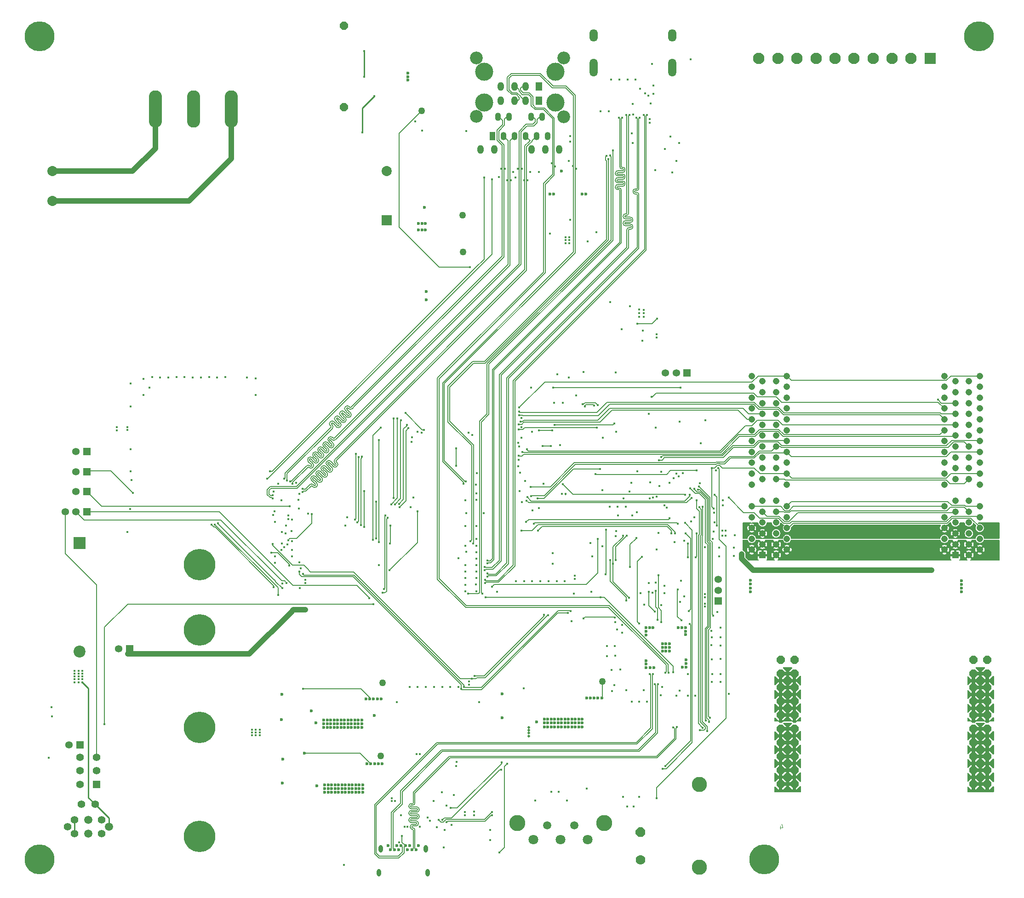
<source format=gbl>
%TF.GenerationSoftware,KiCad,Pcbnew,9.0.5-9.0.5~ubuntu24.04.1*%
%TF.CreationDate,2025-10-12T19:32:36+02:00*%
%TF.ProjectId,BB3plus test mainboard,42423370-6c75-4732-9074-657374206d61,r1B1*%
%TF.SameCoordinates,Original*%
%TF.FileFunction,Copper,L4,Bot*%
%TF.FilePolarity,Positive*%
%FSLAX46Y46*%
G04 Gerber Fmt 4.6, Leading zero omitted, Abs format (unit mm)*
G04 Created by KiCad (PCBNEW 9.0.5-9.0.5~ubuntu24.04.1) date 2025-10-12 19:32:36*
%MOMM*%
%LPD*%
G01*
G04 APERTURE LIST*
G04 Aperture macros list*
%AMOutline5P*
0 Free polygon, 5 corners , with rotation*
0 The origin of the aperture is its center*
0 number of corners: always 5*
0 $1 to $10 corner X, Y*
0 $11 Rotation angle, in degrees counterclockwise*
0 create outline with 5 corners*
4,1,5,$1,$2,$3,$4,$5,$6,$7,$8,$9,$10,$1,$2,$11*%
%AMOutline6P*
0 Free polygon, 6 corners , with rotation*
0 The origin of the aperture is its center*
0 number of corners: always 6*
0 $1 to $12 corner X, Y*
0 $13 Rotation angle, in degrees counterclockwise*
0 create outline with 6 corners*
4,1,6,$1,$2,$3,$4,$5,$6,$7,$8,$9,$10,$11,$12,$1,$2,$13*%
%AMOutline7P*
0 Free polygon, 7 corners , with rotation*
0 The origin of the aperture is its center*
0 number of corners: always 7*
0 $1 to $14 corner X, Y*
0 $15 Rotation angle, in degrees counterclockwise*
0 create outline with 7 corners*
4,1,7,$1,$2,$3,$4,$5,$6,$7,$8,$9,$10,$11,$12,$13,$14,$1,$2,$15*%
%AMOutline8P*
0 Free polygon, 8 corners , with rotation*
0 The origin of the aperture is its center*
0 number of corners: always 8*
0 $1 to $16 corner X, Y*
0 $17 Rotation angle, in degrees counterclockwise*
0 create outline with 8 corners*
4,1,8,$1,$2,$3,$4,$5,$6,$7,$8,$9,$10,$11,$12,$13,$14,$15,$16,$1,$2,$17*%
G04 Aperture macros list end*
%ADD10C,0.101600*%
%TA.AperFunction,NonConductor*%
%ADD11C,0.101600*%
%TD*%
%TA.AperFunction,ComponentPad*%
%ADD12R,1.400000X1.400000*%
%TD*%
%TA.AperFunction,ComponentPad*%
%ADD13C,1.400000*%
%TD*%
%TA.AperFunction,ComponentPad*%
%ADD14R,1.358000X1.358000*%
%TD*%
%TA.AperFunction,ComponentPad*%
%ADD15C,1.358000*%
%TD*%
%TA.AperFunction,ComponentPad*%
%ADD16C,0.600000*%
%TD*%
%TA.AperFunction,ComponentPad*%
%ADD17O,0.800000X1.400000*%
%TD*%
%TA.AperFunction,ComponentPad*%
%ADD18C,1.270000*%
%TD*%
%TA.AperFunction,ComponentPad*%
%ADD19R,1.100000X1.500000*%
%TD*%
%TA.AperFunction,ComponentPad*%
%ADD20O,1.100000X1.500000*%
%TD*%
%TA.AperFunction,ComponentPad*%
%ADD21O,1.200000X1.600000*%
%TD*%
%TA.AperFunction,ComponentPad*%
%ADD22R,1.200000X1.600000*%
%TD*%
%TA.AperFunction,ComponentPad*%
%ADD23C,2.355000*%
%TD*%
%TA.AperFunction,ComponentPad*%
%ADD24C,3.326000*%
%TD*%
%TA.AperFunction,ComponentPad*%
%ADD25C,5.500000*%
%TD*%
%TA.AperFunction,ComponentPad*%
%ADD26R,1.208000X1.208000*%
%TD*%
%TA.AperFunction,ComponentPad*%
%ADD27C,1.208000*%
%TD*%
%TA.AperFunction,ComponentPad*%
%ADD28Outline8P,-0.889000X0.368236X-0.368236X0.889000X0.368236X0.889000X0.889000X0.368236X0.889000X-0.368236X0.368236X-0.889000X-0.368236X-0.889000X-0.889000X-0.368236X0.000000*%
%TD*%
%TA.AperFunction,ComponentPad*%
%ADD29C,1.778000*%
%TD*%
%TA.AperFunction,ComponentPad*%
%ADD30O,2.400000X4.500000*%
%TD*%
%TA.AperFunction,ComponentPad*%
%ADD31C,1.800000*%
%TD*%
%TA.AperFunction,ComponentPad*%
%ADD32C,1.500000*%
%TD*%
%TA.AperFunction,ComponentPad*%
%ADD33C,2.962000*%
%TD*%
%TA.AperFunction,ComponentPad*%
%ADD34C,5.800000*%
%TD*%
%TA.AperFunction,ComponentPad*%
%ADD35R,2.200000X2.200000*%
%TD*%
%TA.AperFunction,ComponentPad*%
%ADD36C,2.200000*%
%TD*%
%TA.AperFunction,ComponentPad*%
%ADD37Outline8P,-0.750000X0.310660X-0.310660X0.750000X0.310660X0.750000X0.750000X0.310660X0.750000X-0.310660X0.310660X-0.750000X-0.310660X-0.750000X-0.750000X-0.310660X90.000000*%
%TD*%
%TA.AperFunction,ComponentPad*%
%ADD38C,1.860000*%
%TD*%
%TA.AperFunction,ComponentPad*%
%ADD39R,1.860000X1.860000*%
%TD*%
%TA.AperFunction,ComponentPad*%
%ADD40Outline8P,-0.762000X0.315631X-0.315631X0.762000X0.315631X0.762000X0.762000X0.315631X0.762000X-0.315631X0.315631X-0.762000X-0.315631X-0.762000X-0.762000X-0.315631X90.000000*%
%TD*%
%TA.AperFunction,ComponentPad*%
%ADD41R,2.100000X2.100000*%
%TD*%
%TA.AperFunction,ComponentPad*%
%ADD42C,2.100000*%
%TD*%
%TA.AperFunction,ComponentPad*%
%ADD43C,2.800000*%
%TD*%
%TA.AperFunction,ComponentPad*%
%ADD44O,1.500000X3.300000*%
%TD*%
%TA.AperFunction,ComponentPad*%
%ADD45O,1.500000X2.300000*%
%TD*%
%TA.AperFunction,ViaPad*%
%ADD46C,0.450000*%
%TD*%
%TA.AperFunction,ViaPad*%
%ADD47C,0.600000*%
%TD*%
%TA.AperFunction,ViaPad*%
%ADD48C,0.500000*%
%TD*%
%TA.AperFunction,Conductor*%
%ADD49C,0.152400*%
%TD*%
%TA.AperFunction,Conductor*%
%ADD50C,0.254000*%
%TD*%
%TA.AperFunction,Conductor*%
%ADD51C,0.203200*%
%TD*%
%TA.AperFunction,Conductor*%
%ADD52C,0.177800*%
%TD*%
%TA.AperFunction,Conductor*%
%ADD53C,1.016000*%
%TD*%
G04 APERTURE END LIST*
D10*
D11*
X433457578Y-168354460D02*
X433457578Y-168964060D01*
X433675292Y-168006118D02*
X433893006Y-168659260D01*
X433893006Y-168659260D02*
X433326949Y-168659260D01*
D12*
X307500000Y-160700000D03*
D13*
X307500000Y-158200000D03*
X307500000Y-155700000D03*
X304500000Y-160700000D03*
X304500000Y-158200000D03*
X304500000Y-155700000D03*
X307270000Y-164400000D03*
X304730000Y-164400000D03*
D14*
X305740000Y-110513333D03*
D15*
X303740000Y-110513333D03*
X301740000Y-110513333D03*
D16*
X366800000Y-172010000D03*
X366400000Y-172710000D03*
X365600000Y-172710000D03*
X365200000Y-172010000D03*
X364800000Y-172710000D03*
X364400000Y-172010000D03*
X363600000Y-172010000D03*
X363200000Y-172710000D03*
X362800000Y-172010000D03*
X362400000Y-172710000D03*
X361600000Y-172710000D03*
X361200000Y-172010000D03*
D17*
X359510000Y-177000000D03*
X359870000Y-172600000D03*
X368130000Y-172600000D03*
X368490000Y-177000000D03*
D14*
X416270000Y-84930000D03*
D15*
X414270000Y-84930000D03*
X412270000Y-84930000D03*
D14*
X422050000Y-126957500D03*
D15*
X422050000Y-124957500D03*
X422050000Y-122957500D03*
D18*
X374990000Y-62720000D03*
D19*
X380425000Y-41330000D03*
D20*
X382455000Y-41330000D03*
X384485000Y-41330000D03*
X386515000Y-41330000D03*
X388545000Y-41330000D03*
X390575000Y-41330000D03*
X381435000Y-37770000D03*
X383470000Y-37770000D03*
X387530000Y-37770000D03*
X389565000Y-37770000D03*
D21*
X378275000Y-43770000D03*
X380815000Y-43770000D03*
X387660000Y-43770000D03*
X390185000Y-43770000D03*
X392725000Y-43770000D03*
D22*
X389005000Y-32190000D03*
D21*
X386505000Y-32190000D03*
X384495000Y-32190000D03*
X381995000Y-32190000D03*
D23*
X393565000Y-26980000D03*
X393555000Y-37770000D03*
D24*
X392065000Y-35180000D03*
X392065000Y-29490000D03*
X378935000Y-35180000D03*
X378935000Y-29490000D03*
D23*
X377445000Y-37700000D03*
X377435000Y-26980000D03*
D22*
X389005000Y-34810000D03*
D21*
X386505000Y-34810000D03*
X384495000Y-34810000D03*
X381995000Y-34810000D03*
D25*
X470000000Y-23000000D03*
D26*
X430165000Y-118500000D03*
D27*
X428165000Y-117500000D03*
X430165000Y-116500000D03*
X428165000Y-115500000D03*
X430165000Y-114500000D03*
X428165000Y-113500000D03*
X430165000Y-112500000D03*
X428165000Y-111500000D03*
X430165000Y-110500000D03*
X428165000Y-109500000D03*
X430165000Y-108500000D03*
X428165000Y-105500000D03*
X430165000Y-104500000D03*
X428165000Y-103500000D03*
X430165000Y-102500000D03*
X428165000Y-101500000D03*
X430165000Y-100500000D03*
X428165000Y-99500000D03*
X430165000Y-98500000D03*
X428165000Y-97500000D03*
X430165000Y-96500000D03*
X428165000Y-95500000D03*
X430165000Y-94500000D03*
X428165000Y-93500000D03*
X430165000Y-92500000D03*
X428165000Y-91500000D03*
X430165000Y-90500000D03*
X428165000Y-89500000D03*
X430165000Y-88500000D03*
X428165000Y-87500000D03*
X430165000Y-86500000D03*
X428165000Y-85500000D03*
X432665000Y-118500000D03*
X434665000Y-117500000D03*
X432665000Y-116500000D03*
X434665000Y-115500000D03*
X432665000Y-114500000D03*
X434665000Y-113500000D03*
X432665000Y-112500000D03*
X434665000Y-111500000D03*
X432665000Y-110500000D03*
X434665000Y-109500000D03*
X432665000Y-108500000D03*
X434665000Y-105500000D03*
X432665000Y-104500000D03*
X434665000Y-103500000D03*
X432665000Y-102500000D03*
X434665000Y-101500000D03*
X432665000Y-100500000D03*
X434665000Y-99500000D03*
X432665000Y-98500000D03*
X434665000Y-97500000D03*
X432665000Y-96500000D03*
X434665000Y-95500000D03*
X432665000Y-94500000D03*
X434665000Y-93500000D03*
X432665000Y-92500000D03*
X434665000Y-91500000D03*
X432665000Y-90500000D03*
X434665000Y-89500000D03*
X432665000Y-88500000D03*
X434665000Y-87500000D03*
X432665000Y-86500000D03*
X434665000Y-85500000D03*
D28*
X407710000Y-169570000D03*
D29*
X407710000Y-174570000D03*
D30*
X332380000Y-37530000D03*
X332380000Y-35130000D03*
X318380000Y-37530000D03*
X318380000Y-35130000D03*
X325380000Y-37530000D03*
X325380000Y-35130000D03*
D31*
X388000000Y-170900000D03*
X393000000Y-170900000D03*
X398000000Y-170900000D03*
D32*
X390500000Y-168300000D03*
X395500000Y-168300000D03*
D33*
X401000000Y-167800000D03*
X385000000Y-167800000D03*
D18*
X367400000Y-36710000D03*
D34*
X326500000Y-120250000D03*
X326500000Y-132250000D03*
X326500000Y-150250000D03*
X326500000Y-170250000D03*
D13*
X308500000Y-167250000D03*
D32*
X306000000Y-167250000D03*
D13*
X303500000Y-167250000D03*
X308500000Y-169750000D03*
D32*
X306000000Y-169750000D03*
D13*
X303500000Y-169750000D03*
D32*
X309800000Y-168500000D03*
D13*
X302200000Y-168500000D03*
D14*
X305740000Y-99440000D03*
D15*
X303740000Y-99440000D03*
D35*
X304380000Y-116270000D03*
D36*
X304380000Y-136270000D03*
D18*
X400640000Y-141780000D03*
D25*
X430500000Y-174500000D03*
D14*
X304450000Y-153440000D03*
D15*
X302450000Y-153440000D03*
D14*
X305740000Y-103131111D03*
D15*
X303740000Y-103131111D03*
D37*
X469000000Y-160660000D03*
X471540000Y-160660000D03*
X469000000Y-158120000D03*
X471540000Y-158120000D03*
X469000000Y-155580000D03*
X471540000Y-155580000D03*
X469000000Y-153040000D03*
X471540000Y-153040000D03*
X469000000Y-150500000D03*
X471540000Y-150500000D03*
X469000000Y-147960000D03*
X471540000Y-147960000D03*
X469000000Y-145420000D03*
X471540000Y-145420000D03*
X469000000Y-142880000D03*
X471540000Y-142880000D03*
X469000000Y-140340000D03*
X471540000Y-140340000D03*
X469000000Y-137800000D03*
X471540000Y-137800000D03*
D18*
X360240000Y-142020000D03*
D38*
X299430000Y-47820000D03*
X299430000Y-53320000D03*
D39*
X360930000Y-56820000D03*
D38*
X360930000Y-47820000D03*
D14*
X313620000Y-135710000D03*
D15*
X311620000Y-135710000D03*
D18*
X359900000Y-155500000D03*
D25*
X297000000Y-174500000D03*
X297000000Y-23000000D03*
D40*
X353110000Y-35986000D03*
X353110000Y-21000000D03*
D14*
X305740000Y-106822222D03*
D15*
X303740000Y-106822222D03*
D41*
X461000000Y-27000000D03*
D42*
X457500000Y-27000000D03*
X454000000Y-27000000D03*
X450500000Y-27000000D03*
X447000000Y-27000000D03*
X443500000Y-27000000D03*
X440000000Y-27000000D03*
X436500000Y-27000000D03*
X433000000Y-27000000D03*
X429500000Y-27000000D03*
D43*
X418500000Y-176000000D03*
X418500000Y-160700000D03*
D18*
X374973501Y-55870000D03*
D37*
X433500000Y-160660000D03*
X436040000Y-160660000D03*
X433500000Y-158120000D03*
X436040000Y-158120000D03*
X433500000Y-155580000D03*
X436040000Y-155580000D03*
X433500000Y-153040000D03*
X436040000Y-153040000D03*
X433500000Y-150500000D03*
X436040000Y-150500000D03*
X433500000Y-147960000D03*
X436040000Y-147960000D03*
X433500000Y-145420000D03*
X436040000Y-145420000D03*
X433500000Y-142880000D03*
X436040000Y-142880000D03*
X433500000Y-140340000D03*
X436040000Y-140340000D03*
X433500000Y-137800000D03*
X436040000Y-137800000D03*
D44*
X413544889Y-28750761D03*
D45*
X413544889Y-22790761D03*
D44*
X399044889Y-28750761D03*
D45*
X399044889Y-22790761D03*
D26*
X465665000Y-118500000D03*
D27*
X463665000Y-117500000D03*
X465665000Y-116500000D03*
X463665000Y-115500000D03*
X465665000Y-114500000D03*
X463665000Y-113500000D03*
X465665000Y-112500000D03*
X463665000Y-111500000D03*
X465665000Y-110500000D03*
X463665000Y-109500000D03*
X465665000Y-108500000D03*
X463665000Y-105500000D03*
X465665000Y-104500000D03*
X463665000Y-103500000D03*
X465665000Y-102500000D03*
X463665000Y-101500000D03*
X465665000Y-100500000D03*
X463665000Y-99500000D03*
X465665000Y-98500000D03*
X463665000Y-97500000D03*
X465665000Y-96500000D03*
X463665000Y-95500000D03*
X465665000Y-94500000D03*
X463665000Y-93500000D03*
X465665000Y-92500000D03*
X463665000Y-91500000D03*
X465665000Y-90500000D03*
X463665000Y-89500000D03*
X465665000Y-88500000D03*
X463665000Y-87500000D03*
X465665000Y-86500000D03*
X463665000Y-85500000D03*
X468165000Y-118500000D03*
X470165000Y-117500000D03*
X468165000Y-116500000D03*
X470165000Y-115500000D03*
X468165000Y-114500000D03*
X470165000Y-113500000D03*
X468165000Y-112500000D03*
X470165000Y-111500000D03*
X468165000Y-110500000D03*
X470165000Y-109500000D03*
X468165000Y-108500000D03*
X470165000Y-105500000D03*
X468165000Y-104500000D03*
X470165000Y-103500000D03*
X468165000Y-102500000D03*
X470165000Y-101500000D03*
X468165000Y-100500000D03*
X470165000Y-99500000D03*
X468165000Y-98500000D03*
X470165000Y-97500000D03*
X468165000Y-96500000D03*
X470165000Y-95500000D03*
X468165000Y-94500000D03*
X470165000Y-93500000D03*
X468165000Y-92500000D03*
X470165000Y-91500000D03*
X468165000Y-90500000D03*
X470165000Y-89500000D03*
X468165000Y-88500000D03*
X470165000Y-87500000D03*
X468165000Y-86500000D03*
X470165000Y-85500000D03*
D46*
X311270000Y-94980000D03*
X406300000Y-35400000D03*
X399580000Y-59019000D03*
D47*
X413025000Y-134801500D03*
D46*
X402390000Y-139610000D03*
D47*
X394430000Y-150106500D03*
D46*
X344855002Y-119858800D03*
X413500000Y-48030000D03*
X392650598Y-162040598D03*
D47*
X368260000Y-71500000D03*
D46*
X416418800Y-144370000D03*
D47*
X348100000Y-161000000D03*
X391890000Y-148709500D03*
D46*
X411390000Y-144280000D03*
D47*
X408720000Y-132530000D03*
X396970000Y-150106500D03*
X412390000Y-136198500D03*
D46*
X384750000Y-123260000D03*
X403790000Y-30930000D03*
D47*
X349559800Y-161507100D03*
D46*
X407010000Y-110580000D03*
D47*
X411755000Y-136198500D03*
D46*
X377450000Y-107150000D03*
D47*
X350639800Y-150262600D03*
X392525000Y-148709500D03*
X408720000Y-131831500D03*
D46*
X366670000Y-142790000D03*
D47*
X350829800Y-161507100D03*
X391255000Y-150106500D03*
D46*
X403020000Y-130800000D03*
X406391555Y-164747773D03*
D47*
X350639800Y-148865600D03*
X351909800Y-150262600D03*
X408741500Y-137910000D03*
X364830000Y-31030000D03*
D46*
X404530000Y-108028800D03*
X311270000Y-95490000D03*
X341730000Y-123760000D03*
X400320000Y-36780000D03*
X313810000Y-91170000D03*
X375590000Y-117900000D03*
X362860000Y-145550000D03*
X369670000Y-142790000D03*
X336850000Y-85950000D03*
X340110000Y-106830000D03*
D47*
X411755000Y-134801500D03*
X351274800Y-149564100D03*
X396335000Y-149408000D03*
D46*
X400670000Y-116860000D03*
D47*
X416040000Y-139158500D03*
X364830000Y-29760000D03*
X350194800Y-161507100D03*
D46*
X402900000Y-142400000D03*
D47*
X354449800Y-148865600D03*
D46*
X375470000Y-122750000D03*
X417788800Y-144360000D03*
X408260000Y-74640000D03*
X388330000Y-163690000D03*
X422430000Y-141840000D03*
X377450000Y-116750001D03*
D47*
X350639800Y-149564100D03*
D46*
X377090000Y-166430000D03*
D47*
X352099800Y-162205600D03*
D46*
X394160000Y-163700000D03*
X386250000Y-123260000D03*
X371446200Y-172350000D03*
D47*
X353814800Y-149564100D03*
D46*
X421589846Y-102918897D03*
D47*
X366815000Y-57390000D03*
X355084800Y-148865600D03*
X396335000Y-148709500D03*
D46*
X407467027Y-163020555D03*
D47*
X356354800Y-148865600D03*
X393160000Y-149408000D03*
D46*
X402420000Y-143570000D03*
D47*
X391255000Y-148709500D03*
X356544800Y-160808600D03*
D46*
X363570000Y-166400000D03*
X377460000Y-120350000D03*
D47*
X416028500Y-131860000D03*
D46*
X344788799Y-109949999D03*
D47*
X354449800Y-149564100D03*
X349559800Y-162205600D03*
D46*
X343510000Y-118750000D03*
D47*
X350194800Y-162205600D03*
D46*
X407430000Y-73965000D03*
D47*
X415405000Y-139158500D03*
X396335000Y-150106500D03*
D46*
X408880000Y-145460000D03*
X403380000Y-132150000D03*
X416390000Y-140440000D03*
X389020000Y-47925000D03*
X377450000Y-108350000D03*
D47*
X367445000Y-58630000D03*
D46*
X331250000Y-85750000D03*
X375470000Y-116760000D03*
D47*
X350829800Y-160808600D03*
D46*
X341590000Y-117550000D03*
X412200000Y-43700000D03*
D47*
X368080000Y-58630000D03*
D46*
X343520000Y-111950000D03*
D47*
X388537200Y-149217500D03*
X354639800Y-160808600D03*
D46*
X407730000Y-125530000D03*
X370210000Y-168640000D03*
D47*
X395065000Y-149408000D03*
D46*
X403550000Y-111210000D03*
X377460000Y-117950000D03*
D47*
X353179800Y-150262600D03*
X349559800Y-160808600D03*
D46*
X407430000Y-73300000D03*
D47*
X352099800Y-160808600D03*
X353179800Y-148865600D03*
D46*
X366240000Y-38630000D03*
X422430000Y-133650000D03*
D47*
X367900000Y-54470000D03*
D46*
X422740000Y-114920000D03*
D47*
X416028500Y-132495000D03*
X414631500Y-131860000D03*
D46*
X415730000Y-115830000D03*
D47*
X352544800Y-149564100D03*
X349369800Y-150262600D03*
X351274800Y-148865600D03*
X389985000Y-148709500D03*
D46*
X410410000Y-47630000D03*
D47*
X411755000Y-135500000D03*
D46*
X408080000Y-79000000D03*
X409190000Y-123610000D03*
X377970000Y-145570000D03*
X368160000Y-142790000D03*
D47*
X394430000Y-148709500D03*
D46*
X316150000Y-89030000D03*
X416954999Y-27235002D03*
X374130000Y-119080000D03*
X319250000Y-85770000D03*
X343501021Y-115950000D03*
D47*
X356544800Y-161507100D03*
D46*
X377460000Y-122750000D03*
D47*
X390620000Y-149408000D03*
X354004800Y-160808600D03*
X341607700Y-148769500D03*
X412390000Y-134801500D03*
D46*
X343510000Y-117550000D03*
X313960000Y-104660000D03*
D47*
X350004800Y-150262600D03*
D46*
X410700000Y-117500000D03*
X392250000Y-123260000D03*
D47*
X355909800Y-160808600D03*
X355909800Y-161507100D03*
D46*
X340350000Y-112350000D03*
X335250000Y-85800000D03*
D47*
X394430000Y-149408000D03*
D46*
X380000000Y-170990000D03*
X410070000Y-33540000D03*
D47*
X352544800Y-148865600D03*
D46*
X398680000Y-125220000D03*
D47*
X408720000Y-133228500D03*
D46*
X406800000Y-30940000D03*
D47*
X416040000Y-137761500D03*
D46*
X341687694Y-114254858D03*
X340420000Y-119950000D03*
D47*
X354004800Y-161507100D03*
X395700000Y-150106500D03*
D46*
X422740000Y-114010000D03*
D47*
X350829800Y-162205600D03*
X395065000Y-148709500D03*
X413025000Y-135500000D03*
D46*
X391500000Y-118140000D03*
X398850000Y-118770000D03*
D47*
X351274800Y-150262600D03*
D46*
X415770000Y-126090000D03*
D47*
X350004800Y-148865600D03*
D46*
X375470000Y-121550000D03*
X408260000Y-73975000D03*
D47*
X416028500Y-133130000D03*
X347083800Y-147151100D03*
X355084800Y-149564100D03*
X408741500Y-138545000D03*
X393160000Y-150106500D03*
D46*
X412120000Y-125520000D03*
X299250000Y-146540000D03*
X374160000Y-142790000D03*
D47*
X355274800Y-160808600D03*
D46*
X344310000Y-105190000D03*
X329750000Y-85760000D03*
X409378876Y-108075173D03*
D47*
X409440000Y-139180000D03*
D46*
X341000000Y-105360000D03*
D47*
X382185200Y-148480400D03*
X393160000Y-148709500D03*
X395700000Y-149408000D03*
D46*
X375470000Y-125150000D03*
X344669999Y-108349999D03*
X406045000Y-105220000D03*
D47*
X351909800Y-149564100D03*
X409355000Y-131831500D03*
D46*
X340330000Y-110440000D03*
D47*
X396965000Y-52010000D03*
X392525000Y-149408000D03*
D46*
X401520000Y-137070000D03*
D47*
X393170000Y-47750000D03*
D46*
X423400000Y-114010000D03*
X381610000Y-48910000D03*
D47*
X395700000Y-148709500D03*
X390620000Y-148709500D03*
D46*
X344920000Y-124550000D03*
D47*
X355274800Y-161507100D03*
D46*
X406090000Y-145470000D03*
X393740000Y-123260000D03*
X377450000Y-113140000D03*
D47*
X349369800Y-148865600D03*
X393795000Y-148709500D03*
X389985000Y-150106500D03*
D46*
X384703050Y-48926103D03*
D47*
X355719800Y-149564100D03*
D46*
X394490000Y-85780000D03*
X409600000Y-35360000D03*
D47*
X390620000Y-150106500D03*
X391255000Y-149408000D03*
D46*
X422440000Y-131880000D03*
D47*
X395065000Y-150106500D03*
X367450000Y-57390000D03*
D46*
X323750000Y-85750000D03*
X402280000Y-30950000D03*
X317750000Y-85750000D03*
D47*
X351464800Y-162205600D03*
D46*
X322250000Y-85750000D03*
D47*
X356544800Y-162205600D03*
X351464800Y-160808600D03*
D46*
X341600000Y-108360000D03*
X377090000Y-165700000D03*
D47*
X353814800Y-148865600D03*
D46*
X375470000Y-123950000D03*
D47*
X355719800Y-148865600D03*
D46*
X389250000Y-123260000D03*
D47*
X352734800Y-162205600D03*
D46*
X325250000Y-85760000D03*
X406290000Y-42650000D03*
D47*
X409990000Y-131831500D03*
D46*
X298775000Y-155820000D03*
X405645598Y-106784402D03*
D47*
X353814800Y-150262600D03*
D46*
X316160000Y-86010000D03*
X371942146Y-164653892D03*
X328250000Y-85750000D03*
X423400000Y-114920000D03*
D47*
X391680000Y-52010000D03*
D46*
X317250000Y-87680000D03*
X371100000Y-162200000D03*
X405275108Y-164784869D03*
D47*
X366810000Y-58630000D03*
X355084800Y-150262600D03*
D46*
X400740000Y-96850000D03*
X344870000Y-107200000D03*
X372670000Y-142790000D03*
X391500000Y-120070000D03*
X405300000Y-30940000D03*
X407072895Y-103069396D03*
X414330000Y-144400000D03*
D47*
X368250000Y-69920000D03*
D46*
X365170000Y-142790000D03*
D47*
X354639800Y-161507100D03*
X389985000Y-149408000D03*
X352734800Y-161507100D03*
D46*
X375470000Y-108360000D03*
D47*
X355719800Y-150262600D03*
X355909800Y-162205600D03*
D46*
X402114100Y-71894999D03*
X414790000Y-42640000D03*
X377460000Y-119150000D03*
D47*
X393795000Y-150106500D03*
X352099800Y-161507100D03*
X341760000Y-160500000D03*
D46*
X422420000Y-137650000D03*
D47*
X354639800Y-162205600D03*
D46*
X343408462Y-114051200D03*
X320750000Y-85770000D03*
X407420000Y-145450000D03*
X377460000Y-125150000D03*
D47*
X410138500Y-139180000D03*
X415330000Y-131860000D03*
D46*
X408260000Y-73310000D03*
D47*
X413025000Y-136198500D03*
D46*
X404254100Y-76924999D03*
D47*
X352734800Y-160808600D03*
X392525000Y-150106500D03*
D46*
X407430000Y-74630000D03*
D47*
X396970000Y-149408000D03*
D46*
X381310000Y-125220000D03*
D47*
X416040000Y-138460000D03*
X354004800Y-162205600D03*
X351909800Y-148865600D03*
X353369800Y-161507100D03*
X396970000Y-148709500D03*
X354449800Y-150262600D03*
X350004800Y-149564100D03*
D46*
X377460000Y-121550000D03*
D47*
X391890000Y-150106500D03*
D46*
X387740000Y-123260000D03*
X422400000Y-135130000D03*
X375580000Y-110780000D03*
X409800000Y-28020000D03*
D47*
X347922000Y-149373600D03*
X368085000Y-57390000D03*
X353369800Y-160808600D03*
D46*
X375470000Y-120350000D03*
D47*
X351464800Y-161507100D03*
D46*
X391770000Y-90410000D03*
X410070000Y-32060000D03*
X418765766Y-97911990D03*
X378800000Y-110750000D03*
X406150000Y-111170000D03*
X377360000Y-123870000D03*
D47*
X356354800Y-150262600D03*
X397600000Y-52010000D03*
D46*
X408140000Y-77150000D03*
X387510000Y-87660000D03*
X424880000Y-118640000D03*
X375590000Y-40430000D03*
X336860000Y-88990000D03*
X375470000Y-113160000D03*
D47*
X355274800Y-162205600D03*
X352544800Y-150262600D03*
X393795000Y-149408000D03*
X349369800Y-149564100D03*
D46*
X353065000Y-175582502D03*
D47*
X353369800Y-162205600D03*
D46*
X377450000Y-115550000D03*
X380000000Y-169140000D03*
D47*
X391890000Y-149408000D03*
X391045000Y-52010000D03*
X358637700Y-148059500D03*
X350194800Y-160808600D03*
D46*
X299330000Y-148170000D03*
D47*
X353179800Y-149564100D03*
D46*
X371170000Y-142790000D03*
X341666318Y-116366153D03*
D47*
X412390000Y-135500000D03*
X356354800Y-149564100D03*
D46*
X422440000Y-140370000D03*
X394750000Y-56780000D03*
D47*
X408741500Y-139180000D03*
X364830000Y-30395000D03*
D46*
X390980000Y-59320000D03*
X326750000Y-85760000D03*
X421850000Y-129010000D03*
X401500000Y-135240000D03*
X387710000Y-95800000D03*
X340380000Y-118760000D03*
X390750000Y-123260000D03*
X393880000Y-60495000D03*
X439200000Y-115120000D03*
D47*
X357153719Y-144954000D03*
D46*
X361860000Y-163790000D03*
X361860000Y-163260000D03*
X438520000Y-114555000D03*
D47*
X341637700Y-144159500D03*
D46*
X438520000Y-115120000D03*
X438520000Y-113990000D03*
X394560000Y-59930000D03*
D47*
X359240580Y-144954000D03*
D46*
X394490000Y-45920000D03*
X345567700Y-143099500D03*
X410700000Y-78400000D03*
D47*
X357849339Y-144954000D03*
D46*
X394560000Y-60500000D03*
X437840000Y-115120000D03*
X394560000Y-61060000D03*
X423916186Y-144076186D03*
X414340000Y-45890000D03*
X393880000Y-61060000D03*
X369630000Y-163790000D03*
X397930000Y-60700000D03*
X375360000Y-165830000D03*
D47*
X358544960Y-144954000D03*
D46*
X393880000Y-59930000D03*
X439200000Y-113990000D03*
D47*
X359936200Y-144954000D03*
D46*
X375360000Y-166410000D03*
X362490000Y-163790000D03*
X439200000Y-114560000D03*
X373290000Y-162660000D03*
X410700000Y-77830000D03*
X437840000Y-114560000D03*
X437840000Y-113990000D03*
X404970000Y-109620000D03*
X397770000Y-161520000D03*
D47*
X341827700Y-156102500D03*
D46*
X392880000Y-98230000D03*
X397220000Y-84800000D03*
X403230000Y-95820000D03*
X401990000Y-109620000D03*
X386180000Y-143000000D03*
X401870000Y-36770000D03*
X400680000Y-106550000D03*
X313200000Y-95470000D03*
D47*
X427960000Y-124531240D03*
D46*
X391280000Y-162100000D03*
X367450000Y-40320000D03*
X413960000Y-116140000D03*
X345120000Y-120950000D03*
X419572231Y-125685128D03*
X394720000Y-42380000D03*
X313750000Y-110000000D03*
X376080000Y-141800000D03*
X415118455Y-123213400D03*
D47*
X345817700Y-154940000D03*
D46*
X409910327Y-125379097D03*
X419650000Y-93680000D03*
X393380000Y-90410000D03*
D47*
X358039339Y-156897000D03*
D46*
X424870000Y-117090000D03*
X313230000Y-114240000D03*
D47*
X358734960Y-156897000D03*
D46*
X410498800Y-123567162D03*
X419520000Y-117000000D03*
X395010000Y-130690000D03*
X422190000Y-118690000D03*
D47*
X466800000Y-123180000D03*
X359430580Y-156897000D03*
D46*
X398490000Y-116240000D03*
X371650000Y-169130000D03*
X395600000Y-122280000D03*
D47*
X427960000Y-123835620D03*
X427960000Y-125226861D03*
D46*
X313200000Y-94940000D03*
X392370000Y-85220000D03*
X395600000Y-122850000D03*
X403500000Y-109610000D03*
X386460000Y-104820000D03*
D47*
X360126200Y-156897000D03*
D46*
X384260000Y-47920000D03*
D47*
X466800000Y-124571240D03*
D46*
X419572231Y-126260000D03*
X376080000Y-142370000D03*
X412110000Y-124160000D03*
D47*
X357343719Y-156897000D03*
X427960000Y-123140000D03*
X466800000Y-125266861D03*
X466800000Y-123875620D03*
D46*
X387370000Y-47920000D03*
X313780000Y-99000000D03*
X313800000Y-86860000D03*
X313770000Y-103070000D03*
X410630967Y-107726637D03*
X405710000Y-72710000D03*
X410460000Y-95000000D03*
X367783853Y-95426000D03*
X364440000Y-92330000D03*
X415530000Y-103390000D03*
X414910000Y-93910000D03*
X399680000Y-95001200D03*
X385260000Y-95380000D03*
X391480000Y-95500000D03*
X389018250Y-95501750D03*
X393220000Y-107230000D03*
X403100000Y-114988800D03*
X404458712Y-114939755D03*
X402650000Y-120070000D03*
X394829853Y-128833353D03*
X373809402Y-156580598D03*
X345530000Y-121960000D03*
X422850000Y-108440000D03*
X405590000Y-126380000D03*
X367090000Y-155100000D03*
X375171427Y-142799095D03*
X412131200Y-109321200D03*
X343215999Y-104905999D03*
X383170000Y-49470000D03*
X379190000Y-126300000D03*
X413690000Y-140080000D03*
X420980000Y-115490000D03*
X406920000Y-115370000D03*
X357728016Y-126451200D03*
X400370000Y-126300000D03*
X405770000Y-120660000D03*
X412560000Y-109730000D03*
X374662771Y-143121829D03*
X366490000Y-155170000D03*
X422840000Y-109290000D03*
X405120000Y-114944602D03*
X344861458Y-121556000D03*
X405098315Y-126826148D03*
X394280000Y-129180000D03*
X403110000Y-119424993D03*
X373771897Y-157299219D03*
X402130000Y-119420000D03*
X386240000Y-49450000D03*
X345440000Y-106261500D03*
X345440000Y-106838500D03*
X386910000Y-49450000D03*
X378880000Y-48960000D03*
X339470000Y-103100000D03*
X339740000Y-118070000D03*
X421300000Y-112450000D03*
X399800000Y-115490000D03*
X359510000Y-120380000D03*
X342980598Y-120429402D03*
X380320000Y-124360000D03*
X383810000Y-49470000D03*
X343624001Y-105314001D03*
X303500000Y-139800000D03*
X303500000Y-140850000D03*
X336170000Y-151165000D03*
X336170000Y-150640000D03*
X304900000Y-140325000D03*
X447210000Y-116700000D03*
X336170000Y-151690000D03*
X447200000Y-118033333D03*
X304900000Y-140850000D03*
D48*
X387085200Y-150750600D03*
D46*
X447210000Y-117366667D03*
D48*
X387085200Y-150220900D03*
D46*
X337570000Y-151690000D03*
X303500000Y-141375000D03*
X337570000Y-150640000D03*
X304200000Y-141375000D03*
X445830000Y-116720000D03*
X446520000Y-118700000D03*
X447200000Y-118700000D03*
X304900000Y-139800000D03*
X446530000Y-116700000D03*
D48*
X387085200Y-151280300D03*
D46*
X304200000Y-140325000D03*
X404520000Y-163050000D03*
X303500000Y-140325000D03*
X304900000Y-141375000D03*
X304200000Y-139800000D03*
X445820000Y-118720000D03*
D48*
X387090000Y-151810000D03*
D46*
X445820000Y-118053333D03*
X336870000Y-150640000D03*
X304900000Y-141900000D03*
X337570000Y-151165000D03*
X336870000Y-151690000D03*
X446530000Y-117366667D03*
X303500000Y-141900000D03*
X446520000Y-118033333D03*
X445830000Y-117386667D03*
X304200000Y-141900000D03*
X304200000Y-140850000D03*
X336870000Y-151165000D03*
X411128800Y-105790000D03*
X418600000Y-105290000D03*
X373730000Y-98840000D03*
X373730000Y-102050000D03*
X385318159Y-98489173D03*
X385193690Y-97851200D03*
X365500000Y-97620000D03*
X385260000Y-100930000D03*
X377550000Y-103400000D03*
X365631984Y-96792976D03*
X385730000Y-96870000D03*
X385500000Y-103310000D03*
X377410000Y-105490000D03*
X376054545Y-95918800D03*
X367360000Y-95918800D03*
X314220000Y-107080000D03*
X340970000Y-125820000D03*
X329310000Y-112850000D03*
X395820000Y-47370000D03*
X375534001Y-104915999D03*
X403250000Y-114070000D03*
X393928321Y-107229517D03*
X328667562Y-112916366D03*
X340120730Y-124369534D03*
X375125999Y-105324001D03*
X395240000Y-46870000D03*
X417030000Y-112290000D03*
X409738800Y-89340000D03*
X410008721Y-107914554D03*
X342532446Y-123623770D03*
X362250000Y-93310000D03*
X362200000Y-107990000D03*
X385380000Y-91340000D03*
X403000000Y-135200000D03*
D47*
X382219668Y-144070900D03*
D46*
X420780000Y-135090000D03*
X403960000Y-139530000D03*
X411650000Y-142800000D03*
D47*
X400551400Y-144797900D03*
D46*
X414870000Y-143440000D03*
D47*
X398464539Y-144797900D03*
X399855780Y-144797900D03*
D46*
X404350000Y-132780000D03*
X420790000Y-141840000D03*
D47*
X399160160Y-144797900D03*
D46*
X420790000Y-137660000D03*
X420720000Y-132440000D03*
X415000000Y-127100000D03*
X404313854Y-131356146D03*
D47*
X397768919Y-144797900D03*
D46*
X417580598Y-111550598D03*
X421207071Y-110691734D03*
X409210000Y-92480000D03*
X409460000Y-105130000D03*
X355279593Y-99881384D03*
X386800000Y-99030000D03*
X355130000Y-111940000D03*
X363300000Y-109660000D03*
X346511734Y-110828800D03*
X364924040Y-95104644D03*
X385244144Y-94408800D03*
X421340000Y-107360000D03*
X421760000Y-113030000D03*
X339940000Y-116480000D03*
X390670000Y-129540000D03*
X376655663Y-141241200D03*
X425080000Y-114810000D03*
X422180000Y-117090000D03*
X355780793Y-100462961D03*
X355540000Y-112488800D03*
X385897771Y-99531200D03*
X363250000Y-109060000D03*
X364651187Y-94514683D03*
X342880000Y-111870000D03*
X385624409Y-93881637D03*
X361470000Y-121310000D03*
X346000000Y-123050000D03*
X388770000Y-108028800D03*
X345980000Y-123620000D03*
X345990000Y-128570000D03*
X366610000Y-110410000D03*
X400220000Y-102650000D03*
X387500000Y-105950000D03*
X387510000Y-107620000D03*
X363580013Y-93666000D03*
X362510000Y-109130000D03*
X342850000Y-111183600D03*
X385340000Y-92750000D03*
X385298446Y-100191200D03*
X356200000Y-112990000D03*
X353310000Y-113042800D03*
X356409390Y-100351200D03*
X341710929Y-124560284D03*
X329919106Y-112623078D03*
X416721896Y-107401067D03*
X386850000Y-107810000D03*
X365880000Y-107880000D03*
X419968671Y-150907379D03*
X419170917Y-109598800D03*
X418640000Y-150750000D03*
X418525574Y-109628800D03*
X359010000Y-108650000D03*
X417070000Y-107950000D03*
X359010000Y-115390000D03*
X386740000Y-108490000D03*
X418010000Y-108380000D03*
X419147105Y-150311337D03*
X342604001Y-104784001D03*
X382720000Y-47370000D03*
X382040000Y-47370000D03*
X342123203Y-104393572D03*
X385120000Y-47370000D03*
X339940000Y-108038500D03*
X385830000Y-47370000D03*
X339940000Y-107461500D03*
X389950598Y-129460598D03*
X399370000Y-103550000D03*
X418060000Y-102910000D03*
X377170000Y-140740000D03*
X414560000Y-112720000D03*
X388030000Y-112710000D03*
X342320000Y-114520000D03*
X411510000Y-103130000D03*
X408337600Y-127600000D03*
X419546000Y-127442478D03*
X420860000Y-133640000D03*
X403070000Y-137060000D03*
X419546000Y-128000000D03*
X420880000Y-140370000D03*
X408300000Y-143400000D03*
X405100000Y-143400000D03*
X411512400Y-127700000D03*
X426350000Y-118280000D03*
X461290000Y-121290000D03*
X308990000Y-149620000D03*
X417840000Y-118920000D03*
X358540000Y-127500000D03*
X418041588Y-114458412D03*
X395440000Y-125630000D03*
X380320000Y-49300000D03*
X338968800Y-104430685D03*
X411510072Y-100440072D03*
X423940000Y-107910000D03*
X413070000Y-105160000D03*
X413060000Y-111720000D03*
X342695000Y-116505000D03*
X386640000Y-112400000D03*
X361560000Y-116360000D03*
X413822012Y-104358800D03*
X361650000Y-113040000D03*
X414070000Y-114507598D03*
X414731196Y-104008804D03*
X385800000Y-113971201D03*
X342090000Y-117020000D03*
X411080000Y-101010000D03*
X391620000Y-87680000D03*
X420790000Y-102440000D03*
X421180000Y-109960000D03*
X415100000Y-87680000D03*
X413410000Y-114510000D03*
X414333319Y-103488531D03*
X388810000Y-113971201D03*
X353690000Y-111530000D03*
X385210000Y-102150000D03*
X393370000Y-105420000D03*
X366600000Y-95810000D03*
X376706262Y-96368800D03*
X415890000Y-107410000D03*
X385811289Y-93259078D03*
X358390000Y-115720000D03*
X359840000Y-95050000D03*
X362930010Y-93350000D03*
X361800000Y-109130000D03*
X340050000Y-111150000D03*
X385352035Y-92100109D03*
X385770000Y-94910000D03*
X359560000Y-97280000D03*
X359520000Y-116120000D03*
X347190000Y-110950000D03*
X389650000Y-98420000D03*
X391210000Y-98420000D03*
X389800000Y-105390000D03*
X342820000Y-115740000D03*
X399169888Y-90952961D03*
X397424001Y-91144001D03*
X462490000Y-89880000D03*
X343080000Y-109540000D03*
X399810000Y-90840000D03*
X397015999Y-90735999D03*
X411027343Y-114394848D03*
X421170000Y-114170000D03*
X364800000Y-168510000D03*
X364270000Y-168510000D03*
X367070000Y-168510000D03*
X382030000Y-158010000D03*
X371180000Y-167230000D03*
X360188800Y-125410000D03*
X361120000Y-111660000D03*
X389010000Y-109870000D03*
X385840627Y-108771200D03*
X365350000Y-109640000D03*
X360710000Y-111190000D03*
X387830000Y-110300000D03*
X360427600Y-124744314D03*
X356830000Y-113338800D03*
X385390000Y-106680000D03*
X356830000Y-106680000D03*
X342380000Y-113070000D03*
X411540000Y-130810000D03*
X401300000Y-122030000D03*
X395840000Y-89060000D03*
X411000000Y-122170000D03*
X401310000Y-113780000D03*
X416760000Y-131150000D03*
X412270000Y-157360000D03*
X372000121Y-167700438D03*
X380380000Y-166400000D03*
X418433560Y-105845391D03*
X421092965Y-129642884D03*
X413730000Y-150190000D03*
X414420000Y-150170000D03*
X410940000Y-142290000D03*
X402078800Y-44940000D03*
X375961300Y-125600000D03*
X410360000Y-142280000D03*
X410010000Y-140400000D03*
X409430000Y-140410000D03*
X363750000Y-170228761D03*
X405051500Y-37410000D03*
X379010000Y-120661500D03*
X401758800Y-45560000D03*
X376906192Y-116337766D03*
X406961500Y-37930000D03*
X379470000Y-121861500D03*
X405628500Y-37410000D03*
X379010000Y-121238500D03*
X408868500Y-37430000D03*
X379040000Y-123638500D03*
X401430000Y-44980000D03*
X376400000Y-115930000D03*
X407538500Y-37930000D03*
X379470000Y-122438500D03*
X379040000Y-123061500D03*
X408291500Y-37430000D03*
X404308500Y-37920000D03*
X379490000Y-120038500D03*
X402630000Y-44000000D03*
X378570000Y-125580000D03*
X403731500Y-37920000D03*
X379490000Y-119461500D03*
X391380000Y-46380000D03*
X412301500Y-140147747D03*
X412878500Y-140147747D03*
X391960000Y-46920000D03*
X368891200Y-167380000D03*
X368470000Y-166800000D03*
X363263756Y-171421382D03*
X410770000Y-74960000D03*
X407120000Y-75910000D03*
X376320000Y-65460000D03*
X394710000Y-41340000D03*
X410472804Y-125087651D03*
X410790000Y-130447861D03*
X410290000Y-128910000D03*
X409190000Y-125230000D03*
X415200000Y-130470000D03*
X414567858Y-124827858D03*
X416440000Y-116340000D03*
X416410000Y-118876400D03*
X407430000Y-131090000D03*
X407960000Y-118840000D03*
X356830000Y-30410000D03*
X356800000Y-25720000D03*
X356500000Y-40680000D03*
X358680000Y-33970000D03*
X415970000Y-114530000D03*
X416570203Y-128847485D03*
X397200000Y-130140000D03*
X402943388Y-129985680D03*
X403120000Y-84840000D03*
X391870000Y-94500000D03*
X402850000Y-94300000D03*
X406370000Y-37380000D03*
X407630000Y-32660000D03*
X409390000Y-38240000D03*
X408580000Y-33510000D03*
X382090000Y-156620000D03*
X420490000Y-148440000D03*
X372760000Y-165050000D03*
X372920000Y-168190000D03*
X418300000Y-106420000D03*
X380360000Y-165780000D03*
X411750000Y-157840000D03*
X415877842Y-112573814D03*
X370526980Y-167219972D03*
X416820000Y-106200000D03*
X419717459Y-148936182D03*
X413230000Y-41420000D03*
X406090000Y-40830000D03*
X381680000Y-173260000D03*
X420320000Y-149180000D03*
X383170000Y-156880000D03*
X417590000Y-106310000D03*
X409400000Y-38880000D03*
X409110000Y-33900000D03*
X422040000Y-102450000D03*
X410640000Y-163270000D03*
D49*
X345567700Y-143099500D02*
X356187700Y-143099500D01*
X357849339Y-144761139D02*
X357849339Y-144954000D01*
X356187700Y-143099500D02*
X357849339Y-144761139D01*
X345817700Y-154940000D02*
X356082339Y-154940000D01*
X356082339Y-154940000D02*
X358039339Y-156897000D01*
X358039339Y-156704139D02*
X358039339Y-156897000D01*
X360290000Y-156733200D02*
X360126200Y-156897000D01*
D50*
X303500000Y-169750000D02*
X303500000Y-167250000D01*
D49*
X364440000Y-92330000D02*
X364440000Y-92350000D01*
X386070000Y-95310000D02*
X386000000Y-95380000D01*
X386378800Y-95001200D02*
X386070000Y-95310000D01*
X301740000Y-118240000D02*
X307500000Y-124000000D01*
X307500000Y-124000000D02*
X307500000Y-145730000D01*
X386000000Y-95380000D02*
X385260000Y-95380000D01*
X364440000Y-92350000D02*
X367516000Y-95426000D01*
X307500000Y-145730000D02*
X307500000Y-155700000D01*
X367516000Y-95426000D02*
X367783853Y-95426000D01*
X399680000Y-95001200D02*
X386378800Y-95001200D01*
X301740000Y-110513333D02*
X301740000Y-118240000D01*
X389020000Y-95500000D02*
X389018250Y-95501750D01*
X391480000Y-95500000D02*
X389020000Y-95500000D01*
X464991600Y-109361600D02*
X467416732Y-109361600D01*
X467555132Y-109500000D02*
X470165000Y-109500000D01*
X402650000Y-120070000D02*
X402640000Y-120080000D01*
X402630000Y-120090000D02*
X402630000Y-123420000D01*
X394675300Y-128678800D02*
X394829853Y-128833353D01*
X402650000Y-120070000D02*
X402650000Y-116960000D01*
X464296400Y-108666400D02*
X464991600Y-109361600D01*
X402640000Y-120060000D02*
X402650000Y-120070000D01*
X375196932Y-142824600D02*
X378414348Y-142824600D01*
X402650000Y-120070000D02*
X402630000Y-120090000D01*
X375171427Y-142799095D02*
X375196932Y-142824600D01*
X354931052Y-122160000D02*
X345730000Y-122160000D01*
X402630000Y-123420000D02*
X405590000Y-126380000D01*
X402650000Y-116960000D02*
X404458712Y-115151288D01*
X378414348Y-142824600D02*
X392560148Y-128678800D01*
X345730000Y-122160000D02*
X345530000Y-121960000D01*
X375171427Y-142799095D02*
X375171427Y-142400375D01*
X375171427Y-142400375D02*
X354931052Y-122160000D01*
X467416732Y-109361600D02*
X467555132Y-109500000D01*
X434665000Y-109500000D02*
X435498600Y-108666400D01*
X392560148Y-128678800D02*
X394675300Y-128678800D01*
X404458712Y-115151288D02*
X404458712Y-114939755D01*
X435498600Y-108666400D02*
X464296400Y-108666400D01*
D51*
X346897120Y-101632882D02*
X346780378Y-101516137D01*
X348946315Y-100269579D02*
X349036117Y-100179776D01*
X347947809Y-100815676D02*
X347831066Y-100698933D01*
X347714323Y-101049164D02*
X347868685Y-101203525D01*
X346852219Y-102054952D02*
X346934738Y-102137471D01*
X349321788Y-97843215D02*
X349411592Y-97753412D01*
X347220410Y-100555251D02*
X347480838Y-100815679D01*
X350444320Y-97708511D02*
X350255733Y-97519927D01*
X349698958Y-98831044D02*
X349582216Y-98714299D01*
X343215999Y-104905999D02*
X343390514Y-104905999D01*
X351599251Y-96697262D02*
X383314900Y-64981612D01*
X348414784Y-99881733D02*
X348531527Y-99998476D01*
X348102171Y-100970038D02*
X347947809Y-100815676D01*
X349698958Y-98831041D02*
X349698958Y-98831044D01*
X350255734Y-96909269D02*
X350345538Y-96819466D01*
X350632904Y-97897095D02*
X350632904Y-97897098D01*
X348765012Y-99764987D02*
X348765012Y-99764990D01*
X350904009Y-98168200D02*
X350749647Y-98013838D01*
X347597580Y-100932420D02*
X347714323Y-101049164D01*
X349815701Y-98947784D02*
X349698958Y-98831041D01*
X348154356Y-99621305D02*
X348414784Y-99881733D01*
X348531526Y-99998474D02*
X348648269Y-100115218D01*
X349970063Y-99102146D02*
X349815701Y-98947784D01*
X383314900Y-42160000D02*
X382484900Y-41330000D01*
X347480838Y-100815679D02*
X347597581Y-100932422D01*
X348531527Y-99998476D02*
X348531526Y-99998474D01*
X349582215Y-99181272D02*
X349736577Y-99335633D01*
X346897119Y-101632879D02*
X346897120Y-101632882D01*
X351288464Y-97008053D02*
X351378266Y-96918249D01*
X348648269Y-100115218D02*
X348802631Y-100269579D01*
X382484900Y-41330000D02*
X382455000Y-41330000D01*
X351378266Y-96918249D02*
X351599251Y-96697262D01*
X347085704Y-101821464D02*
X346897119Y-101632879D01*
X349465472Y-99064528D02*
X349582215Y-99181272D01*
X347168224Y-101903984D02*
X347085704Y-101821464D01*
X349348730Y-98947787D02*
X349465473Y-99064530D01*
X350749647Y-98013838D02*
X350632904Y-97897095D01*
X350399418Y-98130582D02*
X350516161Y-98247326D01*
X348765012Y-99764990D02*
X348648270Y-99648245D01*
X348387842Y-98777161D02*
X348477646Y-98687358D01*
X349465473Y-99064530D02*
X349465472Y-99064528D01*
X350632904Y-97897098D02*
X350561062Y-97825256D01*
X348012369Y-101203525D02*
X348102171Y-101113722D01*
X350516161Y-98247326D02*
X350670523Y-98401687D01*
X349582216Y-98714299D02*
X349321787Y-98453873D01*
X346519950Y-100645053D02*
X346609754Y-100555250D01*
X350399419Y-98130584D02*
X350399418Y-98130582D01*
X349880261Y-99335633D02*
X349970063Y-99245830D01*
X350956194Y-96819467D02*
X351144780Y-97008053D01*
X350022248Y-97753413D02*
X350282676Y-98013841D01*
X347597581Y-100932422D02*
X347597580Y-100932420D01*
X349088302Y-98687359D02*
X349348730Y-98947787D01*
X347078422Y-102137471D02*
X347168224Y-102047668D01*
X346780378Y-101516137D02*
X346519949Y-101255711D01*
X349036117Y-100036092D02*
X348881755Y-99881730D01*
X343390514Y-104905999D02*
X346241561Y-102054952D01*
X347831066Y-100698936D02*
X347714324Y-100582191D01*
X347714324Y-100582191D02*
X347453895Y-100321765D01*
X350814207Y-98401687D02*
X350904009Y-98311884D01*
X348881755Y-99881730D02*
X348765012Y-99764987D01*
X347831066Y-100698933D02*
X347831066Y-100698936D01*
X350282676Y-98013841D02*
X350399419Y-98130584D01*
X348648270Y-99648245D02*
X348387841Y-99387819D01*
X383314900Y-64981612D02*
X383314900Y-42160000D01*
X350561062Y-97825256D02*
X350444320Y-97708511D01*
X347453896Y-99711107D02*
X347543700Y-99621304D01*
X347168224Y-102047668D02*
G75*
G03*
X347168250Y-101903958I-71824J71868D01*
G01*
X350345538Y-96819466D02*
G75*
G02*
X350956228Y-96819432I305362J-305334D01*
G01*
X348102171Y-101113722D02*
G75*
G03*
X348102151Y-100970058I-71871J71822D01*
G01*
X349736577Y-99335633D02*
G75*
G03*
X349880261Y-99335633I71842J71842D01*
G01*
X348477646Y-98687358D02*
G75*
G02*
X349088328Y-98687332I305354J-305342D01*
G01*
X347868685Y-101203525D02*
G75*
G03*
X348012369Y-101203525I71842J71842D01*
G01*
X346609754Y-100555250D02*
G75*
G02*
X347220428Y-100555232I305346J-305350D01*
G01*
X347543700Y-99621304D02*
G75*
G02*
X348154328Y-99621332I305300J-305296D01*
G01*
X349970063Y-99245830D02*
G75*
G03*
X349970051Y-99102158I-71863J71830D01*
G01*
X348387841Y-99387819D02*
G75*
G02*
X348387851Y-98777170I305359J305319D01*
G01*
X349321787Y-98453873D02*
G75*
G02*
X349321743Y-97843171I305313J305373D01*
G01*
X350904009Y-98311884D02*
G75*
G03*
X350904051Y-98168158I-71809J71884D01*
G01*
X349411592Y-97753412D02*
G75*
G02*
X350022228Y-97753432I305308J-305288D01*
G01*
X346241561Y-102054952D02*
G75*
G02*
X346852219Y-102054952I305329J-305330D01*
G01*
X348802631Y-100269579D02*
G75*
G03*
X348946315Y-100269579I71842J71842D01*
G01*
X349036117Y-100179776D02*
G75*
G03*
X349036151Y-100036058I-71817J71876D01*
G01*
X350255733Y-97519927D02*
G75*
G02*
X350255735Y-96909270I305367J305327D01*
G01*
X346519949Y-101255711D02*
G75*
G02*
X346519967Y-100645070I305351J305311D01*
G01*
X347453895Y-100321765D02*
G75*
G02*
X347453859Y-99711070I305305J305365D01*
G01*
X351144780Y-97008053D02*
G75*
G03*
X351288464Y-97008053I71842J71842D01*
G01*
X346934738Y-102137471D02*
G75*
G03*
X347078422Y-102137471I71842J71842D01*
G01*
X350670523Y-98401687D02*
G75*
G03*
X350814207Y-98401687I71842J71842D01*
G01*
D49*
X401040000Y-126300000D02*
X413690000Y-138950000D01*
X405770000Y-120660000D02*
X405770000Y-116540000D01*
X355460000Y-124060000D02*
X357728016Y-126328016D01*
X330130813Y-110513333D02*
X343677480Y-124060000D01*
X305740000Y-110513333D02*
X330130813Y-110513333D01*
X400370000Y-126300000D02*
X401040000Y-126300000D01*
X413690000Y-138950000D02*
X413690000Y-140080000D01*
X379190000Y-126300000D02*
X400370000Y-126300000D01*
X406920000Y-115390000D02*
X406920000Y-115370000D01*
X357728016Y-126328016D02*
X357728016Y-126451200D01*
X405770000Y-116540000D02*
X406920000Y-115390000D01*
X343677480Y-124060000D02*
X355460000Y-124060000D01*
X428165000Y-109500000D02*
X433486111Y-109500000D01*
X403110000Y-119424993D02*
X403110000Y-116954602D01*
X374662771Y-143121829D02*
X374794637Y-143253695D01*
X392490000Y-129180000D02*
X394280000Y-129180000D01*
X402130000Y-123320000D02*
X405098315Y-126288315D01*
X391570000Y-130100000D02*
X392490000Y-129180000D01*
X435843889Y-109500000D02*
X463665000Y-109500000D01*
X374662771Y-142322771D02*
X354804800Y-122464800D01*
X344861458Y-122000262D02*
X344861458Y-121556000D01*
X403110000Y-116954602D02*
X405120000Y-114944602D01*
X434319711Y-110333600D02*
X435010289Y-110333600D01*
X354804800Y-122464800D02*
X345325996Y-122464800D01*
X378416305Y-143253695D02*
X391570000Y-130100000D01*
X345325996Y-122464800D02*
X344861458Y-122000262D01*
X435010289Y-110333600D02*
X435843889Y-109500000D01*
X405098315Y-126288315D02*
X405098315Y-126826148D01*
X374662771Y-143121829D02*
X374662771Y-142322771D01*
X433486111Y-109500000D02*
X434319711Y-110333600D01*
X402130000Y-119420000D02*
X402130000Y-123320000D01*
X412560000Y-109730000D02*
X412500000Y-109790000D01*
X374794637Y-143253695D02*
X378416305Y-143253695D01*
D51*
X349007446Y-103326244D02*
X349124896Y-103443694D01*
X347440636Y-105506536D02*
X347628514Y-105694414D01*
X348981213Y-102219548D02*
X349071015Y-102129747D01*
X348188120Y-104380470D02*
X348188119Y-104380468D01*
X348070670Y-104263020D02*
X348188120Y-104380470D01*
X349124895Y-103443692D02*
X349242345Y-103561143D01*
X349944222Y-102389468D02*
X350061672Y-102506918D01*
X350177709Y-102155979D02*
X349917987Y-101896260D01*
X350998448Y-101570142D02*
X350998447Y-101570140D01*
X349475831Y-103327655D02*
X349358381Y-103210205D01*
X347484830Y-105083759D02*
X347367381Y-104966307D01*
X351794467Y-100539219D02*
X386399980Y-65933706D01*
X386399980Y-45539980D02*
X386390000Y-45530000D01*
X351421225Y-100912459D02*
X351511029Y-100822657D01*
X350582526Y-102884087D02*
X350672328Y-102794284D01*
X387362900Y-42200786D02*
X387362900Y-42177900D01*
X386399980Y-65933706D02*
X386399980Y-45539980D01*
X351187739Y-101759433D02*
X351375618Y-101947311D01*
X345440000Y-106261500D02*
X345561400Y-106382900D01*
X345561400Y-106382900D02*
X345950786Y-106382900D01*
X348305569Y-104497919D02*
X348565290Y-104757639D01*
X351609104Y-101713824D02*
X351421225Y-101525945D01*
X350295157Y-102273429D02*
X350295158Y-102273431D01*
X347810949Y-104003299D02*
X348070670Y-104263020D01*
X349645750Y-103820863D02*
X349735552Y-103731060D01*
X350880998Y-101452692D02*
X350998448Y-101570142D01*
X349240933Y-103092755D02*
X348981211Y-102833036D01*
X349124896Y-103443694D02*
X349124895Y-103443692D01*
X349242345Y-103561143D02*
X349502066Y-103820863D01*
X350061671Y-102506916D02*
X350179121Y-102624367D01*
X350621277Y-101192971D02*
X350880998Y-101452692D01*
X347862000Y-105460927D02*
X347674121Y-105273048D01*
X350998447Y-101570140D02*
X351187739Y-101759433D01*
X387168245Y-42382800D02*
X387180886Y-42382800D01*
X349358382Y-103210207D02*
X349240933Y-103092755D01*
X348421605Y-104146981D02*
X348421606Y-104146983D01*
X350672328Y-102650600D02*
X350412607Y-102390879D01*
X347772198Y-105694414D02*
X347862000Y-105604611D01*
X347107661Y-104093100D02*
X347197463Y-104003299D01*
X347674121Y-105273048D02*
X347484829Y-105083756D01*
X387180886Y-42382800D02*
X387362900Y-42200786D01*
X386399980Y-43151065D02*
X387168245Y-42382800D01*
X350295158Y-102273431D02*
X350177709Y-102155979D01*
X345950786Y-106382900D02*
X346827150Y-105506536D01*
X387362900Y-42177900D02*
X386515000Y-41330000D01*
X386390000Y-45530000D02*
X386399980Y-45520020D01*
X349917989Y-101282772D02*
X350007791Y-101192971D01*
X386399980Y-45520020D02*
X386399980Y-43151065D01*
X348421606Y-104146983D02*
X348304157Y-104029531D01*
X350179121Y-102624367D02*
X350438842Y-102884087D01*
X349358381Y-103210205D02*
X349358382Y-103210207D01*
X347484829Y-105083756D02*
X347484830Y-105083759D01*
X347367381Y-104966307D02*
X347107659Y-104706588D01*
X351511029Y-100822657D02*
X351794467Y-100539219D01*
X349684501Y-102129747D02*
X349944222Y-102389468D01*
X349735552Y-103587376D02*
X349475831Y-103327655D01*
X350412607Y-102390879D02*
X350295157Y-102273429D01*
X348798776Y-104524152D02*
X348539055Y-104264431D01*
X348747725Y-103066523D02*
X349007446Y-103326244D01*
X348304157Y-104029531D02*
X348044435Y-103769812D01*
X348708974Y-104757639D02*
X348798776Y-104667836D01*
X351519302Y-101947311D02*
X351609104Y-101857508D01*
X348044437Y-103156324D02*
X348134239Y-103066523D01*
X348188119Y-104380468D02*
X348305569Y-104497919D01*
X350061672Y-102506918D02*
X350061671Y-102506916D01*
X348539055Y-104264431D02*
X348421605Y-104146981D01*
X349071015Y-102129747D02*
G75*
G02*
X349684501Y-102129747I306743J-306743D01*
G01*
X347197463Y-104003299D02*
G75*
G02*
X347810949Y-104003299I306743J-306743D01*
G01*
X348798776Y-104667836D02*
G75*
G03*
X348798770Y-104524158I-71876J71836D01*
G01*
X349735552Y-103731060D02*
G75*
G03*
X349735570Y-103587358I-71852J71860D01*
G01*
X351421225Y-101525945D02*
G75*
G02*
X351421223Y-100912457I306775J306745D01*
G01*
X346827150Y-105506536D02*
G75*
G02*
X347440636Y-105506536I306743J-306743D01*
G01*
X351609104Y-101857508D02*
G75*
G03*
X351609070Y-101713858I-71804J71808D01*
G01*
X350672328Y-102794284D02*
G75*
G03*
X350672370Y-102650558I-71828J71884D01*
G01*
X348981211Y-102833036D02*
G75*
G02*
X348981220Y-102219555I306789J306736D01*
G01*
X351375618Y-101947311D02*
G75*
G03*
X351519302Y-101947311I71842J71842D01*
G01*
X349917987Y-101896260D02*
G75*
G02*
X349917972Y-101282755I306713J306760D01*
G01*
X348134239Y-103066523D02*
G75*
G02*
X348747725Y-103066523I306743J-306743D01*
G01*
X349502066Y-103820863D02*
G75*
G03*
X349645750Y-103820863I71842J71842D01*
G01*
X350007791Y-101192971D02*
G75*
G02*
X350621277Y-101192971I306743J-306743D01*
G01*
X347862000Y-105604611D02*
G75*
G03*
X347861969Y-105460958I-71800J71811D01*
G01*
X350438842Y-102884087D02*
G75*
G03*
X350582526Y-102884087I71842J71842D01*
G01*
X348565290Y-104757639D02*
G75*
G03*
X348708974Y-104757639I71842J71842D01*
G01*
X348044435Y-103769812D02*
G75*
G02*
X348044468Y-103156355I306765J306712D01*
G01*
X347628514Y-105694414D02*
G75*
G03*
X347772198Y-105694414I71842J71842D01*
G01*
X347107659Y-104706588D02*
G75*
G02*
X347107616Y-104093055I306741J306788D01*
G01*
X349826771Y-102741819D02*
X349826770Y-102741817D01*
X348539057Y-103794631D02*
X348279338Y-103534909D01*
X352029368Y-100774120D02*
X386732180Y-66071308D01*
X349007445Y-103796043D02*
X349267165Y-104055764D01*
X387695100Y-42338388D02*
X387695100Y-42179900D01*
X347576048Y-104238200D02*
X347835769Y-104497921D01*
X350386376Y-101427872D02*
X350646097Y-101687593D01*
X387305847Y-42715000D02*
X387318488Y-42715000D01*
X345563400Y-106715100D02*
X346088388Y-106715100D01*
X349880651Y-104055764D02*
X349970453Y-103965961D01*
X348007099Y-105929315D02*
X348096901Y-105839512D01*
X347205735Y-105741437D02*
X347393613Y-105929315D01*
X348070669Y-104732819D02*
X348330389Y-104992540D01*
X351656126Y-101147360D02*
X351745930Y-101057558D01*
X350647508Y-102155978D02*
X350530058Y-102038528D01*
X350817427Y-103118988D02*
X350907229Y-103029185D01*
X349826770Y-102741817D02*
X349944221Y-102859267D01*
X348943875Y-104992540D02*
X349033677Y-104902737D01*
X346088388Y-106715100D02*
X347062051Y-105741437D01*
X350646097Y-101687593D02*
X350763547Y-101805043D01*
X348279338Y-103391225D02*
X348369140Y-103301424D01*
X348096901Y-105226026D02*
X347909022Y-105038147D01*
X350763547Y-101805043D02*
X350763546Y-101805041D01*
X386732180Y-66071308D02*
X386732180Y-43288667D01*
X350530061Y-102038528D02*
X350412609Y-101921079D01*
X348889995Y-103678595D02*
X348889994Y-103678593D01*
X347835769Y-104497921D02*
X347953219Y-104615371D01*
X350952839Y-101994333D02*
X351140717Y-102182212D01*
X349033677Y-104289251D02*
X348773956Y-104029530D01*
X349475833Y-102857855D02*
X349216114Y-102598133D01*
X350152890Y-101517673D02*
X350242692Y-101427872D01*
X347602281Y-104731407D02*
X347342562Y-104471685D01*
X347953219Y-104615371D02*
X347953218Y-104615369D01*
X347909022Y-105038147D02*
X347719730Y-104848855D01*
X348656506Y-103912080D02*
X348656509Y-103912080D01*
X349944221Y-102859267D02*
X350203941Y-103118988D01*
X386732180Y-43288667D02*
X387305847Y-42715000D01*
X350907229Y-102415699D02*
X350647508Y-102155978D01*
X351754203Y-102182212D02*
X351844005Y-102092409D01*
X347719730Y-104848855D02*
X347719733Y-104848856D01*
X387318488Y-42715000D02*
X387695100Y-42338388D01*
X351745930Y-101057558D02*
X352029368Y-100774120D01*
X348512824Y-103301424D02*
X348772545Y-103561145D01*
X350763546Y-101805041D02*
X350952839Y-101994333D01*
X347953218Y-104615369D02*
X348070669Y-104732819D01*
X349710732Y-103092754D02*
X349593282Y-102975304D01*
X350412609Y-101921079D02*
X350152890Y-101661357D01*
X349449600Y-102364648D02*
X349709321Y-102624369D01*
X347342562Y-104328001D02*
X347432364Y-104238200D01*
X345440000Y-106838500D02*
X345563400Y-106715100D01*
X349709321Y-102624369D02*
X349826771Y-102741819D01*
X347719733Y-104848856D02*
X347602281Y-104731407D01*
X349970453Y-103352475D02*
X349710732Y-103092754D01*
X349593282Y-102975304D02*
X349593285Y-102975304D01*
X348772545Y-103561145D02*
X348889995Y-103678595D01*
X348656509Y-103912080D02*
X348539057Y-103794631D01*
X387695100Y-42179900D02*
X388545000Y-41330000D01*
X351844005Y-101478923D02*
X351656126Y-101291044D01*
X348889994Y-103678593D02*
X349007445Y-103796043D01*
X349593285Y-102975304D02*
X349475833Y-102857855D01*
X349216114Y-102454449D02*
X349305916Y-102364648D01*
X348773956Y-104029530D02*
X348656506Y-103912080D01*
X350530058Y-102038528D02*
X350530061Y-102038528D01*
X348369140Y-103301424D02*
G75*
G02*
X348512824Y-103301424I71842J-71842D01*
G01*
X349970453Y-103965961D02*
G75*
G03*
X349970471Y-103352457I-306753J306761D01*
G01*
X348330389Y-104992540D02*
G75*
G03*
X348943875Y-104992540I306743J306743D01*
G01*
X348279338Y-103534909D02*
G75*
G02*
X348279371Y-103391258I71862J71809D01*
G01*
X350907229Y-103029185D02*
G75*
G03*
X350907271Y-102415657I-306729J306785D01*
G01*
X347393613Y-105929315D02*
G75*
G03*
X348007099Y-105929315I306743J306743D01*
G01*
X348096901Y-105839512D02*
G75*
G03*
X348096870Y-105226057I-306701J306712D01*
G01*
X349216114Y-102598133D02*
G75*
G02*
X349216123Y-102454458I71886J71833D01*
G01*
X351140717Y-102182212D02*
G75*
G03*
X351754203Y-102182212I306743J306743D01*
G01*
X349267165Y-104055764D02*
G75*
G03*
X349880651Y-104055764I306743J306743D01*
G01*
X351844005Y-102092409D02*
G75*
G03*
X351843971Y-101478957I-306705J306709D01*
G01*
X347342562Y-104471685D02*
G75*
G02*
X347342519Y-104327958I71838J71885D01*
G01*
X349305916Y-102364648D02*
G75*
G02*
X349449600Y-102364648I71842J-71842D01*
G01*
X351656126Y-101291044D02*
G75*
G02*
X351656124Y-101147358I71874J71844D01*
G01*
X347062051Y-105741437D02*
G75*
G02*
X347205735Y-105741437I71842J-71842D01*
G01*
X347432364Y-104238200D02*
G75*
G02*
X347576048Y-104238200I71842J-71842D01*
G01*
X350242692Y-101427872D02*
G75*
G02*
X350386376Y-101427872I71842J-71842D01*
G01*
X350203941Y-103118988D02*
G75*
G03*
X350817427Y-103118988I306743J306743D01*
G01*
X350152890Y-101661357D02*
G75*
G02*
X350152875Y-101517658I71810J71857D01*
G01*
X349033677Y-104902737D02*
G75*
G03*
X349033671Y-104289257I-306777J306737D01*
G01*
D49*
X378880000Y-64060000D02*
X377340000Y-65600000D01*
X378880000Y-48960000D02*
X378880000Y-64060000D01*
X377340000Y-65600000D02*
X339840000Y-103100000D01*
X339840000Y-103100000D02*
X339470000Y-103100000D01*
D50*
X343015000Y-120395000D02*
X342980598Y-120429402D01*
D49*
X470165000Y-113321111D02*
X468510289Y-111666400D01*
X467140000Y-111670000D02*
X467136400Y-111666400D01*
X465111369Y-111666400D02*
X464137369Y-112640400D01*
X435839600Y-112640400D02*
X434980000Y-113500000D01*
X467143600Y-111666400D02*
X467140000Y-111670000D01*
X468510289Y-111666400D02*
X467143600Y-111666400D01*
X434980000Y-113500000D02*
X434665000Y-113500000D01*
X464137369Y-112640400D02*
X435839600Y-112640400D01*
X399800000Y-115490000D02*
X399800000Y-121790000D01*
X342980598Y-120170598D02*
X340880000Y-118070000D01*
X397670000Y-123920000D02*
X380760000Y-123920000D01*
X399800000Y-121790000D02*
X397670000Y-123920000D01*
X380760000Y-123920000D02*
X380320000Y-124360000D01*
X342980598Y-120170598D02*
X342980598Y-120429402D01*
X340880000Y-118070000D02*
X339740000Y-118070000D01*
X470165000Y-113500000D02*
X470165000Y-113321111D01*
D50*
X434665000Y-113500000D02*
X434665000Y-113750731D01*
D49*
X467136400Y-111666400D02*
X465111369Y-111666400D01*
D51*
X349115241Y-99648244D02*
X348998498Y-99531501D01*
X349555276Y-98076700D02*
X349645078Y-97986899D01*
X350489222Y-97142754D02*
X350579024Y-97052953D01*
X347364093Y-101165907D02*
X347480837Y-101282650D01*
X348998498Y-99531501D02*
X348998501Y-99531501D01*
X349231985Y-99298015D02*
X349348729Y-99414758D01*
X348621330Y-99010646D02*
X348711132Y-98920845D01*
X346618732Y-102288439D02*
X346701251Y-102370958D01*
X348181298Y-100115219D02*
X348298041Y-100231962D01*
X346753438Y-100878538D02*
X346843240Y-100788737D01*
X347947810Y-100348705D02*
X347687384Y-100088276D01*
X343624001Y-105139486D02*
X346475048Y-102288439D01*
X350722708Y-97052953D02*
X350911294Y-97241539D01*
X347480837Y-101282650D02*
X347635198Y-101437012D01*
X350282675Y-98480812D02*
X350437036Y-98635174D01*
X347013864Y-101282651D02*
X346753438Y-101022222D01*
X348181295Y-100582190D02*
X348064552Y-100465447D01*
X347687384Y-99944592D02*
X347777186Y-99854791D01*
X347920870Y-99854791D02*
X348181298Y-100115219D01*
X347130605Y-101399393D02*
X347130609Y-101399393D01*
X351047693Y-98635174D02*
X351137495Y-98545371D01*
X347319190Y-101587978D02*
X347130605Y-101399393D01*
X348064555Y-100465447D02*
X347947810Y-100348705D01*
X349788762Y-97986899D02*
X350049190Y-98247327D01*
X350794551Y-97591767D02*
X350677806Y-97475025D01*
X348298041Y-100231962D02*
X348298039Y-100231961D01*
X347130609Y-101399393D02*
X347013864Y-101282651D01*
X348064552Y-100465447D02*
X348064555Y-100465447D01*
X347311908Y-102370958D02*
X347401710Y-102281155D01*
X348881756Y-99414759D02*
X348621330Y-99154330D01*
X350165931Y-98364069D02*
X350282675Y-98480812D01*
X349932447Y-98597555D02*
X349815702Y-98480813D01*
X383655000Y-42160000D02*
X384485000Y-41330000D01*
X347247352Y-101049165D02*
X347364095Y-101165908D01*
X347364095Y-101165908D02*
X347364093Y-101165907D01*
X350983133Y-97780352D02*
X350866390Y-97663609D01*
X350677806Y-97475025D02*
X350489222Y-97286438D01*
X349115244Y-99181273D02*
X349231987Y-99298016D01*
X343624001Y-105314001D02*
X343624001Y-105139486D01*
X351832738Y-96930749D02*
X383645100Y-65118388D01*
X350113747Y-99569120D02*
X350203549Y-99479317D01*
X383645100Y-65118388D02*
X383645100Y-42160000D01*
X348414783Y-100348704D02*
X348569144Y-100503066D01*
X350049190Y-98247327D02*
X350165933Y-98364070D01*
X350866390Y-97663609D02*
X350866393Y-97663609D01*
X350049187Y-98714298D02*
X349932444Y-98597555D01*
X349269603Y-99802606D02*
X349115241Y-99648244D01*
X349231987Y-99298016D02*
X349231985Y-99298015D01*
X350165933Y-98364070D02*
X350165931Y-98364069D01*
X351137495Y-97934714D02*
X350983133Y-97780352D01*
X349348729Y-99414758D02*
X349503090Y-99569120D01*
X346986924Y-100788737D02*
X347247352Y-101049165D01*
X349815702Y-98480813D02*
X349555276Y-98220384D01*
X348298039Y-100231961D02*
X348414783Y-100348704D01*
X348854816Y-98920845D02*
X349115244Y-99181273D01*
X350866393Y-97663609D02*
X350794551Y-97591767D01*
X349179801Y-100503066D02*
X349269603Y-100413263D01*
X347401710Y-101670498D02*
X347319190Y-101587978D01*
X348998501Y-99531501D02*
X348881756Y-99414759D01*
X350203549Y-98868660D02*
X350049187Y-98714298D01*
X351521952Y-97241538D02*
X351611753Y-97151736D01*
X348335657Y-100736552D02*
X348181295Y-100582190D01*
X351611753Y-97151736D02*
X351832738Y-96930749D01*
X348245855Y-101437012D02*
X348335657Y-101347209D01*
X349932444Y-98597555D02*
X349932447Y-98597555D01*
X383645100Y-42160000D02*
X383655000Y-42160000D01*
X347401710Y-102281155D02*
G75*
G03*
X347401737Y-101670471I-305310J305355D01*
G01*
X348621330Y-99154330D02*
G75*
G02*
X348621342Y-99010658I71870J71830D01*
G01*
X350489222Y-97286438D02*
G75*
G02*
X350489226Y-97142758I71878J71838D01*
G01*
X350911294Y-97241539D02*
G75*
G03*
X351521929Y-97241516I305306J305339D01*
G01*
X349555276Y-98220384D02*
G75*
G02*
X349555234Y-98076658I71824J71884D01*
G01*
X350203549Y-99479317D02*
G75*
G03*
X350203538Y-98868671I-305349J305317D01*
G01*
X347777186Y-99854791D02*
G75*
G02*
X347920870Y-99854791I71842J-71842D01*
G01*
X350579024Y-97052953D02*
G75*
G02*
X350722708Y-97052953I71842J-71842D01*
G01*
X349503090Y-99569120D02*
G75*
G03*
X350113747Y-99569121I305329J305329D01*
G01*
X348335657Y-101347209D02*
G75*
G03*
X348335638Y-100736571I-305357J305309D01*
G01*
X348711132Y-98920845D02*
G75*
G02*
X348854816Y-98920845I71842J-71842D01*
G01*
X346701251Y-102370958D02*
G75*
G03*
X347311908Y-102370959I305329J305329D01*
G01*
X350437036Y-98635174D02*
G75*
G03*
X351047693Y-98635175I305329J305329D01*
G01*
X347635198Y-101437012D02*
G75*
G03*
X348245855Y-101437013I305329J305329D01*
G01*
X346475048Y-102288439D02*
G75*
G02*
X346618732Y-102288439I71842J-71842D01*
G01*
X346843240Y-100788737D02*
G75*
G02*
X346986924Y-100788737I71842J-71842D01*
G01*
X349645078Y-97986899D02*
G75*
G02*
X349788762Y-97986899I71842J-71842D01*
G01*
X349269603Y-100413263D02*
G75*
G03*
X349269638Y-99802571I-305303J305363D01*
G01*
X347687384Y-100088276D02*
G75*
G02*
X347687350Y-99944558I71816J71876D01*
G01*
X346753438Y-101022222D02*
G75*
G02*
X346753458Y-100878558I71862J71822D01*
G01*
X348569144Y-100503066D02*
G75*
G03*
X349179801Y-100503067I305329J305329D01*
G01*
X351137495Y-98545371D02*
G75*
G03*
X351137538Y-97934671I-305295J305371D01*
G01*
D50*
X309800000Y-168500000D02*
X309800000Y-166930000D01*
X306010000Y-143010000D02*
X304900000Y-141900000D01*
X309800000Y-166930000D02*
X307270000Y-164400000D01*
X306010000Y-163140000D02*
X306010000Y-143010000D01*
X307270000Y-164400000D02*
X306010000Y-163140000D01*
D49*
X373730000Y-98840000D02*
X373730000Y-102050000D01*
X340970000Y-124510000D02*
X340970000Y-125820000D01*
X305670000Y-103020000D02*
X310160000Y-103020000D01*
X310160000Y-103020000D02*
X314220000Y-107080000D01*
X329310000Y-112850000D02*
X340970000Y-124510000D01*
D52*
X394023126Y-32137600D02*
X391573126Y-32137600D01*
X385117600Y-34810000D02*
X384495000Y-34810000D01*
X391573126Y-32137600D02*
X389273126Y-29837600D01*
X383866874Y-29837600D02*
X383167600Y-30536874D01*
X389273126Y-29837600D02*
X383866874Y-29837600D01*
X395682400Y-33796874D02*
X394023126Y-32137600D01*
X395682400Y-62817600D02*
X395682400Y-33796874D01*
X383956874Y-33672400D02*
X384832400Y-33672400D01*
X385367600Y-34207600D02*
X385367600Y-34560000D01*
X371564800Y-101139273D02*
X371564800Y-86935200D01*
X384832400Y-33672400D02*
X385367600Y-34207600D01*
X375341526Y-104915999D02*
X371564800Y-101139273D01*
X383167600Y-30536874D02*
X383167600Y-32883126D01*
X385367600Y-34560000D02*
X385117600Y-34810000D01*
X375534001Y-104915999D02*
X375341526Y-104915999D01*
X371564800Y-86935200D02*
X395682400Y-62817600D01*
X383167600Y-32883126D02*
X383956874Y-33672400D01*
D49*
X393928321Y-107229517D02*
X393928321Y-107378321D01*
X340120730Y-124130730D02*
X340120730Y-124369534D01*
X328667562Y-112916366D02*
X329102396Y-113351200D01*
X329102396Y-113351200D02*
X329341200Y-113351200D01*
X329341200Y-113351200D02*
X340120730Y-124130730D01*
D52*
X385672400Y-34177400D02*
X386305000Y-34810000D01*
X391446874Y-32442400D02*
X389146874Y-30142400D01*
X383472400Y-30663126D02*
X383472400Y-32756874D01*
X395377600Y-33923126D02*
X393896874Y-32442400D01*
X384958650Y-33367600D02*
X385672400Y-34081350D01*
X383472400Y-32756874D02*
X384083126Y-33367600D01*
X375125999Y-105324001D02*
X375125999Y-105131526D01*
X383993126Y-30142400D02*
X383472400Y-30663126D01*
X385672400Y-34081350D02*
X385672400Y-34177400D01*
X389146874Y-30142400D02*
X383993126Y-30142400D01*
X393896874Y-32442400D02*
X391446874Y-32442400D01*
X386305000Y-34810000D02*
X386505000Y-34810000D01*
X371260000Y-101265527D02*
X371260000Y-86808950D01*
X375125999Y-105131526D02*
X371260000Y-101265527D01*
X395377600Y-62691350D02*
X395377600Y-33923126D01*
X384083126Y-33367600D02*
X384958650Y-33367600D01*
X371260000Y-86808950D02*
X395377600Y-62691350D01*
D49*
X430998600Y-111333600D02*
X430165000Y-110500000D01*
X433193600Y-111333600D02*
X430998600Y-111333600D01*
X436683889Y-110660000D02*
X435010289Y-112333600D01*
X465665000Y-110500000D02*
X465505000Y-110660000D01*
X434193600Y-112333600D02*
X433193600Y-111333600D01*
X435010289Y-112333600D02*
X434193600Y-112333600D01*
X465505000Y-110660000D02*
X436683889Y-110660000D01*
X433677489Y-90333600D02*
X432677489Y-89333600D01*
X429177489Y-89333600D02*
X428510289Y-88666400D01*
X432677489Y-89333600D02*
X429177489Y-89333600D01*
X409930000Y-89340000D02*
X409738800Y-89340000D01*
X462498600Y-90333600D02*
X433677489Y-90333600D01*
X428510289Y-88666400D02*
X410603600Y-88666400D01*
X463665000Y-91500000D02*
X462498600Y-90333600D01*
X410603600Y-88666400D02*
X409930000Y-89340000D01*
X341628800Y-123258800D02*
X342167476Y-123258800D01*
X342167476Y-123258800D02*
X342532446Y-123623770D01*
X305281467Y-112054800D02*
X330424800Y-112054800D01*
X303740000Y-110513333D02*
X305281467Y-112054800D01*
X330424800Y-112054800D02*
X341628800Y-123258800D01*
X464843889Y-85500000D02*
X464010289Y-86333600D01*
X362250000Y-107940000D02*
X362250000Y-93310000D01*
X362200000Y-107990000D02*
X362250000Y-107940000D01*
X434665000Y-85500000D02*
X429343889Y-85500000D01*
X390053600Y-86666400D02*
X385380000Y-91340000D01*
X470165000Y-85500000D02*
X464843889Y-85500000D01*
X428177489Y-86666400D02*
X390053600Y-86666400D01*
X435498600Y-86333600D02*
X434665000Y-85500000D01*
X429343889Y-85500000D02*
X428177489Y-86666400D01*
X464010289Y-86333600D02*
X435498600Y-86333600D01*
X400640000Y-141780000D02*
X400640000Y-144709300D01*
X398464539Y-144605039D02*
X398464539Y-144797900D01*
X400640000Y-144709300D02*
X400551400Y-144797900D01*
X468165000Y-110500000D02*
X468160000Y-110500000D01*
X434055059Y-110500000D02*
X432665000Y-110500000D01*
X467326400Y-109666400D02*
X464753600Y-109666400D01*
X434193459Y-110638400D02*
X434055059Y-110500000D01*
X464753600Y-109666400D02*
X464064800Y-110355200D01*
X464064800Y-110355200D02*
X435419741Y-110355200D01*
X468160000Y-110500000D02*
X467326400Y-109666400D01*
X435419741Y-110355200D02*
X435136541Y-110638400D01*
X435136541Y-110638400D02*
X434193459Y-110638400D01*
X386800000Y-99070000D02*
X386800000Y-99030000D01*
X422365308Y-99300000D02*
X387030000Y-99300000D01*
X386900000Y-99170000D02*
X386800000Y-99070000D01*
X426998908Y-94666400D02*
X422365308Y-99300000D01*
X428177489Y-94666400D02*
X426998908Y-94666400D01*
X433843889Y-94500000D02*
X433010289Y-93666400D01*
X355279593Y-99881384D02*
X355279593Y-111790407D01*
X387030000Y-99300000D02*
X386900000Y-99170000D01*
X433010289Y-93666400D02*
X429177489Y-93666400D01*
X355279593Y-111790407D02*
X355130000Y-111940000D01*
X429177489Y-93666400D02*
X428177489Y-94666400D01*
X465665000Y-94500000D02*
X433843889Y-94500000D01*
X364500000Y-107510000D02*
X364500000Y-108460000D01*
X427310816Y-93500000D02*
X425629816Y-91819000D01*
X364946203Y-95149754D02*
X364946203Y-95126807D01*
X364500000Y-95595957D02*
X364946203Y-95149754D01*
X400240000Y-94040000D02*
X386219856Y-94040000D01*
X402461000Y-91819000D02*
X400240000Y-94040000D01*
X364946203Y-95126807D02*
X364924040Y-95104644D01*
X425629816Y-91819000D02*
X402461000Y-91819000D01*
X386219856Y-94040000D02*
X385851056Y-94408800D01*
X364500000Y-108460000D02*
X363300000Y-109660000D01*
X428165000Y-93500000D02*
X427310816Y-93500000D01*
X364500000Y-107510000D02*
X364500000Y-95595957D01*
X385851056Y-94408800D02*
X385244144Y-94408800D01*
X421760000Y-107780000D02*
X421760000Y-113030000D01*
X421340000Y-107360000D02*
X421760000Y-107780000D01*
X354830000Y-121590000D02*
X346920000Y-121590000D01*
X345690000Y-120360000D02*
X346295000Y-120965000D01*
X339940000Y-116680000D02*
X339940000Y-116480000D01*
X343620000Y-120360000D02*
X339940000Y-116680000D01*
X377538804Y-141080000D02*
X379040000Y-141080000D01*
X377377604Y-141241200D02*
X377538804Y-141080000D01*
X346920000Y-121590000D02*
X346295000Y-120965000D01*
X376655663Y-141241200D02*
X374481200Y-141241200D01*
X390580000Y-129540000D02*
X390670000Y-129540000D01*
X374481200Y-141241200D02*
X354830000Y-121590000D01*
X379040000Y-141080000D02*
X390580000Y-129540000D01*
X376655663Y-141241200D02*
X377377604Y-141241200D01*
X345690000Y-120360000D02*
X343620000Y-120360000D01*
X386035791Y-99606800D02*
X385960191Y-99531200D01*
X463665000Y-95500000D02*
X462832400Y-96332600D01*
X462832400Y-96332600D02*
X434108955Y-96332600D01*
X355540000Y-112488800D02*
X355780793Y-112248007D01*
X385960191Y-99531200D02*
X385897771Y-99531200D01*
X355780793Y-112248007D02*
X355780793Y-100462961D01*
X428676400Y-96333600D02*
X425765588Y-96333600D01*
X425765588Y-96333600D02*
X422492388Y-99606800D01*
X433136955Y-95360600D02*
X429649400Y-95360600D01*
X429649400Y-95360600D02*
X428676400Y-96333600D01*
X434108955Y-96332600D02*
X433136955Y-95360600D01*
X422492388Y-99606800D02*
X386035791Y-99606800D01*
X363250000Y-109060000D02*
X364050000Y-108260000D01*
X430165000Y-92500000D02*
X427570000Y-92500000D01*
X427570000Y-92500000D02*
X426570000Y-91500000D01*
X364050000Y-108260000D02*
X364050000Y-95280000D01*
X364651187Y-94678813D02*
X364651187Y-94514683D01*
X386158804Y-93670000D02*
X385947167Y-93881637D01*
X364050000Y-95280000D02*
X364651187Y-94678813D01*
X399820000Y-93670000D02*
X386158804Y-93670000D01*
X401990000Y-91500000D02*
X399820000Y-93670000D01*
X385947167Y-93881637D02*
X385624409Y-93881637D01*
X426570000Y-91500000D02*
X401990000Y-91500000D01*
X389931200Y-108028800D02*
X388770000Y-108028800D01*
D53*
X343770000Y-128570000D02*
X345990000Y-128570000D01*
X313300000Y-136720000D02*
X335620000Y-136720000D01*
D49*
X366610000Y-110410000D02*
X366610000Y-116170000D01*
X400220000Y-102650000D02*
X395310000Y-102650000D01*
D53*
X343320000Y-129020000D02*
X343770000Y-128570000D01*
D49*
X395310000Y-102650000D02*
X389931200Y-108028800D01*
D53*
X335620000Y-136720000D02*
X343320000Y-129020000D01*
D49*
X366610000Y-116170000D02*
X361470000Y-121310000D01*
X465319711Y-97666400D02*
X464331311Y-98654800D01*
X421600932Y-101390001D02*
X421500933Y-101490000D01*
X429510289Y-99333600D02*
X428510289Y-100333600D01*
X463943748Y-98654800D02*
X463927348Y-98638400D01*
X433576251Y-98637400D02*
X433438851Y-98500000D01*
X463927348Y-98638400D02*
X433587348Y-98638400D01*
X424135348Y-100333600D02*
X423078948Y-101390000D01*
X421500933Y-101490000D02*
X395540000Y-101490000D01*
X391080000Y-105950000D02*
X387500000Y-105950000D01*
X395540000Y-101490000D02*
X391080000Y-105950000D01*
X464331311Y-98654800D02*
X463943748Y-98654800D01*
X431831400Y-99333600D02*
X429510289Y-99333600D01*
X468165000Y-98500000D02*
X467331400Y-97666400D01*
X467331400Y-97666400D02*
X465319711Y-97666400D01*
X428510289Y-100333600D02*
X424135348Y-100333600D01*
X433587348Y-98638400D02*
X433586348Y-98637400D01*
X432665000Y-98500000D02*
X431831400Y-99333600D01*
X433586348Y-98637400D02*
X433576251Y-98637400D01*
X433438851Y-98500000D02*
X432665000Y-98500000D01*
X423078948Y-101390000D02*
X421600932Y-101390001D01*
X389982400Y-107527600D02*
X387602400Y-107527600D01*
X421716664Y-101669400D02*
X421566065Y-101820000D01*
X464010289Y-100333600D02*
X435498600Y-100333600D01*
X422363935Y-101670000D02*
X422363335Y-101669400D01*
X470165000Y-99500000D02*
X464843889Y-99500000D01*
X387602400Y-107527600D02*
X387510000Y-107620000D01*
X395690000Y-101820000D02*
X389982400Y-107527600D01*
X428641600Y-100638400D02*
X424261600Y-100638400D01*
X422363335Y-101669400D02*
X421716664Y-101669400D01*
X435498600Y-100333600D02*
X434665000Y-99500000D01*
X421566065Y-101820000D02*
X395690000Y-101820000D01*
X423230000Y-101670000D02*
X422363935Y-101670000D01*
X434665000Y-99500000D02*
X434498600Y-99666400D01*
X424261600Y-100638400D02*
X423230000Y-101670000D01*
X464843889Y-99500000D02*
X464010289Y-100333600D01*
X429613600Y-99666400D02*
X428641600Y-100638400D01*
X434498600Y-99666400D02*
X429613600Y-99666400D01*
X463665000Y-93500000D02*
X462831400Y-92666400D01*
X386002326Y-92830000D02*
X385922326Y-92750000D01*
X363540000Y-93706013D02*
X363580013Y-93666000D01*
X462831400Y-92666400D02*
X434010289Y-92666400D01*
X363540000Y-108100000D02*
X362510000Y-109130000D01*
X429488401Y-91638400D02*
X428516401Y-90666400D01*
X432982289Y-91638400D02*
X429488401Y-91638400D01*
X428516401Y-90666400D02*
X402063600Y-90666400D01*
X434010289Y-92666400D02*
X432982289Y-91638400D01*
X385922326Y-92750000D02*
X385340000Y-92750000D01*
X363540000Y-103990000D02*
X363540000Y-93706013D01*
X399900000Y-92830000D02*
X386002326Y-92830000D01*
X402063600Y-90666400D02*
X399900000Y-92830000D01*
X363540000Y-103990000D02*
X363540000Y-108100000D01*
X433010289Y-95666400D02*
X429774652Y-95666400D01*
X356210000Y-100742558D02*
X356409390Y-100543168D01*
X356210000Y-112980000D02*
X356210000Y-100742558D01*
X425915704Y-96666400D02*
X422670504Y-99911600D01*
X385357246Y-100250000D02*
X385298446Y-100191200D01*
X433981289Y-96637400D02*
X433010289Y-95666400D01*
X386226175Y-99911600D02*
X385887775Y-100250000D01*
X356200000Y-112990000D02*
X356210000Y-112980000D01*
X385887775Y-100250000D02*
X385357246Y-100250000D01*
X428774652Y-96666400D02*
X425915704Y-96666400D01*
X356409390Y-100543168D02*
X356409390Y-100351200D01*
X465665000Y-96500000D02*
X465527600Y-96637400D01*
X465527600Y-96637400D02*
X433981289Y-96637400D01*
X429774652Y-95666400D02*
X428774652Y-96666400D01*
X422670504Y-99911600D02*
X386226175Y-99911600D01*
X340514800Y-123354800D02*
X340514800Y-123313748D01*
X329919106Y-112759106D02*
X329919106Y-112623078D01*
X341710929Y-124560284D02*
X341710929Y-124550929D01*
X340514800Y-123313748D02*
X340286252Y-123085200D01*
X340286252Y-123085200D02*
X340245200Y-123085200D01*
X341710929Y-124550929D02*
X340514800Y-123354800D01*
X340245200Y-123085200D02*
X329919106Y-112759106D01*
X386850000Y-107810000D02*
X387570000Y-108530000D01*
X387570000Y-108530000D02*
X415820000Y-108530000D01*
X415820000Y-108530000D02*
X416721896Y-107628104D01*
X416721896Y-107628104D02*
X416721896Y-107401067D01*
X419044800Y-149100864D02*
X419968671Y-150024735D01*
X419044800Y-115076108D02*
X419044800Y-149100864D01*
X419968671Y-150024735D02*
X419968671Y-150907379D01*
X419170917Y-109598800D02*
X419170917Y-114949991D01*
X419170917Y-114949991D02*
X419044800Y-115076108D01*
X418876000Y-114813856D02*
X418740000Y-114949856D01*
X419417246Y-150750000D02*
X418640000Y-150750000D01*
X418525574Y-109706656D02*
X418876000Y-110057082D01*
X418740000Y-149195428D02*
X419648305Y-150103733D01*
X418876000Y-110057082D02*
X418876000Y-114813856D01*
X418525574Y-109628800D02*
X418525574Y-109706656D01*
X419648305Y-150103733D02*
X419648305Y-150518941D01*
X419648305Y-150518941D02*
X419417246Y-150750000D01*
X418740000Y-114949856D02*
X418740000Y-149195428D01*
X390220000Y-108836800D02*
X390223200Y-108840000D01*
X390223200Y-108840000D02*
X416180000Y-108840000D01*
X387086800Y-108836800D02*
X390220000Y-108836800D01*
X359010000Y-115390000D02*
X359010000Y-108650000D01*
X416180000Y-108840000D02*
X417070000Y-107950000D01*
X386740000Y-108490000D02*
X387086800Y-108836800D01*
X418010000Y-109899886D02*
X418571200Y-110461086D01*
X418010000Y-108380000D02*
X418010000Y-109899886D01*
X418340000Y-114918804D02*
X418340000Y-149504232D01*
X418571200Y-110461086D02*
X418571200Y-114687604D01*
X418340000Y-149504232D02*
X419147105Y-150311337D01*
X418571200Y-114687604D02*
X418340000Y-114918804D01*
D51*
X353565779Y-91436196D02*
X353655581Y-91346395D01*
X353242488Y-92657511D02*
X353359232Y-92774254D01*
X352075058Y-93824943D02*
X351958313Y-93708201D01*
X352892259Y-92774255D02*
X352631833Y-92513826D01*
X353386172Y-93268168D02*
X353125744Y-93007740D01*
X354598509Y-91534980D02*
X354688310Y-91445178D01*
X342604001Y-104784001D02*
X342604001Y-104609486D01*
X354688310Y-91445178D02*
X355047932Y-91085556D01*
X353125747Y-92540769D02*
X353242490Y-92657512D01*
X352631833Y-92370142D02*
X352721635Y-92280341D01*
X351697887Y-93304088D02*
X351787689Y-93214287D01*
X351931373Y-93214287D02*
X352191801Y-93474715D01*
X351491340Y-94642146D02*
X351751767Y-94902574D01*
X351958313Y-93708201D02*
X351697887Y-93447772D01*
X352191801Y-93474715D02*
X352308544Y-93591458D01*
X354230316Y-93034682D02*
X354320118Y-92944879D01*
X352362424Y-94902574D02*
X352452226Y-94812771D01*
X352308544Y-93591458D02*
X352308542Y-93591457D01*
X354059690Y-92073794D02*
X353942947Y-91957051D01*
X381602180Y-41982406D02*
X381602180Y-40381308D01*
X353242490Y-92657512D02*
X353242488Y-92657511D01*
X350952524Y-94570306D02*
X350763939Y-94381721D01*
X351374596Y-94525403D02*
X351491340Y-94642146D01*
X352308542Y-93591457D02*
X352425286Y-93708200D01*
X350997427Y-94148234D02*
X351186013Y-94336820D01*
X350763939Y-94238037D02*
X350853743Y-94148234D01*
X353871108Y-91885209D02*
X353754363Y-91768467D01*
X382635100Y-39348388D02*
X382635100Y-38180000D01*
X383045100Y-37770000D02*
X383470000Y-37770000D01*
X355047932Y-91085556D02*
X382545100Y-63588388D01*
X353942947Y-91957051D02*
X353942950Y-91957051D01*
X353359232Y-92774254D02*
X353619659Y-93034682D01*
X351186013Y-94336820D02*
X351374598Y-94525405D01*
X353009001Y-92890997D02*
X353009004Y-92890997D01*
X352865319Y-92280341D02*
X353125747Y-92540769D01*
X382545100Y-63588388D02*
X382545100Y-42925326D01*
X342604001Y-103529487D02*
X350952524Y-95180964D01*
X353296370Y-93968628D02*
X353386172Y-93878825D01*
X382545100Y-42925326D02*
X381602180Y-41982406D01*
X353125744Y-93007740D02*
X353009001Y-92890997D01*
X353754363Y-91768467D02*
X353565779Y-91579880D01*
X352452226Y-94202114D02*
X352191798Y-93941686D01*
X351374598Y-94525405D02*
X351374596Y-94525403D01*
X354320118Y-92334222D02*
X354059690Y-92073794D01*
X353799265Y-91346395D02*
X353987851Y-91534981D01*
X382635100Y-38180000D02*
X383045100Y-37770000D01*
X352425286Y-93708200D02*
X352685713Y-93968628D01*
X352191798Y-93941686D02*
X352075055Y-93824943D01*
X342604001Y-104784001D02*
X342604001Y-103529487D01*
X353942950Y-91957051D02*
X353871108Y-91885209D01*
X352075055Y-93824943D02*
X352075058Y-93824943D01*
X381602180Y-40381308D02*
X382635100Y-39348388D01*
X353009004Y-92890997D02*
X352892259Y-92774255D01*
X351751767Y-94902574D02*
G75*
G03*
X352362424Y-94902575I305329J305329D01*
G01*
X352452226Y-94812771D02*
G75*
G03*
X352452269Y-94202072I-305326J305371D01*
G01*
X352685713Y-93968628D02*
G75*
G03*
X353296370Y-93968629I305329J305329D01*
G01*
X354320118Y-92944879D02*
G75*
G03*
X354320069Y-92334272I-305318J305279D01*
G01*
X351787689Y-93214287D02*
G75*
G02*
X351931373Y-93214287I71842J-71842D01*
G01*
X353655581Y-91346395D02*
G75*
G02*
X353799265Y-91346395I71842J-71842D01*
G01*
X353565779Y-91579880D02*
G75*
G02*
X353565741Y-91436158I71821J71880D01*
G01*
X350763939Y-94381721D02*
G75*
G02*
X350763960Y-94238058I71861J71821D01*
G01*
X351697887Y-93447772D02*
G75*
G02*
X351697857Y-93304058I71813J71872D01*
G01*
X353386172Y-93878825D02*
G75*
G03*
X353386169Y-93268171I-305372J305325D01*
G01*
X350952524Y-95180964D02*
G75*
G03*
X350952559Y-94570271I-305324J305364D01*
G01*
X352721635Y-92280341D02*
G75*
G02*
X352865319Y-92280341I71842J-71842D01*
G01*
X350853743Y-94148234D02*
G75*
G02*
X350997427Y-94148234I71842J-71842D01*
G01*
X353619659Y-93034682D02*
G75*
G03*
X354230316Y-93034683I305329J305329D01*
G01*
X352631833Y-92513826D02*
G75*
G02*
X352631849Y-92370158I71867J71826D01*
G01*
X353987851Y-91534981D02*
G75*
G03*
X354598530Y-91535001I305349J305281D01*
G01*
X352398345Y-92136657D02*
X352488149Y-92046854D01*
X353152686Y-93501654D02*
X352892258Y-93241226D01*
X351608084Y-94291919D02*
X351608083Y-94291916D01*
X351841569Y-94058429D02*
X351841569Y-94058432D01*
X352658772Y-93474714D02*
X352919200Y-93735141D01*
X352775515Y-93124486D02*
X352658773Y-93007741D01*
X352164859Y-92980801D02*
X352425287Y-93241229D01*
X354086632Y-92567708D02*
X353826204Y-92307280D01*
X382304900Y-38439900D02*
X381635000Y-37770000D01*
X381635000Y-37770000D02*
X381435000Y-37770000D01*
X382304900Y-39211612D02*
X382304900Y-38439900D01*
X342192193Y-104375999D02*
X342140776Y-104375999D01*
X353332291Y-91202711D02*
X353422095Y-91112908D01*
X353826204Y-92307280D02*
X353709461Y-92190537D01*
X353709461Y-92190540D02*
X353637619Y-92118698D01*
X354454823Y-91211691D02*
X354814444Y-90852068D01*
X381270000Y-40246512D02*
X382304900Y-39211612D01*
X353359233Y-92307283D02*
X353475976Y-92424026D01*
X353098805Y-92046855D02*
X353359233Y-92307283D01*
X351464399Y-93070603D02*
X351554203Y-92980800D01*
X350719036Y-94947476D02*
X350719037Y-94947477D01*
X352775515Y-93124483D02*
X352775515Y-93124486D01*
X351230913Y-93914748D02*
X351419499Y-94103334D01*
X352128938Y-94669087D02*
X352218740Y-94579284D01*
X350530453Y-94004550D02*
X350620255Y-93914749D01*
X351841569Y-94058432D02*
X351724827Y-93941687D01*
X352892258Y-93241226D02*
X352775515Y-93124483D01*
X352658773Y-93007741D02*
X352398344Y-92747315D01*
X350719037Y-94803793D02*
X350530452Y-94615208D01*
X381270000Y-42120000D02*
X381270000Y-40246512D01*
X342273801Y-104242974D02*
X342273801Y-103392711D01*
X351724826Y-94408660D02*
X351985254Y-94669087D01*
X342271801Y-104455607D02*
X342192193Y-104375999D01*
X353062884Y-93735141D02*
X353152686Y-93645338D01*
X352542029Y-93357970D02*
X352658772Y-93474714D01*
X382212920Y-43062920D02*
X381270000Y-42120000D01*
X353592718Y-92540768D02*
X353853146Y-92801195D01*
X354032751Y-91112909D02*
X354221337Y-91301495D01*
X351419499Y-94103334D02*
X351608084Y-94291919D01*
X354365021Y-91301495D02*
X354454823Y-91211691D01*
X352425287Y-93241229D02*
X352542030Y-93357972D01*
X353996830Y-92801195D02*
X354086632Y-92711392D01*
X342140776Y-104375999D02*
X342123203Y-104393572D01*
X352218740Y-94435600D02*
X351958312Y-94175172D01*
X351958312Y-94175172D02*
X351841569Y-94058429D01*
X352542030Y-93357972D02*
X352542029Y-93357970D01*
X342123203Y-104393572D02*
X342273801Y-104242974D01*
X351724827Y-93941687D02*
X351464398Y-93681261D01*
X353520877Y-92001953D02*
X353332290Y-91813369D01*
X353475976Y-92424026D02*
X353475975Y-92424024D01*
X354814444Y-90852068D02*
X382212920Y-63453592D01*
X351608083Y-94291916D02*
X351724826Y-94408660D01*
X382212920Y-63453592D02*
X382212920Y-43062920D01*
X353709461Y-92190537D02*
X353709461Y-92190540D01*
X353637619Y-92118698D02*
X353520877Y-92001953D01*
X353475975Y-92424024D02*
X353592718Y-92540768D01*
X342273801Y-103392711D02*
X350719036Y-94947476D01*
X350620255Y-93914749D02*
G75*
G02*
X351230928Y-93914732I305345J-305351D01*
G01*
X352398344Y-92747315D02*
G75*
G02*
X352398358Y-92136670I305356J305315D01*
G01*
X354221337Y-91301495D02*
G75*
G03*
X354365021Y-91301495I71842J71842D01*
G01*
X353152686Y-93645338D02*
G75*
G03*
X353152682Y-93501658I-71886J71838D01*
G01*
X352919200Y-93735141D02*
G75*
G03*
X353062884Y-93735141I71842J71842D01*
G01*
X350530452Y-94615208D02*
G75*
G02*
X350530473Y-94004570I305348J305308D01*
G01*
X351464398Y-93681261D02*
G75*
G02*
X351464366Y-93070570I305302J305361D01*
G01*
X351554203Y-92980800D02*
G75*
G02*
X352164828Y-92980831I305297J-305300D01*
G01*
X350719037Y-94947477D02*
G75*
G03*
X350719072Y-94803758I-71837J71877D01*
G01*
X352488149Y-92046854D02*
G75*
G02*
X353098828Y-92046831I305351J-305346D01*
G01*
X353853146Y-92801195D02*
G75*
G03*
X353996830Y-92801195I71842J71842D01*
G01*
X353332290Y-91813369D02*
G75*
G02*
X353332250Y-91202671I305310J305369D01*
G01*
X353422095Y-91112908D02*
G75*
G02*
X354032728Y-91112931I305305J-305292D01*
G01*
X352218740Y-94579284D02*
G75*
G03*
X352218782Y-94435558I-71840J71884D01*
G01*
X351985254Y-94669087D02*
G75*
G03*
X352128938Y-94669087I71842J71842D01*
G01*
X354086632Y-92711392D02*
G75*
G03*
X354086582Y-92567758I-71832J71792D01*
G01*
X339501612Y-107915100D02*
X338984900Y-107398388D01*
X387911612Y-39184900D02*
X388344544Y-38751968D01*
X339816600Y-107915100D02*
X339501612Y-107915100D01*
X386611612Y-39184900D02*
X387911612Y-39184900D01*
X338984900Y-106431612D02*
X339561612Y-105854900D01*
X388344544Y-38751968D02*
X388344544Y-38230099D01*
X339561612Y-105854900D02*
X344341612Y-105854900D01*
X388344544Y-38230099D02*
X387884445Y-37770000D01*
X385329800Y-40466712D02*
X386611612Y-39184900D01*
X339940000Y-108038500D02*
X339816600Y-107915100D01*
X387884445Y-37770000D02*
X387530000Y-37770000D01*
X385329800Y-64866712D02*
X385329800Y-40466712D01*
X338984900Y-107398388D02*
X338984900Y-106431612D01*
X344341612Y-105854900D02*
X385329800Y-64866712D01*
X388048388Y-39515100D02*
X388676744Y-38886744D01*
X385660000Y-65003488D02*
X385660000Y-40603488D01*
X389180000Y-37770000D02*
X389565000Y-37770000D01*
X344478388Y-106185100D02*
X385660000Y-65003488D01*
X339315100Y-106568388D02*
X339698388Y-106185100D01*
X339315100Y-107261612D02*
X339315100Y-106568388D01*
X339816600Y-107584900D02*
X339638388Y-107584900D01*
X388676744Y-38886744D02*
X388676744Y-38273256D01*
X388676744Y-38273256D02*
X389180000Y-37770000D01*
X339940000Y-107461500D02*
X339816600Y-107584900D01*
X339638388Y-107584900D02*
X339315100Y-107261612D01*
X385660000Y-40603488D02*
X386748388Y-39515100D01*
X386748388Y-39515100D02*
X388048388Y-39515100D01*
X339698388Y-106185100D02*
X344478388Y-106185100D01*
D49*
X389950598Y-129729402D02*
X389950598Y-129460598D01*
X378940000Y-140740000D02*
X389950598Y-129729402D01*
X412498800Y-103631200D02*
X413200000Y-102930000D01*
X377170000Y-140740000D02*
X378940000Y-140740000D01*
X413200000Y-102930000D02*
X418040000Y-102930000D01*
X399451200Y-103631200D02*
X412498800Y-103631200D01*
X418040000Y-102930000D02*
X418060000Y-102910000D01*
X399370000Y-103550000D02*
X399451200Y-103631200D01*
X414400000Y-112560000D02*
X414560000Y-112720000D01*
X388030000Y-112710000D02*
X388180000Y-112560000D01*
X388180000Y-112560000D02*
X414400000Y-112560000D01*
D53*
X428480000Y-121290000D02*
X426350000Y-119160000D01*
X426350000Y-119160000D02*
X426350000Y-118280000D01*
X461290000Y-121290000D02*
X428480000Y-121290000D01*
D49*
X418041588Y-118718412D02*
X418041588Y-114458412D01*
X308990000Y-131790000D02*
X313280000Y-127500000D01*
X417840000Y-118920000D02*
X418041588Y-118718412D01*
X308990000Y-149620000D02*
X308990000Y-131790000D01*
X313280000Y-127500000D02*
X358540000Y-127500000D01*
X339019315Y-104430685D02*
X338968800Y-104430685D01*
X380320000Y-49300000D02*
X380320000Y-63130000D01*
X380320000Y-63130000D02*
X339019315Y-104430685D01*
D53*
X324550000Y-53320000D02*
X299430000Y-53320000D01*
X332380000Y-37530000D02*
X332380000Y-45490000D01*
X332380000Y-45490000D02*
X324550000Y-53320000D01*
D49*
X422802550Y-100216400D02*
X411733744Y-100216400D01*
X424678950Y-98340000D02*
X422802550Y-100216400D01*
X434526600Y-97361600D02*
X429482289Y-97361600D01*
X429482289Y-97361600D02*
X428503889Y-98340000D01*
X434665000Y-97500000D02*
X434526600Y-97361600D01*
X411733744Y-100216400D02*
X411510072Y-100440072D01*
X428503889Y-98340000D02*
X424678950Y-98340000D01*
X426696400Y-110666400D02*
X423940000Y-107910000D01*
X464988689Y-111355200D02*
X464010289Y-112333600D01*
X435545348Y-112333600D02*
X435239548Y-112639400D01*
X428616400Y-110666400D02*
X426696400Y-110666400D01*
X435239548Y-112639400D02*
X434068348Y-112639400D01*
X470020200Y-111355200D02*
X464988689Y-111355200D01*
X429616400Y-111666400D02*
X428616400Y-110666400D01*
X433095348Y-111666400D02*
X429616400Y-111666400D01*
X434068348Y-112639400D02*
X433095348Y-111666400D01*
X470165000Y-111500000D02*
X470020200Y-111355200D01*
X464010289Y-112333600D02*
X435545348Y-112333600D01*
X464008689Y-104664800D02*
X434355200Y-104664800D01*
X468165000Y-104500000D02*
X467331400Y-105333600D01*
X434355200Y-104664800D02*
X434190400Y-104500000D01*
X467331400Y-105333600D02*
X464677489Y-105333600D01*
X434190400Y-104500000D02*
X432665000Y-104500000D01*
X464677489Y-105333600D02*
X464008689Y-104664800D01*
X361650000Y-116270000D02*
X361560000Y-116360000D01*
X412840000Y-111940000D02*
X413060000Y-111720000D01*
X387100000Y-111940000D02*
X412840000Y-111940000D01*
X361650000Y-113040000D02*
X361650000Y-116270000D01*
X386640000Y-112400000D02*
X387100000Y-111940000D01*
X414070000Y-114230000D02*
X412725200Y-112885200D01*
X397973748Y-112885200D02*
X388834800Y-112885200D01*
X388834800Y-112885200D02*
X387860000Y-113860000D01*
X414070000Y-114507598D02*
X414070000Y-114230000D01*
X387860000Y-113860000D02*
X387748799Y-113971201D01*
X412725200Y-112885200D02*
X397973748Y-112885200D01*
X387748799Y-113971201D02*
X385800000Y-113971201D01*
X422871558Y-100522200D02*
X412136748Y-100522200D01*
X422936016Y-100515400D02*
X422934600Y-100515400D01*
X464011289Y-98332600D02*
X433702503Y-98332600D01*
X412136748Y-100522200D02*
X411648948Y-101010000D01*
X428629141Y-98645800D02*
X428608541Y-98666400D01*
X470165000Y-97500000D02*
X470024600Y-97359600D01*
X422930000Y-100520000D02*
X422873759Y-100520000D01*
X429608955Y-97667400D02*
X428630555Y-98645800D01*
X470024600Y-97359600D02*
X464984289Y-97359600D01*
X422873759Y-100520000D02*
X422871558Y-100522200D01*
X428630555Y-98645800D02*
X428629141Y-98645800D01*
X411648948Y-101010000D02*
X411080000Y-101010000D01*
X433037303Y-97667400D02*
X429608955Y-97667400D01*
X464984289Y-97359600D02*
X464011289Y-98332600D01*
X422934600Y-100515400D02*
X422930000Y-100520000D01*
X424785016Y-98666400D02*
X422936016Y-100515400D01*
X433702503Y-98332600D02*
X433037303Y-97667400D01*
X428608541Y-98666400D02*
X424785016Y-98666400D01*
X420790800Y-107797708D02*
X420790000Y-107796909D01*
X421180000Y-109960000D02*
X420790800Y-109570800D01*
X422738804Y-102440000D02*
X422247604Y-101948800D01*
X429700000Y-103500000D02*
X428640000Y-102440000D01*
X463983889Y-104360000D02*
X435525000Y-104360000D01*
X434665000Y-103500000D02*
X429700000Y-103500000D01*
X391620000Y-87680000D02*
X415100000Y-87680000D01*
X470165000Y-103500000D02*
X464843889Y-103500000D01*
X420790800Y-109570800D02*
X420790800Y-107797708D01*
X435525000Y-104360000D02*
X434665000Y-103500000D01*
X428640000Y-102440000D02*
X422738804Y-102440000D01*
X421357684Y-102440000D02*
X420790000Y-102440000D01*
X422247604Y-101948800D02*
X421848884Y-101948800D01*
X464843889Y-103500000D02*
X463983889Y-104360000D01*
X421848884Y-101948800D02*
X421357684Y-102440000D01*
X420790000Y-107796909D02*
X420790000Y-102440000D01*
X398170000Y-113190000D02*
X389750000Y-113190000D01*
X389591201Y-113190000D02*
X388810000Y-113971201D01*
X413410000Y-114010000D02*
X412690000Y-113290000D01*
X412590000Y-113190000D02*
X398170000Y-113190000D01*
X413410000Y-114510000D02*
X413410000Y-114010000D01*
X412690000Y-113290000D02*
X412590000Y-113190000D01*
X389750000Y-113190000D02*
X389591201Y-113190000D01*
X393370000Y-105420000D02*
X395235602Y-107285602D01*
X415765602Y-107285602D02*
X415890000Y-107410000D01*
X395235602Y-107285602D02*
X415765602Y-107285602D01*
X358390000Y-115720000D02*
X358390000Y-96500000D01*
X358390000Y-96500000D02*
X359840000Y-95050000D01*
X433116400Y-91333600D02*
X429653600Y-91333600D01*
X399670000Y-92190000D02*
X385850000Y-92190000D01*
X385830000Y-92210000D02*
X385461926Y-92210000D01*
X401526400Y-90333600D02*
X399670000Y-92190000D01*
X429653600Y-91333600D02*
X428653600Y-90333600D01*
X428653600Y-90333600D02*
X401526400Y-90333600D01*
X433120000Y-91330000D02*
X433116400Y-91333600D01*
X385461926Y-92210000D02*
X385352035Y-92100109D01*
X462866400Y-92333600D02*
X434123600Y-92333600D01*
X465665000Y-92500000D02*
X463100000Y-92500000D01*
X434123600Y-92333600D02*
X433120000Y-91330000D01*
X362930010Y-107999990D02*
X361800000Y-109130000D01*
X463100000Y-92500000D02*
X462900000Y-92300000D01*
X385850000Y-92190000D02*
X385830000Y-92210000D01*
X462900000Y-92300000D02*
X462866400Y-92333600D01*
X362930010Y-93350000D02*
X362930010Y-107999990D01*
X359520000Y-116120000D02*
X359560000Y-116080000D01*
X359560000Y-116080000D02*
X359560000Y-97280000D01*
X343090000Y-115470000D02*
X342820000Y-115740000D01*
X347140000Y-112660000D02*
X344330000Y-115470000D01*
X347140000Y-111000000D02*
X347140000Y-112660000D01*
X347190000Y-110950000D02*
X347140000Y-111000000D01*
X389650000Y-98420000D02*
X391210000Y-98420000D01*
X344330000Y-115470000D02*
X343090000Y-115470000D01*
D53*
X314180000Y-47820000D02*
X299430000Y-47820000D01*
X318380000Y-43620000D02*
X314180000Y-47820000D01*
X318380000Y-35130000D02*
X318380000Y-43620000D01*
D52*
X397424001Y-91144001D02*
X397424001Y-90951526D01*
X397613127Y-90762400D02*
X398980000Y-90762400D01*
X398980000Y-90763073D02*
X399169888Y-90952961D01*
X398980000Y-90762400D02*
X398980000Y-90763073D01*
X397424001Y-90951526D02*
X397613127Y-90762400D01*
X462490000Y-89880000D02*
X463110000Y-90500000D01*
X463110000Y-90500000D02*
X465665000Y-90500000D01*
D49*
X305740000Y-106822222D02*
X308457778Y-109540000D01*
X308457778Y-109540000D02*
X343080000Y-109540000D01*
D52*
X397015999Y-90735999D02*
X397208474Y-90735999D01*
X397486873Y-90457600D02*
X399427600Y-90457600D01*
X397208474Y-90735999D02*
X397486873Y-90457600D01*
X399427600Y-90457600D02*
X399810000Y-90840000D01*
D49*
X371530000Y-166880000D02*
X372880000Y-166880000D01*
X381750000Y-158010000D02*
X382030000Y-158010000D01*
X372880000Y-166880000D02*
X381750000Y-158010000D01*
X371180000Y-167230000D02*
X371530000Y-166880000D01*
X360650000Y-125410000D02*
X360928800Y-125131200D01*
X360928800Y-125131200D02*
X360928800Y-111851200D01*
X360188800Y-125410000D02*
X360650000Y-125410000D01*
X360928800Y-111851200D02*
X361120000Y-111660000D01*
X360427600Y-124744314D02*
X360624000Y-124547914D01*
X360624000Y-124547914D02*
X360624000Y-111276000D01*
X360624000Y-111276000D02*
X360710000Y-111190000D01*
X356830000Y-113338800D02*
X356830000Y-106680000D01*
X411540000Y-128680000D02*
X411000000Y-128140000D01*
X401310000Y-122020000D02*
X401300000Y-122030000D01*
X411000000Y-128140000D02*
X411000000Y-125010000D01*
X401310000Y-113780000D02*
X401310000Y-122020000D01*
X411000000Y-125010000D02*
X411000000Y-122170000D01*
X411540000Y-130810000D02*
X411540000Y-128680000D01*
X380380000Y-166400000D02*
X380160000Y-166400000D01*
X412270000Y-157360000D02*
X416915200Y-152714800D01*
X380160000Y-166400000D02*
X379060000Y-167500000D01*
X372200559Y-167500000D02*
X372000121Y-167700438D01*
X416915200Y-131305200D02*
X416760000Y-131150000D01*
X379060000Y-167500000D02*
X372200559Y-167500000D01*
X416915200Y-152714800D02*
X416915200Y-131305200D01*
X418911463Y-106311200D02*
X420511400Y-107911137D01*
X418440523Y-105845391D02*
X418906332Y-106311200D01*
X418433560Y-105845391D02*
X418440523Y-105845391D01*
X420511400Y-107911137D02*
X420511400Y-115741400D01*
X420890000Y-129439919D02*
X421092965Y-129642884D01*
X420511400Y-115741400D02*
X420890000Y-116120000D01*
X420890000Y-116120000D02*
X420890000Y-129439919D01*
X418906332Y-106311200D02*
X418911463Y-106311200D01*
D52*
X366152401Y-165519864D02*
X366533401Y-165519864D01*
X366383401Y-167729666D02*
X366152401Y-167729666D01*
X365310198Y-168593265D02*
X365310198Y-168466265D01*
X413927600Y-152256874D02*
X413927600Y-150387600D01*
X365466599Y-166789864D02*
X365847599Y-166789864D01*
X410649274Y-155535200D02*
X413927600Y-152256874D01*
X365847599Y-166459666D02*
X365466599Y-166459666D01*
X366152401Y-165189666D02*
X365746000Y-165189666D01*
X365847599Y-163364458D02*
X365847599Y-162166875D01*
X365466599Y-165519864D02*
X365847599Y-165519864D01*
X365847599Y-166789864D02*
X366152401Y-166789864D01*
X365060198Y-164783265D02*
X365060198Y-164656265D01*
X366152401Y-166459666D02*
X365847599Y-166459666D01*
X365060198Y-166053265D02*
X365060198Y-165926265D01*
X365847599Y-165519864D02*
X366152401Y-165519864D01*
X372479274Y-155535200D02*
X410649274Y-155535200D01*
X365746000Y-168059864D02*
X366152401Y-168059864D01*
X365060198Y-167323265D02*
X365060198Y-167196265D01*
X366635000Y-165418265D02*
X366635000Y-165291265D01*
X365600000Y-172710000D02*
X365847599Y-172462401D01*
X366152401Y-166789864D02*
X366533401Y-166789864D01*
X366152401Y-167729666D02*
X365847599Y-167729666D01*
X413927600Y-150387600D02*
X413730000Y-150190000D01*
X365746000Y-168999666D02*
X365716599Y-168999666D01*
X366533401Y-165189666D02*
X366152401Y-165189666D01*
X366533401Y-166459666D02*
X366152401Y-166459666D01*
X365847599Y-172462401D02*
X365847599Y-169101265D01*
X365716599Y-168059864D02*
X365746000Y-168059864D01*
X365746000Y-165189666D02*
X365466599Y-165189666D01*
X366635000Y-166688265D02*
X366635000Y-166561265D01*
X365847599Y-164021265D02*
X365847599Y-163364458D01*
X365466599Y-164249864D02*
X365746000Y-164249864D01*
X366485000Y-167958265D02*
X366485000Y-167831265D01*
X366152401Y-168059864D02*
X366383401Y-168059864D01*
X365847599Y-162166875D02*
X372479274Y-155535200D01*
X365847599Y-164148265D02*
X365847599Y-164021265D01*
X365847599Y-167729666D02*
X365466599Y-167729666D01*
X365060198Y-164656265D02*
G75*
G02*
X365466599Y-164249898I406402J-35D01*
G01*
X365847599Y-169101265D02*
G75*
G03*
X365746000Y-168999701I-101599J-35D01*
G01*
X365060198Y-167196265D02*
G75*
G02*
X365466599Y-166789898I406402J-35D01*
G01*
X366635000Y-166561265D02*
G75*
G03*
X366533401Y-166459700I-101600J-35D01*
G01*
X365716599Y-168999666D02*
G75*
G02*
X365310234Y-168593265I1J406366D01*
G01*
X366533401Y-165519864D02*
G75*
G03*
X366634964Y-165418265I-1J101564D01*
G01*
X365466599Y-167729666D02*
G75*
G02*
X365060234Y-167323265I1J406366D01*
G01*
X365466599Y-165189666D02*
G75*
G02*
X365060234Y-164783265I1J406366D01*
G01*
X365746000Y-164249864D02*
G75*
G03*
X365847564Y-164148265I0J101564D01*
G01*
X365310198Y-168466265D02*
G75*
G02*
X365716599Y-168059898I406402J-35D01*
G01*
X365060198Y-165926265D02*
G75*
G02*
X365466599Y-165519898I406402J-35D01*
G01*
X366533401Y-166789864D02*
G75*
G03*
X366634964Y-166688265I-1J101564D01*
G01*
X366383401Y-168059864D02*
G75*
G03*
X366484964Y-167958265I-1J101564D01*
G01*
X366635000Y-165291265D02*
G75*
G03*
X366533401Y-165189700I-101600J-35D01*
G01*
X366485000Y-167831265D02*
G75*
G03*
X366383401Y-167729700I-101600J-35D01*
G01*
X365466599Y-166459666D02*
G75*
G02*
X365060234Y-166053265I1J406366D01*
G01*
X365746000Y-168694864D02*
X365716599Y-168694864D01*
X414232400Y-152383126D02*
X414232400Y-150357600D01*
X365746000Y-168364666D02*
X366152401Y-168364666D01*
X366383401Y-167424864D02*
X366152401Y-167424864D01*
X366152401Y-164884864D02*
X365746000Y-164884864D01*
X365615000Y-168593265D02*
X365615000Y-168466265D01*
X365466599Y-165824666D02*
X365847599Y-165824666D01*
X365365000Y-166053265D02*
X365365000Y-165926265D01*
X366152401Y-164021265D02*
X366152401Y-163364458D01*
X365365000Y-167323265D02*
X365365000Y-167196265D01*
X365716599Y-168364666D02*
X365746000Y-168364666D01*
X365847599Y-167424864D02*
X365466599Y-167424864D01*
X410775526Y-155840000D02*
X414232400Y-152383126D01*
X366939802Y-165418265D02*
X366939802Y-165291265D01*
X366152401Y-166154864D02*
X365847599Y-166154864D01*
X365746000Y-164884864D02*
X365466599Y-164884864D01*
X366152401Y-164148265D02*
X366152401Y-164021265D01*
X365365000Y-164783265D02*
X365365000Y-164656265D01*
X372605526Y-155840000D02*
X410775526Y-155840000D01*
X365466599Y-167094666D02*
X365847599Y-167094666D01*
X366152401Y-167424864D02*
X365847599Y-167424864D01*
X366533401Y-164884864D02*
X366152401Y-164884864D01*
X414232400Y-150357600D02*
X414420000Y-150170000D01*
X366939802Y-166688265D02*
X366939802Y-166561265D01*
X366152401Y-172462401D02*
X366152401Y-169101265D01*
X365847599Y-166154864D02*
X365466599Y-166154864D01*
X366152401Y-163364458D02*
X366152401Y-162293125D01*
X366400000Y-172710000D02*
X366152401Y-172462401D01*
X366152401Y-162293125D02*
X372605526Y-155840000D01*
X366152401Y-165824666D02*
X366533401Y-165824666D01*
X365847599Y-165824666D02*
X366152401Y-165824666D01*
X365847599Y-167094666D02*
X366152401Y-167094666D01*
X366789802Y-167958265D02*
X366789802Y-167831265D01*
X366152401Y-168364666D02*
X366383401Y-168364666D01*
X366152401Y-167094666D02*
X366533401Y-167094666D01*
X366533401Y-166154864D02*
X366152401Y-166154864D01*
X365466599Y-164554666D02*
X365746000Y-164554666D01*
X366939802Y-166561265D02*
G75*
G03*
X366533401Y-166154898I-406402J-35D01*
G01*
X366789802Y-167831265D02*
G75*
G03*
X366383401Y-167424898I-406402J-35D01*
G01*
X365615000Y-168466265D02*
G75*
G02*
X365716599Y-168364700I101600J-35D01*
G01*
X365746000Y-164554666D02*
G75*
G03*
X366152366Y-164148265I0J406366D01*
G01*
X365365000Y-164656265D02*
G75*
G02*
X365466599Y-164554700I101600J-35D01*
G01*
X366383401Y-168364666D02*
G75*
G03*
X366789766Y-167958265I-1J406366D01*
G01*
X365365000Y-167196265D02*
G75*
G02*
X365466599Y-167094700I101600J-35D01*
G01*
X365466599Y-167424864D02*
G75*
G02*
X365365036Y-167323265I1J101564D01*
G01*
X365365000Y-165926265D02*
G75*
G02*
X365466599Y-165824700I101600J-35D01*
G01*
X366152401Y-169101265D02*
G75*
G03*
X365746000Y-168694899I-406401J-35D01*
G01*
X366533401Y-167094666D02*
G75*
G03*
X366939766Y-166688265I-1J406366D01*
G01*
X365716599Y-168694864D02*
G75*
G02*
X365615036Y-168593265I1J101564D01*
G01*
X366533401Y-165824666D02*
G75*
G03*
X366939766Y-165418265I-1J406366D01*
G01*
X365466599Y-166154864D02*
G75*
G02*
X365365036Y-166053265I1J101564D01*
G01*
X366939802Y-165291265D02*
G75*
G03*
X366533401Y-164884898I-406402J-35D01*
G01*
X365466599Y-164884864D02*
G75*
G02*
X365365036Y-164783265I1J101564D01*
G01*
X362152401Y-172462401D02*
X362152401Y-165978649D01*
X362400000Y-172710000D02*
X362152401Y-172462401D01*
X407415526Y-154670000D02*
X410802400Y-151283126D01*
X371175526Y-154670000D02*
X407415526Y-154670000D01*
X363804800Y-162040726D02*
X371175526Y-154670000D01*
X363804800Y-164326250D02*
X363804800Y-162040726D01*
X362152401Y-165978649D02*
X363804800Y-164326250D01*
X410802400Y-151283126D02*
X410802400Y-142300000D01*
D49*
X402260000Y-60441052D02*
X402260000Y-45121200D01*
X379460000Y-92450000D02*
X379460000Y-83241052D01*
X375981300Y-125620000D02*
X377820000Y-125620000D01*
X402260000Y-45121200D02*
X402078800Y-44940000D01*
X379460000Y-83241052D02*
X402260000Y-60441052D01*
X375961300Y-125600000D02*
X375981300Y-125620000D01*
X377820000Y-125620000D02*
X378060000Y-125380000D01*
X378060000Y-93850000D02*
X379460000Y-92450000D01*
X378060000Y-125380000D02*
X378060000Y-93850000D01*
D52*
X363500000Y-164200000D02*
X363500000Y-161914474D01*
X371049274Y-154365200D02*
X407289274Y-154365200D01*
X361847599Y-172462401D02*
X361847599Y-165852401D01*
X361600000Y-172710000D02*
X361847599Y-172462401D01*
X361847599Y-165852401D02*
X363500000Y-164200000D01*
X363500000Y-161914474D02*
X371049274Y-154365200D01*
X410497600Y-151156874D02*
X410497600Y-142310000D01*
X407289274Y-154365200D02*
X410497600Y-151156874D01*
X359623126Y-173947600D02*
X359042400Y-173366874D01*
X370325526Y-153310000D02*
X407035526Y-153310000D01*
X363600000Y-172010000D02*
X363847599Y-172257599D01*
X407035526Y-153310000D02*
X409872400Y-150473126D01*
X409872400Y-148073126D02*
X409872400Y-140400000D01*
X359042400Y-164593126D02*
X370325526Y-153310000D01*
X409872400Y-150473126D02*
X409872400Y-147870000D01*
X363076874Y-173947600D02*
X359623126Y-173947600D01*
X363847599Y-173176875D02*
X363076874Y-173947600D01*
X363847599Y-172257599D02*
X363847599Y-173176875D01*
X359042400Y-173366874D02*
X359042400Y-164593126D01*
X364152401Y-173303125D02*
X363203126Y-174252400D01*
X409567600Y-147946874D02*
X409567600Y-140400000D01*
X363790000Y-171400000D02*
X363790000Y-170268761D01*
X363790000Y-170268761D02*
X363750000Y-170228761D01*
X358737600Y-173493126D02*
X358737600Y-164466874D01*
X409567600Y-150346874D02*
X409567600Y-147870000D01*
X359496874Y-174252400D02*
X358737600Y-173493126D01*
X370199274Y-153005200D02*
X406909274Y-153005200D01*
X364400000Y-172010000D02*
X363790000Y-171400000D01*
X358737600Y-164466874D02*
X370199274Y-153005200D01*
X364400000Y-172010000D02*
X364152401Y-172257599D01*
X363203126Y-174252400D02*
X359496874Y-174252400D01*
X364152401Y-172257599D02*
X364152401Y-173303125D01*
X406909274Y-153005200D02*
X409567600Y-150346874D01*
X405975000Y-56819385D02*
X405975000Y-56692385D01*
X405873401Y-56590786D02*
X405492401Y-56590786D01*
X405187599Y-54927414D02*
X405187599Y-37546099D01*
X405187599Y-55422385D02*
X405187599Y-54927414D01*
X405492401Y-56590786D02*
X405086000Y-56590786D01*
X405873401Y-57860786D02*
X405594000Y-57860786D01*
X381707600Y-119456874D02*
X381707600Y-85286876D01*
X380366875Y-120797599D02*
X381707600Y-119456874D01*
X379146099Y-120797599D02*
X380366875Y-120797599D01*
X405492401Y-56920984D02*
X405873401Y-56920984D01*
X405086000Y-56590786D02*
X404906599Y-56590786D01*
X405594000Y-58190984D02*
X405873401Y-58190984D01*
X404500198Y-56184385D02*
X404500198Y-56057385D01*
X404906599Y-55650984D02*
X405086000Y-55650984D01*
X405187599Y-57860786D02*
X404906599Y-57860786D01*
X405187599Y-55549385D02*
X405187599Y-55422385D01*
X405975000Y-58089385D02*
X405975000Y-57962385D01*
X405187599Y-56920984D02*
X405492401Y-56920984D01*
X405187599Y-37546099D02*
X405051500Y-37410000D01*
X404906599Y-56920984D02*
X405187599Y-56920984D01*
X405187599Y-61806877D02*
X405187599Y-58597385D01*
X379010000Y-120661500D02*
X379146099Y-120797599D01*
X405594000Y-57860786D02*
X405187599Y-57860786D01*
X381707600Y-85286876D02*
X405187599Y-61806877D01*
X404500198Y-57454385D02*
X404500198Y-57327385D01*
X405975000Y-56692385D02*
G75*
G03*
X405873401Y-56590800I-101600J-15D01*
G01*
X404500198Y-57327385D02*
G75*
G02*
X404906599Y-56920998I406402J-15D01*
G01*
X405975000Y-57962385D02*
G75*
G03*
X405873401Y-57860800I-101600J-15D01*
G01*
X405873401Y-58190984D02*
G75*
G03*
X405974984Y-58089385I-1J101584D01*
G01*
X405086000Y-55650984D02*
G75*
G03*
X405187584Y-55549385I0J101584D01*
G01*
X404500198Y-56057385D02*
G75*
G02*
X404906599Y-55650998I406402J-15D01*
G01*
X404906599Y-57860786D02*
G75*
G02*
X404500214Y-57454385I1J406386D01*
G01*
X405187599Y-58597385D02*
G75*
G02*
X405594000Y-58190999I406401J-15D01*
G01*
X405873401Y-56920984D02*
G75*
G03*
X405974984Y-56819385I-1J101584D01*
G01*
X404906599Y-56590786D02*
G75*
G02*
X404500214Y-56184385I1J406386D01*
G01*
D49*
X376906192Y-116337766D02*
X376940000Y-116303958D01*
X376940000Y-98220000D02*
X372560000Y-93840000D01*
X376960000Y-83160000D02*
X379110000Y-83160000D01*
X401750000Y-60520000D02*
X401750000Y-45568800D01*
X372560000Y-87560000D02*
X376960000Y-83160000D01*
X401750000Y-45568800D02*
X401758800Y-45560000D01*
X372560000Y-93840000D02*
X372560000Y-87560000D01*
X376940000Y-116303958D02*
X376940000Y-98220000D01*
X379110000Y-83160000D02*
X401750000Y-60520000D01*
D52*
X406716599Y-51070545D02*
X406996000Y-51070545D01*
X406310198Y-51603946D02*
X406310198Y-51476946D01*
X407097599Y-38066099D02*
X406961500Y-37930000D01*
X406996000Y-52010347D02*
X406716599Y-52010347D01*
X383077600Y-85857924D02*
X407097599Y-61837925D01*
X407097599Y-50841946D02*
X407097599Y-50778975D01*
X407097599Y-61837925D02*
X407097599Y-52111946D01*
X379606099Y-121997599D02*
X381016875Y-121997599D01*
X381016875Y-121997599D02*
X383077600Y-119936874D01*
X407097599Y-50968946D02*
X407097599Y-50841946D01*
X379470000Y-121861500D02*
X379606099Y-121997599D01*
X407097599Y-50778975D02*
X407097599Y-49526790D01*
X383077600Y-119936874D02*
X383077600Y-85857924D01*
X407097599Y-49526790D02*
X407097599Y-38066099D01*
X407097599Y-52111946D02*
G75*
G03*
X406996000Y-52010301I-101599J46D01*
G01*
X406716599Y-52010347D02*
G75*
G02*
X406310153Y-51603946I1J406447D01*
G01*
X406310198Y-51476946D02*
G75*
G02*
X406716599Y-51070498I406402J46D01*
G01*
X406996000Y-51070545D02*
G75*
G03*
X407097645Y-50968946I0J101645D01*
G01*
X404805000Y-56184385D02*
X404805000Y-56057385D01*
X405873401Y-56285984D02*
X405492401Y-56285984D01*
X382012400Y-119583126D02*
X382012400Y-85413126D01*
X405492401Y-61933125D02*
X405492401Y-58597385D01*
X405594000Y-57555984D02*
X405187599Y-57555984D01*
X404906599Y-57225786D02*
X405187599Y-57225786D01*
X405873401Y-57555984D02*
X405594000Y-57555984D01*
X404906599Y-55955786D02*
X405086000Y-55955786D01*
X406279802Y-56819385D02*
X406279802Y-56692385D01*
X405492401Y-54927414D02*
X405492401Y-37546099D01*
X406279802Y-58089385D02*
X406279802Y-57962385D01*
X405594000Y-58495786D02*
X405873401Y-58495786D01*
X405492401Y-55549385D02*
X405492401Y-55422385D01*
X405492401Y-37546099D02*
X405628500Y-37410000D01*
X379146099Y-121102401D02*
X380493125Y-121102401D01*
X405086000Y-56285984D02*
X404906599Y-56285984D01*
X405187599Y-57225786D02*
X405492401Y-57225786D01*
X380493125Y-121102401D02*
X382012400Y-119583126D01*
X405492401Y-55422385D02*
X405492401Y-54927414D01*
X405187599Y-57555984D02*
X404906599Y-57555984D01*
X405492401Y-56285984D02*
X405086000Y-56285984D01*
X404805000Y-57454385D02*
X404805000Y-57327385D01*
X379010000Y-121238500D02*
X379146099Y-121102401D01*
X382012400Y-85413126D02*
X405492401Y-61933125D01*
X405492401Y-57225786D02*
X405873401Y-57225786D01*
X404805000Y-57327385D02*
G75*
G02*
X404906599Y-57225800I101600J-15D01*
G01*
X406279802Y-56692385D02*
G75*
G03*
X405873401Y-56285998I-406402J-15D01*
G01*
X405086000Y-55955786D02*
G75*
G03*
X405492386Y-55549385I0J406386D01*
G01*
X405873401Y-57225786D02*
G75*
G03*
X406279786Y-56819385I-1J406386D01*
G01*
X404906599Y-57555984D02*
G75*
G02*
X404805016Y-57454385I1J101584D01*
G01*
X405492401Y-58597385D02*
G75*
G02*
X405594000Y-58495801I101599J-15D01*
G01*
X405873401Y-58495786D02*
G75*
G03*
X406279786Y-58089385I-1J406386D01*
G01*
X404805000Y-56057385D02*
G75*
G02*
X404906599Y-55955800I101600J-15D01*
G01*
X406279802Y-57962385D02*
G75*
G03*
X405873401Y-57555998I-406402J-15D01*
G01*
X404906599Y-56285984D02*
G75*
G02*
X404805016Y-56184385I1J101584D01*
G01*
X408732400Y-62328652D02*
X408732400Y-37566100D01*
X379176099Y-123502401D02*
X381553125Y-123502401D01*
X379040000Y-123638500D02*
X379176099Y-123502401D01*
X381553125Y-123502401D02*
X384572400Y-120483126D01*
X384572400Y-86488652D02*
X408732400Y-62328652D01*
X384572400Y-120483126D02*
X384572400Y-86488652D01*
X408732400Y-37566100D02*
X408868500Y-37430000D01*
D49*
X376630000Y-98350000D02*
X372250000Y-93970000D01*
X376830000Y-82850000D02*
X378980000Y-82850000D01*
X378980000Y-82850000D02*
X401430000Y-60400000D01*
X401257600Y-45767604D02*
X401257600Y-45152400D01*
X401430000Y-45940004D02*
X401257600Y-45767604D01*
X372250000Y-87430000D02*
X376830000Y-82850000D01*
X401257600Y-45152400D02*
X401430000Y-44980000D01*
X376400000Y-115930000D02*
X376630000Y-115700000D01*
X372250000Y-93970000D02*
X372250000Y-87430000D01*
X376630000Y-115700000D02*
X376630000Y-98350000D01*
X401430000Y-60400000D02*
X401430000Y-45940004D01*
D52*
X407402401Y-49526790D02*
X407402401Y-38066099D01*
X406996000Y-51705545D02*
X406716599Y-51705545D01*
X407402401Y-50841946D02*
X407402401Y-50778975D01*
X383382400Y-85984176D02*
X407402401Y-61964175D01*
X407402401Y-50968946D02*
X407402401Y-50841946D01*
X381143125Y-122302401D02*
X383382400Y-120063126D01*
X406716599Y-51375347D02*
X406996000Y-51375347D01*
X379470000Y-122438500D02*
X379606099Y-122302401D01*
X379606099Y-122302401D02*
X381143125Y-122302401D01*
X406615000Y-51603946D02*
X406615000Y-51476946D01*
X407402401Y-61964175D02*
X407402401Y-52111946D01*
X383382400Y-120063126D02*
X383382400Y-85984176D01*
X407402401Y-38066099D02*
X407538500Y-37930000D01*
X407402401Y-50778975D02*
X407402401Y-49526790D01*
X406615000Y-51476946D02*
G75*
G02*
X406716599Y-51375300I101600J46D01*
G01*
X407402401Y-52111946D02*
G75*
G03*
X406996000Y-51705499I-406401J46D01*
G01*
X406716599Y-51705545D02*
G75*
G02*
X406614955Y-51603946I1J101645D01*
G01*
X406996000Y-51375347D02*
G75*
G03*
X407402447Y-50968946I0J406447D01*
G01*
X408427600Y-62202398D02*
X408427600Y-37566100D01*
X381426875Y-123197599D02*
X384267600Y-120356874D01*
X384267600Y-120356874D02*
X384267600Y-86362398D01*
X408427600Y-37566100D02*
X408291500Y-37430000D01*
X379040000Y-123061500D02*
X379176099Y-123197599D01*
X379176099Y-123197599D02*
X381426875Y-123197599D01*
X384267600Y-86362398D02*
X408427600Y-62202398D01*
X403385000Y-48256084D02*
X403385000Y-48129084D01*
X404859802Y-47621084D02*
X404859802Y-47494084D01*
X404859802Y-48891084D02*
X404859802Y-48764084D01*
X403385000Y-50796084D02*
X403385000Y-50669084D01*
X404172401Y-46986084D02*
X404172401Y-46859084D01*
X404172401Y-38056099D02*
X404308500Y-37920000D01*
X404172401Y-48357683D02*
X403867599Y-48357683D01*
X403766000Y-50567485D02*
X404172401Y-50567485D01*
X403766000Y-50897683D02*
X403486599Y-50897683D01*
X403867599Y-49297485D02*
X404172401Y-49297485D01*
X404274000Y-48027485D02*
X404453401Y-48027485D01*
X403486599Y-48027485D02*
X403867599Y-48027485D01*
X404172401Y-46859084D02*
X404172401Y-46416525D01*
X403486599Y-50567485D02*
X403766000Y-50567485D01*
X404453401Y-48357683D02*
X404172401Y-48357683D01*
X379490000Y-120038500D02*
X379626099Y-119902401D01*
X403486599Y-49297485D02*
X403867599Y-49297485D01*
X404172401Y-61008649D02*
X404172401Y-51304084D01*
X380712400Y-84468650D02*
X404172401Y-61008649D01*
X404453401Y-49627683D02*
X404172401Y-49627683D01*
X403867599Y-49627683D02*
X403486599Y-49627683D01*
X404172401Y-50567485D02*
X404453401Y-50567485D01*
X380712400Y-119313126D02*
X380712400Y-84468650D01*
X379626099Y-119902401D02*
X380123125Y-119902401D01*
X403867599Y-48357683D02*
X403486599Y-48357683D01*
X404453401Y-47087683D02*
X404274000Y-47087683D01*
X404172401Y-46416525D02*
X404172401Y-38056099D01*
X404859802Y-50161084D02*
X404859802Y-50034084D01*
X403867599Y-48027485D02*
X404274000Y-48027485D01*
X404172401Y-49297485D02*
X404453401Y-49297485D01*
X404172401Y-49627683D02*
X403867599Y-49627683D01*
X380123125Y-119902401D02*
X380712400Y-119313126D01*
X403385000Y-49526084D02*
X403385000Y-49399084D01*
X403385000Y-50669084D02*
G75*
G02*
X403486599Y-50567500I101600J-16D01*
G01*
X404453401Y-50567485D02*
G75*
G03*
X404859785Y-50161084I-1J406385D01*
G01*
X403385000Y-48129084D02*
G75*
G02*
X403486599Y-48027500I101600J-16D01*
G01*
X404274000Y-47087683D02*
G75*
G02*
X404172417Y-46986084I0J101583D01*
G01*
X404172401Y-51304084D02*
G75*
G03*
X403766000Y-50897699I-406401J-16D01*
G01*
X404453401Y-48027485D02*
G75*
G03*
X404859785Y-47621084I-1J406385D01*
G01*
X403385000Y-49399084D02*
G75*
G02*
X403486599Y-49297500I101600J-16D01*
G01*
X404453401Y-49297485D02*
G75*
G03*
X404859785Y-48891084I-1J406385D01*
G01*
X403486599Y-48357683D02*
G75*
G02*
X403385017Y-48256084I1J101583D01*
G01*
X404859802Y-48764084D02*
G75*
G03*
X404453401Y-48357698I-406402J-16D01*
G01*
X404859802Y-47494084D02*
G75*
G03*
X404453401Y-47087698I-406402J-16D01*
G01*
X403486599Y-50897683D02*
G75*
G02*
X403385017Y-50796084I1J101583D01*
G01*
X403486599Y-49627683D02*
G75*
G02*
X403385017Y-49526084I1J101583D01*
G01*
X404859802Y-50034084D02*
G75*
G03*
X404453401Y-49627698I-406402J-16D01*
G01*
D49*
X402580000Y-44050000D02*
X402630000Y-44000000D01*
X379764800Y-83375200D02*
X402580000Y-60560000D01*
X378570000Y-125580000D02*
X378370000Y-125380000D01*
X378370000Y-125380000D02*
X378370000Y-93971052D01*
X402580000Y-60560000D02*
X402580000Y-44050000D01*
X379764800Y-92576252D02*
X379764800Y-83375200D01*
X378370000Y-93971052D02*
X379764800Y-92576252D01*
D52*
X403867599Y-48662485D02*
X403486599Y-48662485D01*
X404172401Y-48662485D02*
X403867599Y-48662485D01*
X403080198Y-50796084D02*
X403080198Y-50669084D01*
X404555000Y-50161084D02*
X404555000Y-50034084D01*
X403486599Y-48992683D02*
X403867599Y-48992683D01*
X403486599Y-47722683D02*
X403867599Y-47722683D01*
X404555000Y-47621084D02*
X404555000Y-47494084D01*
X403486599Y-50262683D02*
X403766000Y-50262683D01*
X403867599Y-38056099D02*
X403731500Y-37920000D01*
X403766000Y-51202485D02*
X403486599Y-51202485D01*
X404453401Y-48662485D02*
X404172401Y-48662485D01*
X404172401Y-48992683D02*
X404453401Y-48992683D01*
X379626099Y-119597599D02*
X379996875Y-119597599D01*
X404453401Y-47392485D02*
X404274000Y-47392485D01*
X404555000Y-48891084D02*
X404555000Y-48764084D01*
X403867599Y-48992683D02*
X404172401Y-48992683D01*
X403867599Y-49932485D02*
X403486599Y-49932485D01*
X403867599Y-46416525D02*
X403867599Y-38056099D01*
X403867599Y-60882401D02*
X403867599Y-51304084D01*
X403766000Y-50262683D02*
X404172401Y-50262683D01*
X403867599Y-46859084D02*
X403867599Y-46416525D01*
X380407600Y-84342400D02*
X403867599Y-60882401D01*
X379996875Y-119597599D02*
X380407600Y-119186874D01*
X404453401Y-49932485D02*
X404172401Y-49932485D01*
X380407600Y-119186874D02*
X380407600Y-84342400D01*
X403080198Y-49526084D02*
X403080198Y-49399084D01*
X404172401Y-49932485D02*
X403867599Y-49932485D01*
X403867599Y-47722683D02*
X404274000Y-47722683D01*
X404274000Y-47722683D02*
X404453401Y-47722683D01*
X379490000Y-119461500D02*
X379626099Y-119597599D01*
X404172401Y-50262683D02*
X404453401Y-50262683D01*
X403080198Y-48256084D02*
X403080198Y-48129084D01*
X403867599Y-46986084D02*
X403867599Y-46859084D01*
X404555000Y-48764084D02*
G75*
G03*
X404453401Y-48662500I-101600J-16D01*
G01*
X403486599Y-49932485D02*
G75*
G02*
X403080215Y-49526084I1J406385D01*
G01*
X404453401Y-50262683D02*
G75*
G03*
X404554983Y-50161084I-1J101583D01*
G01*
X404453401Y-47722683D02*
G75*
G03*
X404554983Y-47621084I-1J101583D01*
G01*
X404555000Y-50034084D02*
G75*
G03*
X404453401Y-49932500I-101600J-16D01*
G01*
X403080198Y-48129084D02*
G75*
G02*
X403486599Y-47722698I406402J-16D01*
G01*
X403867599Y-51304084D02*
G75*
G03*
X403766000Y-51202501I-101599J-16D01*
G01*
X404453401Y-48992683D02*
G75*
G03*
X404554983Y-48891084I-1J101583D01*
G01*
X403486599Y-48662485D02*
G75*
G02*
X403080215Y-48256084I1J406385D01*
G01*
X403080198Y-50669084D02*
G75*
G02*
X403486599Y-50262698I406402J-16D01*
G01*
X403486599Y-51202485D02*
G75*
G02*
X403080215Y-50796084I1J406385D01*
G01*
X403080198Y-49399084D02*
G75*
G02*
X403486599Y-48992698I406402J-16D01*
G01*
X404555000Y-47494084D02*
G75*
G03*
X404453401Y-47392500I-101600J-16D01*
G01*
X404274000Y-47392485D02*
G75*
G02*
X403867615Y-46986084I0J406385D01*
G01*
X370310000Y-85904474D02*
X389830000Y-66384474D01*
X375858652Y-128122400D02*
X375856252Y-128124800D01*
X387577600Y-34173126D02*
X387106874Y-33702400D01*
X387577600Y-35743126D02*
X387577600Y-34173126D01*
X391517600Y-48391350D02*
X391517600Y-38143126D01*
X412301500Y-140147747D02*
X412437599Y-140011648D01*
X389830000Y-66384474D02*
X389830000Y-50078950D01*
X412437599Y-138753125D02*
X401806874Y-128122400D01*
X375509274Y-128124800D02*
X370310000Y-122925526D01*
X375856252Y-128124800D02*
X375509274Y-128124800D01*
X389846874Y-36472400D02*
X388306874Y-36472400D01*
X391517600Y-38143126D02*
X389846874Y-36472400D01*
X412437599Y-140011648D02*
X412437599Y-138753125D01*
X401806874Y-128122400D02*
X375858652Y-128122400D01*
X384695000Y-32190000D02*
X384495000Y-32190000D01*
X385317600Y-32812600D02*
X384695000Y-32190000D01*
X389830000Y-50078950D02*
X391517600Y-48391350D01*
X388306874Y-36472400D02*
X387577600Y-35743126D01*
X387106874Y-33702400D02*
X385976874Y-33702400D01*
X385976874Y-33702400D02*
X385317600Y-33043126D01*
X370310000Y-122925526D02*
X370310000Y-85904474D01*
X385317600Y-33043126D02*
X385317600Y-32812600D01*
X385622400Y-32540000D02*
X385972400Y-32190000D01*
X388433126Y-36167600D02*
X387882400Y-35616874D01*
X375633126Y-127813200D02*
X375628726Y-127813200D01*
X387233126Y-33397600D02*
X386103126Y-33397600D01*
X391822400Y-48517600D02*
X391822400Y-38016874D01*
X375633126Y-127817600D02*
X375628726Y-127813200D01*
X390134800Y-50205200D02*
X391822400Y-48517600D01*
X391822400Y-38016874D02*
X389973126Y-36167600D01*
X389973126Y-36167600D02*
X388433126Y-36167600D01*
X386103126Y-33397600D02*
X385622400Y-32916874D01*
X412878500Y-140147747D02*
X412742401Y-140011648D01*
X387882400Y-35616874D02*
X387882400Y-34046874D01*
X375628726Y-127813200D02*
X370614800Y-122799274D01*
X401933126Y-127817600D02*
X375633126Y-127817600D01*
X412742401Y-140011648D02*
X412742401Y-138626875D01*
X412742401Y-138626875D02*
X401933126Y-127817600D01*
X385972400Y-32190000D02*
X386505000Y-32190000D01*
X370614800Y-86030726D02*
X390134800Y-66510726D01*
X370614800Y-122799274D02*
X370614800Y-86030726D01*
X390134800Y-66510726D02*
X390134800Y-50205200D01*
X387882400Y-34046874D02*
X387233126Y-33397600D01*
X385622400Y-32916874D02*
X385622400Y-32540000D01*
D49*
X409820000Y-75910000D02*
X410770000Y-74960000D01*
X407120000Y-75910000D02*
X409820000Y-75910000D01*
X370620000Y-65460000D02*
X363280000Y-58120000D01*
X363280000Y-40830000D02*
X363280000Y-58120000D01*
X376320000Y-65460000D02*
X370620000Y-65460000D01*
X367400000Y-36710000D02*
X363280000Y-40830000D01*
X410790000Y-128361052D02*
X410472804Y-128043856D01*
X410790000Y-130447861D02*
X410790000Y-128361052D01*
X410472804Y-128043856D02*
X410472804Y-125087651D01*
X409190000Y-127810000D02*
X410290000Y-128910000D01*
X409190000Y-125230000D02*
X409190000Y-127810000D01*
X415200000Y-130470000D02*
X414510000Y-129780000D01*
X414510000Y-129780000D02*
X414510000Y-124885716D01*
X414510000Y-124885716D02*
X414567858Y-124827858D01*
X407110000Y-119690000D02*
X407960000Y-118840000D01*
X416410000Y-118876400D02*
X416430000Y-118856400D01*
X407110000Y-130770000D02*
X407110000Y-120840000D01*
X416430000Y-116350000D02*
X416440000Y-116340000D01*
X407110000Y-120840000D02*
X407110000Y-119690000D01*
X416430000Y-118856400D02*
X416430000Y-116350000D01*
X407430000Y-131090000D02*
X407110000Y-130770000D01*
D50*
X356830000Y-25750000D02*
X356800000Y-25720000D01*
X356830000Y-30410000D02*
X356830000Y-25750000D01*
X356500000Y-40680000D02*
X356500000Y-36150000D01*
X356500000Y-36150000D02*
X358680000Y-33970000D01*
D49*
X416915200Y-128502488D02*
X416570203Y-128847485D01*
X415970000Y-114530000D02*
X416000000Y-114530000D01*
X416915200Y-115445200D02*
X416915200Y-128502488D01*
X416000000Y-114530000D02*
X416915200Y-115445200D01*
X397440000Y-129900000D02*
X402857708Y-129900000D01*
X402857708Y-129900000D02*
X402943388Y-129985680D01*
X397200000Y-130140000D02*
X397440000Y-129900000D01*
X391870000Y-94500000D02*
X402650000Y-94500000D01*
X402650000Y-94500000D02*
X402850000Y-94300000D01*
X418620000Y-106420000D02*
X418790600Y-106590600D01*
X418795732Y-106590600D02*
X420230000Y-108024868D01*
X420599400Y-131850600D02*
X420210000Y-132240000D01*
X420230000Y-115890000D02*
X420599400Y-116259400D01*
X373920000Y-165050000D02*
X382090000Y-156880000D01*
X420210000Y-132240000D02*
X420210000Y-148160000D01*
X382090000Y-156880000D02*
X382090000Y-156620000D01*
X420599400Y-116259400D02*
X420599400Y-131850600D01*
X420210000Y-148160000D02*
X420490000Y-148440000D01*
X418790600Y-106590600D02*
X418795732Y-106590600D01*
X418300000Y-106420000D02*
X418620000Y-106420000D01*
X372760000Y-165050000D02*
X373920000Y-165050000D01*
X420230000Y-108024868D02*
X420230000Y-115890000D01*
X370526980Y-167219972D02*
X370526980Y-167246980D01*
X378980000Y-167160000D02*
X380360000Y-165780000D01*
X370939200Y-167659200D02*
X371370800Y-167659200D01*
X412411052Y-157840000D02*
X411750000Y-157840000D01*
X371870000Y-167160000D02*
X378980000Y-167160000D01*
X417220000Y-153031052D02*
X412411052Y-157840000D01*
X370526980Y-167246980D02*
X370939200Y-167659200D01*
X371370800Y-167659200D02*
X371870000Y-167160000D01*
X417220000Y-113915972D02*
X417220000Y-153031052D01*
X415877842Y-112573814D02*
X417220000Y-113915972D01*
X419670000Y-116150000D02*
X420040000Y-116520000D01*
X418560000Y-107150000D02*
X419670000Y-108260000D01*
X419670000Y-108260000D02*
X419670000Y-116150000D01*
X419640000Y-131990000D02*
X419640000Y-148858723D01*
X419640000Y-148858723D02*
X419717459Y-148936182D01*
X416820000Y-106200000D02*
X417770000Y-107150000D01*
X420040000Y-131590000D02*
X419640000Y-131990000D01*
X417770000Y-107150000D02*
X418560000Y-107150000D01*
X420040000Y-116520000D02*
X420040000Y-131590000D01*
X381680000Y-173260000D02*
X382600000Y-172340000D01*
X417590000Y-106310000D02*
X417590000Y-106340000D01*
X382600000Y-172340000D02*
X382600000Y-157460000D01*
X418680000Y-106870000D02*
X419950000Y-108140000D01*
X419950000Y-108140000D02*
X419950000Y-116020000D01*
X420320000Y-131720000D02*
X419920000Y-132120000D01*
X417590000Y-106340000D02*
X418120000Y-106870000D01*
X419950000Y-116020000D02*
X420320000Y-116390000D01*
X420320000Y-148900000D02*
X420320000Y-149180000D01*
X383170000Y-156890000D02*
X383170000Y-156880000D01*
X419920000Y-132120000D02*
X419920000Y-148500000D01*
X420320000Y-116390000D02*
X420320000Y-131720000D01*
X418120000Y-106870000D02*
X418680000Y-106870000D01*
X419920000Y-148500000D02*
X420320000Y-148900000D01*
X382600000Y-157460000D02*
X383170000Y-156890000D01*
X423420000Y-148520000D02*
X423420000Y-139790000D01*
X423420000Y-117500000D02*
X423420000Y-116830000D01*
X422190000Y-102600000D02*
X422040000Y-102450000D01*
X410650000Y-163260000D02*
X410640000Y-163270000D01*
X418850000Y-153090000D02*
X423420000Y-148520000D01*
X423420000Y-139790000D02*
X423420000Y-117500000D01*
X422360000Y-115770000D02*
X422190000Y-115600000D01*
X410640000Y-163270000D02*
X410640000Y-161300000D01*
X410640000Y-161300000D02*
X418850000Y-153090000D01*
X423420000Y-116830000D02*
X422360000Y-115770000D01*
X422190000Y-115600000D02*
X422190000Y-113460000D01*
X422190000Y-113460000D02*
X422190000Y-102600000D01*
%TA.AperFunction,Conductor*%
G36*
X435574060Y-139170002D02*
G01*
X435620553Y-139223658D01*
X435630657Y-139293932D01*
X435601163Y-139358512D01*
X435595034Y-139365095D01*
X435036000Y-139924128D01*
X435036000Y-140022500D01*
X435650394Y-140022500D01*
X435639901Y-140032993D01*
X435574075Y-140147007D01*
X435540000Y-140274174D01*
X435540000Y-140405826D01*
X435574075Y-140532993D01*
X435639901Y-140647007D01*
X435650394Y-140657500D01*
X435036000Y-140657500D01*
X435036000Y-140755871D01*
X435624128Y-141343999D01*
X435624130Y-141344000D01*
X435722500Y-141344000D01*
X435722500Y-140729606D01*
X435732993Y-140740099D01*
X435847007Y-140805925D01*
X435974174Y-140840000D01*
X436105826Y-140840000D01*
X436232993Y-140805925D01*
X436347007Y-140740099D01*
X436357500Y-140729606D01*
X436357500Y-141344000D01*
X436455869Y-141344000D01*
X437028142Y-140771727D01*
X437090455Y-140737702D01*
X437161270Y-140742766D01*
X437218106Y-140785313D01*
X437242917Y-140851833D01*
X437243238Y-140860773D01*
X437243817Y-142359707D01*
X437223841Y-142427836D01*
X437170204Y-142474349D01*
X437099934Y-142484480D01*
X437035341Y-142455012D01*
X437028722Y-142448851D01*
X436455871Y-141876000D01*
X436357500Y-141876000D01*
X436357500Y-142490394D01*
X436347007Y-142479901D01*
X436232993Y-142414075D01*
X436105826Y-142380000D01*
X435974174Y-142380000D01*
X435847007Y-142414075D01*
X435732993Y-142479901D01*
X435722500Y-142490394D01*
X435722500Y-141876000D01*
X435624128Y-141876000D01*
X435036000Y-142464128D01*
X435036000Y-142562500D01*
X435650394Y-142562500D01*
X435639901Y-142572993D01*
X435574075Y-142687007D01*
X435540000Y-142814174D01*
X435540000Y-142945826D01*
X435574075Y-143072993D01*
X435639901Y-143187007D01*
X435650394Y-143197500D01*
X435036000Y-143197500D01*
X435036000Y-143295871D01*
X435624128Y-143883999D01*
X435624130Y-143884000D01*
X435722500Y-143884000D01*
X435722500Y-143269606D01*
X435732993Y-143280099D01*
X435847007Y-143345925D01*
X435974174Y-143380000D01*
X436105826Y-143380000D01*
X436232993Y-143345925D01*
X436347007Y-143280099D01*
X436357500Y-143269606D01*
X436357500Y-143884000D01*
X436455869Y-143884000D01*
X437029122Y-143310747D01*
X437091435Y-143276722D01*
X437162250Y-143281786D01*
X437219086Y-143324333D01*
X437243897Y-143390853D01*
X437244218Y-143399793D01*
X437244797Y-144900687D01*
X437224821Y-144968816D01*
X437171184Y-145015329D01*
X437100913Y-145025460D01*
X437036321Y-144995992D01*
X437029702Y-144989831D01*
X436455871Y-144416000D01*
X436357500Y-144416000D01*
X436357500Y-145030394D01*
X436347007Y-145019901D01*
X436232993Y-144954075D01*
X436105826Y-144920000D01*
X435974174Y-144920000D01*
X435847007Y-144954075D01*
X435732993Y-145019901D01*
X435722500Y-145030394D01*
X435722500Y-144416000D01*
X435624128Y-144416000D01*
X435036000Y-145004128D01*
X435036000Y-145102500D01*
X435650394Y-145102500D01*
X435639901Y-145112993D01*
X435574075Y-145227007D01*
X435540000Y-145354174D01*
X435540000Y-145485826D01*
X435574075Y-145612993D01*
X435639901Y-145727007D01*
X435650394Y-145737500D01*
X435036000Y-145737500D01*
X435036000Y-145835871D01*
X435624128Y-146423999D01*
X435624130Y-146424000D01*
X435722500Y-146424000D01*
X435722500Y-145809606D01*
X435732993Y-145820099D01*
X435847007Y-145885925D01*
X435974174Y-145920000D01*
X436105826Y-145920000D01*
X436232993Y-145885925D01*
X436347007Y-145820099D01*
X436357500Y-145809606D01*
X436357500Y-146424000D01*
X436455869Y-146424000D01*
X437030101Y-145849768D01*
X437092414Y-145815743D01*
X437163229Y-145820807D01*
X437220065Y-145863354D01*
X437244876Y-145929874D01*
X437245197Y-145938814D01*
X437245777Y-147441667D01*
X437225801Y-147509796D01*
X437172164Y-147556309D01*
X437101893Y-147566440D01*
X437037301Y-147536972D01*
X437030682Y-147530811D01*
X436455871Y-146956000D01*
X436357500Y-146956000D01*
X436357500Y-147570394D01*
X436347007Y-147559901D01*
X436232993Y-147494075D01*
X436105826Y-147460000D01*
X435974174Y-147460000D01*
X435847007Y-147494075D01*
X435732993Y-147559901D01*
X435722500Y-147570394D01*
X435722500Y-146956000D01*
X435624128Y-146956000D01*
X435036000Y-147544128D01*
X435036000Y-147642500D01*
X435650394Y-147642500D01*
X435639901Y-147652993D01*
X435574075Y-147767007D01*
X435540000Y-147894174D01*
X435540000Y-148025826D01*
X435574075Y-148152993D01*
X435639901Y-148267007D01*
X435650394Y-148277500D01*
X435036000Y-148277500D01*
X435036000Y-148375871D01*
X435590076Y-148929947D01*
X435624102Y-148992259D01*
X435623376Y-149002406D01*
X435665550Y-148971502D01*
X435708377Y-148964000D01*
X435722500Y-148964000D01*
X435722500Y-148349606D01*
X435732993Y-148360099D01*
X435847007Y-148425925D01*
X435974174Y-148460000D01*
X436105826Y-148460000D01*
X436232993Y-148425925D01*
X436347007Y-148360099D01*
X436357500Y-148349606D01*
X436357500Y-148964000D01*
X436365343Y-148964000D01*
X436386433Y-148970192D01*
X436408374Y-148971575D01*
X436419826Y-148979997D01*
X436433464Y-148984002D01*
X436447858Y-149000614D01*
X436457213Y-149007494D01*
X436477119Y-148945869D01*
X436492156Y-148927714D01*
X437031082Y-148388788D01*
X437093394Y-148354762D01*
X437164209Y-148359827D01*
X437221045Y-148402374D01*
X437245856Y-148468894D01*
X437246177Y-148477834D01*
X437246196Y-148526717D01*
X437246367Y-148970192D01*
X437246385Y-149015251D01*
X437226409Y-149083380D01*
X437172772Y-149129893D01*
X437120385Y-149141300D01*
X437116628Y-149141300D01*
X436614061Y-149141300D01*
X436613725Y-149141306D01*
X436606627Y-149141432D01*
X436597620Y-149141754D01*
X436595830Y-149141963D01*
X436595131Y-149141843D01*
X436592565Y-149141935D01*
X436592545Y-149141400D01*
X436525853Y-149129977D01*
X436488291Y-149095622D01*
X436490061Y-149107932D01*
X436480928Y-149127929D01*
X436476438Y-149149446D01*
X436464148Y-149164669D01*
X436460567Y-149172512D01*
X436455190Y-149178337D01*
X436444908Y-149188794D01*
X436442290Y-149189958D01*
X436371479Y-149250063D01*
X436329389Y-149306287D01*
X436323442Y-149312337D01*
X436299536Y-149325655D01*
X436277627Y-149342056D01*
X436266489Y-149344065D01*
X436261421Y-149346889D01*
X436253577Y-149346394D01*
X436233595Y-149350000D01*
X435847486Y-149350000D01*
X435779365Y-149329998D01*
X435744008Y-149291637D01*
X435742284Y-149292822D01*
X435738278Y-149286989D01*
X435706360Y-149250154D01*
X435691785Y-149233333D01*
X435691780Y-149233328D01*
X435691775Y-149233322D01*
X435673920Y-149215098D01*
X435665453Y-149210362D01*
X435646867Y-149199966D01*
X435597180Y-149149256D01*
X435587943Y-149104610D01*
X435576490Y-149119910D01*
X435509970Y-149144721D01*
X435483052Y-149143760D01*
X435465940Y-149141300D01*
X435465939Y-149141300D01*
X434074061Y-149141300D01*
X434073725Y-149141306D01*
X434066627Y-149141432D01*
X434066023Y-149141454D01*
X434066022Y-149141454D01*
X434057624Y-149141754D01*
X433992138Y-149154780D01*
X433925618Y-149179591D01*
X433902290Y-149189958D01*
X433888560Y-149201611D01*
X433888556Y-149201613D01*
X433831477Y-149250063D01*
X433794463Y-149299509D01*
X433737627Y-149342056D01*
X433693595Y-149350000D01*
X433307486Y-149350000D01*
X433239365Y-149329998D01*
X433220073Y-149314746D01*
X433205682Y-149300883D01*
X433198278Y-149286989D01*
X433151785Y-149233333D01*
X433133918Y-149215097D01*
X433092677Y-149192029D01*
X433080964Y-149180746D01*
X433071105Y-149163468D01*
X433057180Y-149149256D01*
X433053871Y-149133263D01*
X433045779Y-149119081D01*
X433046435Y-149106623D01*
X433036490Y-149119910D01*
X432969970Y-149144721D01*
X432943052Y-149143760D01*
X432925940Y-149141300D01*
X432925939Y-149141300D01*
X432468656Y-149141300D01*
X432400535Y-149121298D01*
X432354042Y-149067642D01*
X432342656Y-149015300D01*
X432342656Y-148526717D01*
X432362658Y-148458596D01*
X432416314Y-148412103D01*
X432486588Y-148401999D01*
X432551168Y-148431493D01*
X432557751Y-148437622D01*
X433050076Y-148929947D01*
X433084102Y-148992259D01*
X433083476Y-149001007D01*
X433090995Y-148990562D01*
X433109501Y-148983261D01*
X433125550Y-148971502D01*
X433150312Y-148967164D01*
X433157039Y-148964511D01*
X433160991Y-148965293D01*
X433168377Y-148964000D01*
X433182500Y-148964000D01*
X433182500Y-148349606D01*
X433192993Y-148360099D01*
X433307007Y-148425925D01*
X433434174Y-148460000D01*
X433565826Y-148460000D01*
X433692993Y-148425925D01*
X433807007Y-148360099D01*
X433817500Y-148349606D01*
X433817500Y-148959615D01*
X433972949Y-148906919D01*
X434504000Y-148375869D01*
X434504000Y-148277500D01*
X433889606Y-148277500D01*
X433900099Y-148267007D01*
X433965925Y-148152993D01*
X434000000Y-148025826D01*
X434000000Y-147894174D01*
X433965925Y-147767007D01*
X433900099Y-147652993D01*
X433889606Y-147642500D01*
X434504000Y-147642500D01*
X434504000Y-147544130D01*
X434503999Y-147544128D01*
X433915871Y-146956000D01*
X433817500Y-146956000D01*
X433817500Y-147570394D01*
X433807007Y-147559901D01*
X433692993Y-147494075D01*
X433565826Y-147460000D01*
X433434174Y-147460000D01*
X433307007Y-147494075D01*
X433192993Y-147559901D01*
X433182500Y-147570394D01*
X433182500Y-146956000D01*
X433084128Y-146956000D01*
X432557751Y-147482378D01*
X432495439Y-147516404D01*
X432424624Y-147511339D01*
X432367788Y-147468792D01*
X432342977Y-147402272D01*
X432342656Y-147393283D01*
X432342656Y-145986717D01*
X432362658Y-145918596D01*
X432416314Y-145872103D01*
X432486588Y-145861999D01*
X432551168Y-145891493D01*
X432557751Y-145897622D01*
X433084128Y-146423999D01*
X433084130Y-146424000D01*
X433182500Y-146424000D01*
X433182500Y-145809606D01*
X433192993Y-145820099D01*
X433307007Y-145885925D01*
X433434174Y-145920000D01*
X433565826Y-145920000D01*
X433692993Y-145885925D01*
X433807007Y-145820099D01*
X433817500Y-145809606D01*
X433817500Y-146424000D01*
X433915870Y-146424000D01*
X434504000Y-145835870D01*
X434504000Y-145737500D01*
X433889606Y-145737500D01*
X433900099Y-145727007D01*
X433965925Y-145612993D01*
X434000000Y-145485826D01*
X434000000Y-145354174D01*
X433965925Y-145227007D01*
X433900099Y-145112993D01*
X433889606Y-145102500D01*
X434504000Y-145102500D01*
X434504000Y-145004130D01*
X434503999Y-145004128D01*
X433915871Y-144416000D01*
X433817500Y-144416000D01*
X433817500Y-145030394D01*
X433807007Y-145019901D01*
X433692993Y-144954075D01*
X433565826Y-144920000D01*
X433434174Y-144920000D01*
X433307007Y-144954075D01*
X433192993Y-145019901D01*
X433182500Y-145030394D01*
X433182500Y-144416000D01*
X433084128Y-144416000D01*
X432557751Y-144942378D01*
X432495439Y-144976404D01*
X432424624Y-144971339D01*
X432367788Y-144928792D01*
X432342977Y-144862272D01*
X432342656Y-144853283D01*
X432342656Y-143446717D01*
X432362658Y-143378596D01*
X432416314Y-143332103D01*
X432486588Y-143321999D01*
X432551168Y-143351493D01*
X432557751Y-143357622D01*
X433084128Y-143883999D01*
X433084130Y-143884000D01*
X433182500Y-143884000D01*
X433182500Y-143269606D01*
X433192993Y-143280099D01*
X433307007Y-143345925D01*
X433434174Y-143380000D01*
X433565826Y-143380000D01*
X433692993Y-143345925D01*
X433807007Y-143280099D01*
X433817500Y-143269606D01*
X433817500Y-143884000D01*
X433915870Y-143884000D01*
X434504000Y-143295870D01*
X434504000Y-143197500D01*
X433889606Y-143197500D01*
X433900099Y-143187007D01*
X433965925Y-143072993D01*
X434000000Y-142945826D01*
X434000000Y-142814174D01*
X433965925Y-142687007D01*
X433900099Y-142572993D01*
X433889606Y-142562500D01*
X434504000Y-142562500D01*
X434504000Y-142464130D01*
X434503999Y-142464128D01*
X433915871Y-141876000D01*
X433817500Y-141876000D01*
X433817500Y-142490394D01*
X433807007Y-142479901D01*
X433692993Y-142414075D01*
X433565826Y-142380000D01*
X433434174Y-142380000D01*
X433307007Y-142414075D01*
X433192993Y-142479901D01*
X433182500Y-142490394D01*
X433182500Y-141876000D01*
X433084128Y-141876000D01*
X432557751Y-142402378D01*
X432495439Y-142436404D01*
X432424624Y-142431339D01*
X432367788Y-142388792D01*
X432342977Y-142322272D01*
X432342656Y-142313283D01*
X432342656Y-140906717D01*
X432362658Y-140838596D01*
X432416314Y-140792103D01*
X432486588Y-140781999D01*
X432551168Y-140811493D01*
X432557751Y-140817622D01*
X433084128Y-141343999D01*
X433084130Y-141344000D01*
X433182500Y-141344000D01*
X433182500Y-140729606D01*
X433192993Y-140740099D01*
X433307007Y-140805925D01*
X433434174Y-140840000D01*
X433565826Y-140840000D01*
X433692993Y-140805925D01*
X433807007Y-140740099D01*
X433817500Y-140729606D01*
X433817500Y-141344000D01*
X433915870Y-141344000D01*
X434504000Y-140755870D01*
X434504000Y-140657500D01*
X433889606Y-140657500D01*
X433900099Y-140647007D01*
X433965925Y-140532993D01*
X434000000Y-140405826D01*
X434000000Y-140274174D01*
X433965925Y-140147007D01*
X433900099Y-140032993D01*
X433889606Y-140022500D01*
X434504000Y-140022500D01*
X434504000Y-139924130D01*
X434503999Y-139924128D01*
X433944966Y-139365095D01*
X433910940Y-139302783D01*
X433916005Y-139231968D01*
X433958552Y-139175132D01*
X434025072Y-139150321D01*
X434034061Y-139150000D01*
X435505939Y-139150000D01*
X435574060Y-139170002D01*
G37*
%TD.AperFunction*%
%TA.AperFunction,Conductor*%
G36*
X471003372Y-115655379D02*
G01*
X471019287Y-115657900D01*
X473698901Y-115657900D01*
X473758032Y-115677113D01*
X473794577Y-115727413D01*
X473799501Y-115758500D01*
X473799501Y-119399400D01*
X473780288Y-119458531D01*
X473729988Y-119495076D01*
X473698901Y-119500000D01*
X468498596Y-119500000D01*
X468439465Y-119480787D01*
X468402920Y-119430487D01*
X468402920Y-119368313D01*
X468439465Y-119318013D01*
X468460098Y-119306458D01*
X468571408Y-119260352D01*
X468571421Y-119260344D01*
X468622083Y-119226492D01*
X468622083Y-119226491D01*
X468238298Y-118842706D01*
X468300095Y-118826148D01*
X468379905Y-118780070D01*
X468445070Y-118714905D01*
X468491148Y-118635095D01*
X468507706Y-118573298D01*
X468891491Y-118957083D01*
X468891492Y-118957083D01*
X468925344Y-118906421D01*
X468925352Y-118906408D01*
X468990026Y-118750270D01*
X468990028Y-118750261D01*
X469023000Y-118584505D01*
X469023000Y-118415494D01*
X468990028Y-118249738D01*
X468990026Y-118249729D01*
X468980818Y-118227499D01*
X468925351Y-118093590D01*
X468891491Y-118042915D01*
X468507706Y-118426700D01*
X468491148Y-118364905D01*
X468445070Y-118285095D01*
X468379905Y-118219930D01*
X468300095Y-118173852D01*
X468238296Y-118157293D01*
X468622083Y-117773507D01*
X468622083Y-117773506D01*
X468571419Y-117739653D01*
X468571411Y-117739649D01*
X468415270Y-117674973D01*
X468415261Y-117674971D01*
X468249505Y-117642000D01*
X468080495Y-117642000D01*
X467914738Y-117674971D01*
X467914729Y-117674973D01*
X467758588Y-117739649D01*
X467758580Y-117739653D01*
X467707915Y-117773506D01*
X468091701Y-118157293D01*
X468029905Y-118173852D01*
X467950095Y-118219930D01*
X467884930Y-118285095D01*
X467838852Y-118364905D01*
X467822293Y-118426701D01*
X467438506Y-118042915D01*
X467404653Y-118093580D01*
X467404649Y-118093588D01*
X467339973Y-118249729D01*
X467339971Y-118249738D01*
X467307000Y-118415494D01*
X467307000Y-118584505D01*
X467339971Y-118750261D01*
X467339973Y-118750270D01*
X467404649Y-118906411D01*
X467404653Y-118906419D01*
X467438506Y-118957083D01*
X467438507Y-118957083D01*
X467822293Y-118573296D01*
X467838852Y-118635095D01*
X467884930Y-118714905D01*
X467950095Y-118780070D01*
X468029905Y-118826148D01*
X468091701Y-118842706D01*
X467707915Y-119226491D01*
X467758590Y-119260351D01*
X467869902Y-119306458D01*
X467917179Y-119346836D01*
X467931694Y-119407293D01*
X467907901Y-119464734D01*
X467854889Y-119497220D01*
X467831404Y-119500000D01*
X466465167Y-119500000D01*
X466406036Y-119480787D01*
X466369491Y-119430487D01*
X466369491Y-119368313D01*
X466406036Y-119318013D01*
X466409276Y-119315754D01*
X466452123Y-119287123D01*
X466508263Y-119203105D01*
X466523000Y-119129016D01*
X466523000Y-118690500D01*
X465959160Y-118690500D01*
X465991148Y-118635095D01*
X466015000Y-118546078D01*
X466015000Y-118453922D01*
X465991148Y-118364905D01*
X465959160Y-118309500D01*
X466522999Y-118309500D01*
X466522999Y-117870984D01*
X466514971Y-117830622D01*
X466514971Y-117830621D01*
X466508263Y-117796894D01*
X466452123Y-117712876D01*
X466368105Y-117656736D01*
X466294016Y-117642000D01*
X465855500Y-117642000D01*
X465855500Y-118205839D01*
X465800095Y-118173852D01*
X465711078Y-118150000D01*
X465618922Y-118150000D01*
X465529905Y-118173852D01*
X465474500Y-118205839D01*
X465474500Y-117642000D01*
X465035983Y-117642000D01*
X464961894Y-117656736D01*
X464877876Y-117712876D01*
X464821736Y-117796894D01*
X464807000Y-117870983D01*
X464807000Y-118309500D01*
X465370840Y-118309500D01*
X465338852Y-118364905D01*
X465315000Y-118453922D01*
X465315000Y-118546078D01*
X465338852Y-118635095D01*
X465370840Y-118690500D01*
X464807001Y-118690500D01*
X464807001Y-119129016D01*
X464821736Y-119203105D01*
X464877876Y-119287123D01*
X464920724Y-119315754D01*
X464959215Y-119364581D01*
X464961656Y-119426707D01*
X464927113Y-119478403D01*
X464868782Y-119499922D01*
X464864833Y-119500000D01*
X432998596Y-119500000D01*
X432939465Y-119480787D01*
X432902920Y-119430487D01*
X432902920Y-119368313D01*
X432939465Y-119318013D01*
X432960098Y-119306458D01*
X433071408Y-119260352D01*
X433071421Y-119260344D01*
X433122083Y-119226492D01*
X433122083Y-119226491D01*
X432738298Y-118842706D01*
X432800095Y-118826148D01*
X432879905Y-118780070D01*
X432945070Y-118714905D01*
X432991148Y-118635095D01*
X433007706Y-118573298D01*
X433391491Y-118957083D01*
X433391492Y-118957083D01*
X433425344Y-118906421D01*
X433425352Y-118906408D01*
X433490026Y-118750270D01*
X433490028Y-118750261D01*
X433523000Y-118584505D01*
X433523000Y-118415494D01*
X433490028Y-118249738D01*
X433490026Y-118249729D01*
X433480818Y-118227499D01*
X433425351Y-118093590D01*
X433391491Y-118042915D01*
X433007706Y-118426700D01*
X432991148Y-118364905D01*
X432945070Y-118285095D01*
X432879905Y-118219930D01*
X432800095Y-118173852D01*
X432738296Y-118157293D01*
X433122083Y-117773507D01*
X433122083Y-117773506D01*
X433071419Y-117739653D01*
X433071411Y-117739649D01*
X432915270Y-117674973D01*
X432915261Y-117674971D01*
X432749505Y-117642000D01*
X432580495Y-117642000D01*
X432414738Y-117674971D01*
X432414729Y-117674973D01*
X432258588Y-117739649D01*
X432258580Y-117739653D01*
X432207915Y-117773506D01*
X432591701Y-118157293D01*
X432529905Y-118173852D01*
X432450095Y-118219930D01*
X432384930Y-118285095D01*
X432338852Y-118364905D01*
X432322293Y-118426701D01*
X431938506Y-118042915D01*
X431904653Y-118093580D01*
X431904649Y-118093588D01*
X431839973Y-118249729D01*
X431839971Y-118249738D01*
X431807000Y-118415494D01*
X431807000Y-118584505D01*
X431839971Y-118750261D01*
X431839973Y-118750270D01*
X431904649Y-118906411D01*
X431904653Y-118906419D01*
X431938506Y-118957083D01*
X431938507Y-118957083D01*
X432322293Y-118573296D01*
X432338852Y-118635095D01*
X432384930Y-118714905D01*
X432450095Y-118780070D01*
X432529905Y-118826148D01*
X432591701Y-118842706D01*
X432207915Y-119226491D01*
X432258590Y-119260351D01*
X432369902Y-119306458D01*
X432417179Y-119346836D01*
X432431694Y-119407293D01*
X432407901Y-119464734D01*
X432354889Y-119497220D01*
X432331404Y-119500000D01*
X430965167Y-119500000D01*
X430906036Y-119480787D01*
X430869491Y-119430487D01*
X430869491Y-119368313D01*
X430906036Y-119318013D01*
X430909276Y-119315754D01*
X430952123Y-119287123D01*
X431008263Y-119203105D01*
X431023000Y-119129016D01*
X431023000Y-118690500D01*
X430459160Y-118690500D01*
X430491148Y-118635095D01*
X430515000Y-118546078D01*
X430515000Y-118453922D01*
X430491148Y-118364905D01*
X430459160Y-118309500D01*
X431022999Y-118309500D01*
X431022999Y-117870984D01*
X431014971Y-117830622D01*
X431014971Y-117830621D01*
X431008263Y-117796894D01*
X430952123Y-117712876D01*
X430868105Y-117656736D01*
X430794016Y-117642000D01*
X430355500Y-117642000D01*
X430355500Y-118205839D01*
X430300095Y-118173852D01*
X430211078Y-118150000D01*
X430118922Y-118150000D01*
X430029905Y-118173852D01*
X429974500Y-118205839D01*
X429974500Y-117642000D01*
X429535983Y-117642000D01*
X429461894Y-117656736D01*
X429377876Y-117712876D01*
X429321736Y-117796894D01*
X429307000Y-117870983D01*
X429307000Y-118309500D01*
X429870840Y-118309500D01*
X429838852Y-118364905D01*
X429815000Y-118453922D01*
X429815000Y-118546078D01*
X429838852Y-118635095D01*
X429870840Y-118690500D01*
X429307001Y-118690500D01*
X429307001Y-119129016D01*
X429321736Y-119203105D01*
X429377876Y-119287123D01*
X429420724Y-119315754D01*
X429459215Y-119364581D01*
X429461656Y-119426707D01*
X429427113Y-119478403D01*
X429368782Y-119499922D01*
X429364833Y-119500000D01*
X427666324Y-119500000D01*
X427607193Y-119480787D01*
X427595189Y-119470535D01*
X427040365Y-118915711D01*
X427012139Y-118860313D01*
X427010900Y-118844576D01*
X427010900Y-118214910D01*
X427010900Y-118214907D01*
X426985502Y-118087223D01*
X426935682Y-117966946D01*
X426895240Y-117906421D01*
X426863356Y-117858702D01*
X426771297Y-117766643D01*
X426663058Y-117694320D01*
X426663053Y-117694317D01*
X426562101Y-117652501D01*
X426541316Y-117634749D01*
X426519213Y-117618690D01*
X426517945Y-117614787D01*
X426514824Y-117612122D01*
X426500000Y-117559559D01*
X426500000Y-117415494D01*
X427307000Y-117415494D01*
X427307000Y-117584505D01*
X427339971Y-117750261D01*
X427339973Y-117750270D01*
X427404649Y-117906411D01*
X427404653Y-117906419D01*
X427438506Y-117957083D01*
X427438507Y-117957083D01*
X427822293Y-117573296D01*
X427838852Y-117635095D01*
X427884930Y-117714905D01*
X427950095Y-117780070D01*
X428029905Y-117826148D01*
X428091701Y-117842706D01*
X427707915Y-118226491D01*
X427758590Y-118260351D01*
X427914729Y-118325026D01*
X427914738Y-118325028D01*
X428080495Y-118358000D01*
X428249505Y-118358000D01*
X428415261Y-118325028D01*
X428415265Y-118325027D01*
X428433176Y-118317609D01*
X428433178Y-118317608D01*
X428571408Y-118260352D01*
X428571421Y-118260344D01*
X428622083Y-118226492D01*
X428622083Y-118226491D01*
X428238298Y-117842706D01*
X428300095Y-117826148D01*
X428379905Y-117780070D01*
X428445070Y-117714905D01*
X428491148Y-117635095D01*
X428507706Y-117573298D01*
X428891491Y-117957083D01*
X428891492Y-117957083D01*
X428925344Y-117906421D01*
X428925352Y-117906408D01*
X428958019Y-117827543D01*
X428990026Y-117750270D01*
X428990028Y-117750261D01*
X429023000Y-117584505D01*
X429023000Y-117415494D01*
X433807000Y-117415494D01*
X433807000Y-117584505D01*
X433839971Y-117750261D01*
X433839973Y-117750270D01*
X433904649Y-117906411D01*
X433904653Y-117906419D01*
X433938506Y-117957083D01*
X433938507Y-117957083D01*
X434322293Y-117573296D01*
X434338852Y-117635095D01*
X434384930Y-117714905D01*
X434450095Y-117780070D01*
X434529905Y-117826148D01*
X434591701Y-117842706D01*
X434207915Y-118226491D01*
X434258590Y-118260351D01*
X434414729Y-118325026D01*
X434414738Y-118325028D01*
X434580495Y-118358000D01*
X434749505Y-118358000D01*
X434915261Y-118325028D01*
X434915270Y-118325026D01*
X435071408Y-118260352D01*
X435071421Y-118260344D01*
X435122083Y-118226492D01*
X435122083Y-118226491D01*
X434738298Y-117842706D01*
X434800095Y-117826148D01*
X434879905Y-117780070D01*
X434945070Y-117714905D01*
X434991148Y-117635095D01*
X435007706Y-117573298D01*
X435391491Y-117957083D01*
X435391492Y-117957083D01*
X435425344Y-117906421D01*
X435425352Y-117906408D01*
X435490026Y-117750270D01*
X435490028Y-117750261D01*
X435523000Y-117584505D01*
X435523000Y-117415494D01*
X462807000Y-117415494D01*
X462807000Y-117584505D01*
X462839971Y-117750261D01*
X462839973Y-117750270D01*
X462904649Y-117906411D01*
X462904653Y-117906419D01*
X462938506Y-117957083D01*
X462938507Y-117957083D01*
X463322293Y-117573296D01*
X463338852Y-117635095D01*
X463384930Y-117714905D01*
X463450095Y-117780070D01*
X463529905Y-117826148D01*
X463591701Y-117842706D01*
X463207915Y-118226491D01*
X463258590Y-118260351D01*
X463414729Y-118325026D01*
X463414738Y-118325028D01*
X463580495Y-118358000D01*
X463749505Y-118358000D01*
X463915261Y-118325028D01*
X463915265Y-118325027D01*
X463933176Y-118317609D01*
X463933178Y-118317608D01*
X464071408Y-118260352D01*
X464071421Y-118260344D01*
X464122083Y-118226492D01*
X464122083Y-118226491D01*
X463738298Y-117842706D01*
X463800095Y-117826148D01*
X463879905Y-117780070D01*
X463945070Y-117714905D01*
X463991148Y-117635095D01*
X464007706Y-117573298D01*
X464391491Y-117957083D01*
X464391492Y-117957083D01*
X464425344Y-117906421D01*
X464425352Y-117906408D01*
X464458019Y-117827543D01*
X464490026Y-117750270D01*
X464490028Y-117750261D01*
X464523000Y-117584505D01*
X464523000Y-117415494D01*
X469307000Y-117415494D01*
X469307000Y-117584505D01*
X469339971Y-117750261D01*
X469339973Y-117750270D01*
X469404649Y-117906411D01*
X469404653Y-117906419D01*
X469438506Y-117957083D01*
X469438507Y-117957083D01*
X469822293Y-117573296D01*
X469838852Y-117635095D01*
X469884930Y-117714905D01*
X469950095Y-117780070D01*
X470029905Y-117826148D01*
X470091701Y-117842706D01*
X469707915Y-118226491D01*
X469758590Y-118260351D01*
X469914729Y-118325026D01*
X469914738Y-118325028D01*
X470080495Y-118358000D01*
X470249505Y-118358000D01*
X470415261Y-118325028D01*
X470415270Y-118325026D01*
X470571408Y-118260352D01*
X470571421Y-118260344D01*
X470622083Y-118226492D01*
X470622083Y-118226491D01*
X470238298Y-117842706D01*
X470300095Y-117826148D01*
X470379905Y-117780070D01*
X470445070Y-117714905D01*
X470491148Y-117635095D01*
X470507706Y-117573298D01*
X470891491Y-117957083D01*
X470891492Y-117957083D01*
X470925344Y-117906421D01*
X470925352Y-117906408D01*
X470990026Y-117750270D01*
X470990028Y-117750261D01*
X471023000Y-117584505D01*
X471023000Y-117415494D01*
X470990028Y-117249738D01*
X470990026Y-117249729D01*
X470925351Y-117093590D01*
X470891491Y-117042915D01*
X470507706Y-117426700D01*
X470491148Y-117364905D01*
X470445070Y-117285095D01*
X470379905Y-117219930D01*
X470300095Y-117173852D01*
X470238296Y-117157293D01*
X470622083Y-116773507D01*
X470622083Y-116773506D01*
X470571419Y-116739653D01*
X470571411Y-116739649D01*
X470415270Y-116674973D01*
X470415261Y-116674971D01*
X470249505Y-116642000D01*
X470080495Y-116642000D01*
X469914738Y-116674971D01*
X469914729Y-116674973D01*
X469758588Y-116739649D01*
X469758580Y-116739653D01*
X469707915Y-116773506D01*
X470091701Y-117157293D01*
X470029905Y-117173852D01*
X469950095Y-117219930D01*
X469884930Y-117285095D01*
X469838852Y-117364905D01*
X469822293Y-117426701D01*
X469438506Y-117042915D01*
X469404653Y-117093580D01*
X469404649Y-117093588D01*
X469339973Y-117249729D01*
X469339971Y-117249738D01*
X469307000Y-117415494D01*
X464523000Y-117415494D01*
X464490028Y-117249738D01*
X464490026Y-117249729D01*
X464480818Y-117227499D01*
X464425351Y-117093590D01*
X464391491Y-117042915D01*
X464007706Y-117426700D01*
X463991148Y-117364905D01*
X463945070Y-117285095D01*
X463879905Y-117219930D01*
X463800095Y-117173852D01*
X463738296Y-117157293D01*
X464122083Y-116773507D01*
X464122083Y-116773506D01*
X464071419Y-116739653D01*
X464071411Y-116739649D01*
X463915270Y-116674973D01*
X463915261Y-116674971D01*
X463749505Y-116642000D01*
X463580495Y-116642000D01*
X463414738Y-116674971D01*
X463414729Y-116674973D01*
X463258588Y-116739649D01*
X463258580Y-116739653D01*
X463207915Y-116773506D01*
X463591701Y-117157293D01*
X463529905Y-117173852D01*
X463450095Y-117219930D01*
X463384930Y-117285095D01*
X463338852Y-117364905D01*
X463322293Y-117426701D01*
X462938506Y-117042915D01*
X462904653Y-117093580D01*
X462904649Y-117093588D01*
X462839973Y-117249729D01*
X462839971Y-117249738D01*
X462807000Y-117415494D01*
X435523000Y-117415494D01*
X435490028Y-117249738D01*
X435490026Y-117249729D01*
X435425351Y-117093590D01*
X435391491Y-117042915D01*
X435007706Y-117426700D01*
X434991148Y-117364905D01*
X434945070Y-117285095D01*
X434879905Y-117219930D01*
X434800095Y-117173852D01*
X434738296Y-117157293D01*
X435122083Y-116773507D01*
X435122083Y-116773506D01*
X435071419Y-116739653D01*
X435071411Y-116739649D01*
X434915270Y-116674973D01*
X434915261Y-116674971D01*
X434749505Y-116642000D01*
X434580495Y-116642000D01*
X434414738Y-116674971D01*
X434414729Y-116674973D01*
X434258588Y-116739649D01*
X434258580Y-116739653D01*
X434207915Y-116773506D01*
X434591701Y-117157293D01*
X434529905Y-117173852D01*
X434450095Y-117219930D01*
X434384930Y-117285095D01*
X434338852Y-117364905D01*
X434322293Y-117426701D01*
X433938506Y-117042915D01*
X433904653Y-117093580D01*
X433904649Y-117093588D01*
X433839973Y-117249729D01*
X433839971Y-117249738D01*
X433807000Y-117415494D01*
X429023000Y-117415494D01*
X428990028Y-117249738D01*
X428990026Y-117249729D01*
X428980818Y-117227499D01*
X428925351Y-117093590D01*
X428891491Y-117042915D01*
X428507706Y-117426700D01*
X428491148Y-117364905D01*
X428445070Y-117285095D01*
X428379905Y-117219930D01*
X428300095Y-117173852D01*
X428238296Y-117157293D01*
X428622083Y-116773507D01*
X428622083Y-116773506D01*
X428571419Y-116739653D01*
X428571411Y-116739649D01*
X428415270Y-116674973D01*
X428415261Y-116674971D01*
X428249505Y-116642000D01*
X428080495Y-116642000D01*
X427914738Y-116674971D01*
X427914729Y-116674973D01*
X427758588Y-116739649D01*
X427758580Y-116739653D01*
X427707915Y-116773506D01*
X428091701Y-117157293D01*
X428029905Y-117173852D01*
X427950095Y-117219930D01*
X427884930Y-117285095D01*
X427838852Y-117364905D01*
X427822293Y-117426701D01*
X427438506Y-117042915D01*
X427404653Y-117093580D01*
X427404649Y-117093588D01*
X427339973Y-117249729D01*
X427339971Y-117249738D01*
X427307000Y-117415494D01*
X426500000Y-117415494D01*
X426500000Y-115758500D01*
X426519213Y-115699369D01*
X426569513Y-115662824D01*
X426600600Y-115657900D01*
X427310724Y-115657900D01*
X427320004Y-115657626D01*
X427336509Y-115656653D01*
X427336642Y-115658920D01*
X427389380Y-115667532D01*
X427433133Y-115711706D01*
X427436222Y-115718450D01*
X427494242Y-115858522D01*
X427494243Y-115858525D01*
X427494244Y-115858526D01*
X427577078Y-115982495D01*
X427682505Y-116087922D01*
X427806474Y-116170756D01*
X427944221Y-116227812D01*
X428090452Y-116256900D01*
X428090453Y-116256900D01*
X428239547Y-116256900D01*
X428239548Y-116256900D01*
X428385779Y-116227812D01*
X428523526Y-116170756D01*
X428647495Y-116087922D01*
X428752922Y-115982495D01*
X428835756Y-115858526D01*
X428892812Y-115720779D01*
X428892812Y-115720775D01*
X428894690Y-115716243D01*
X428935069Y-115668965D01*
X428995525Y-115654450D01*
X429003372Y-115655379D01*
X429019287Y-115657900D01*
X429608306Y-115657900D01*
X429667437Y-115677113D01*
X429703982Y-115727413D01*
X429708422Y-115768360D01*
X429707915Y-115773506D01*
X430091701Y-116157293D01*
X430029905Y-116173852D01*
X429950095Y-116219930D01*
X429884930Y-116285095D01*
X429838852Y-116364905D01*
X429822293Y-116426701D01*
X429438506Y-116042915D01*
X429404653Y-116093580D01*
X429404649Y-116093588D01*
X429339973Y-116249729D01*
X429339971Y-116249738D01*
X429307000Y-116415494D01*
X429307000Y-116584505D01*
X429339971Y-116750261D01*
X429339973Y-116750270D01*
X429404649Y-116906411D01*
X429404653Y-116906419D01*
X429438506Y-116957083D01*
X429438507Y-116957083D01*
X429822293Y-116573296D01*
X429838852Y-116635095D01*
X429884930Y-116714905D01*
X429950095Y-116780070D01*
X430029905Y-116826148D01*
X430091701Y-116842706D01*
X429707915Y-117226491D01*
X429758590Y-117260351D01*
X429914729Y-117325026D01*
X429914738Y-117325028D01*
X430080495Y-117358000D01*
X430249505Y-117358000D01*
X430415261Y-117325028D01*
X430415270Y-117325026D01*
X430571408Y-117260352D01*
X430571421Y-117260344D01*
X430622083Y-117226492D01*
X430622083Y-117226491D01*
X430238298Y-116842706D01*
X430300095Y-116826148D01*
X430379905Y-116780070D01*
X430445070Y-116714905D01*
X430491148Y-116635095D01*
X430507706Y-116573298D01*
X430891491Y-116957083D01*
X430891492Y-116957083D01*
X430925344Y-116906421D01*
X430925352Y-116906408D01*
X430990026Y-116750270D01*
X430990028Y-116750261D01*
X431023000Y-116584505D01*
X431023000Y-116415494D01*
X430990028Y-116249738D01*
X430990026Y-116249729D01*
X430925351Y-116093590D01*
X430891491Y-116042915D01*
X430507706Y-116426700D01*
X430491148Y-116364905D01*
X430445070Y-116285095D01*
X430379905Y-116219930D01*
X430300095Y-116173852D01*
X430238296Y-116157293D01*
X430622083Y-115773507D01*
X430621577Y-115768359D01*
X430634902Y-115707630D01*
X430681379Y-115666331D01*
X430721693Y-115657900D01*
X432108306Y-115657900D01*
X432167437Y-115677113D01*
X432203982Y-115727413D01*
X432208422Y-115768360D01*
X432207915Y-115773506D01*
X432591701Y-116157293D01*
X432529905Y-116173852D01*
X432450095Y-116219930D01*
X432384930Y-116285095D01*
X432338852Y-116364905D01*
X432322293Y-116426701D01*
X431938506Y-116042915D01*
X431904653Y-116093580D01*
X431904649Y-116093588D01*
X431839973Y-116249729D01*
X431839971Y-116249738D01*
X431807000Y-116415494D01*
X431807000Y-116584505D01*
X431839971Y-116750261D01*
X431839973Y-116750270D01*
X431904649Y-116906411D01*
X431904653Y-116906419D01*
X431938506Y-116957083D01*
X431938507Y-116957083D01*
X432322293Y-116573296D01*
X432338852Y-116635095D01*
X432384930Y-116714905D01*
X432450095Y-116780070D01*
X432529905Y-116826148D01*
X432591701Y-116842706D01*
X432207915Y-117226491D01*
X432258590Y-117260351D01*
X432414729Y-117325026D01*
X432414738Y-117325028D01*
X432580495Y-117358000D01*
X432749505Y-117358000D01*
X432915261Y-117325028D01*
X432915265Y-117325027D01*
X432933176Y-117317609D01*
X432933178Y-117317608D01*
X433071408Y-117260352D01*
X433071421Y-117260344D01*
X433122083Y-117226492D01*
X433122083Y-117226491D01*
X432738298Y-116842706D01*
X432800095Y-116826148D01*
X432879905Y-116780070D01*
X432945070Y-116714905D01*
X432991148Y-116635095D01*
X433007706Y-116573298D01*
X433391491Y-116957083D01*
X433391492Y-116957083D01*
X433425344Y-116906421D01*
X433425352Y-116906408D01*
X433480813Y-116772512D01*
X433480818Y-116772500D01*
X433490027Y-116750265D01*
X433490028Y-116750261D01*
X433523000Y-116584505D01*
X433523000Y-116415494D01*
X433490028Y-116249738D01*
X433490026Y-116249729D01*
X433425351Y-116093590D01*
X433391491Y-116042915D01*
X433007706Y-116426700D01*
X432991148Y-116364905D01*
X432945070Y-116285095D01*
X432879905Y-116219930D01*
X432800095Y-116173852D01*
X432738296Y-116157293D01*
X433122083Y-115773507D01*
X433121577Y-115768359D01*
X433134902Y-115707630D01*
X433181379Y-115666331D01*
X433221693Y-115657900D01*
X433810724Y-115657900D01*
X433820004Y-115657626D01*
X433836509Y-115656653D01*
X433836642Y-115658920D01*
X433889380Y-115667532D01*
X433933133Y-115711706D01*
X433936222Y-115718450D01*
X433994242Y-115858522D01*
X433994243Y-115858525D01*
X433994244Y-115858526D01*
X434077078Y-115982495D01*
X434182505Y-116087922D01*
X434306474Y-116170756D01*
X434444221Y-116227812D01*
X434590452Y-116256900D01*
X434590453Y-116256900D01*
X434739547Y-116256900D01*
X434739548Y-116256900D01*
X434885779Y-116227812D01*
X435023526Y-116170756D01*
X435147495Y-116087922D01*
X435252922Y-115982495D01*
X435335756Y-115858526D01*
X435392812Y-115720779D01*
X435392812Y-115720775D01*
X435394690Y-115716243D01*
X435435069Y-115668965D01*
X435495525Y-115654450D01*
X435503372Y-115655379D01*
X435519287Y-115657900D01*
X435519289Y-115657900D01*
X462810724Y-115657900D01*
X462820004Y-115657626D01*
X462836509Y-115656653D01*
X462836642Y-115658920D01*
X462889380Y-115667532D01*
X462933133Y-115711706D01*
X462936222Y-115718450D01*
X462994242Y-115858522D01*
X462994243Y-115858525D01*
X462994244Y-115858526D01*
X463077078Y-115982495D01*
X463182505Y-116087922D01*
X463306474Y-116170756D01*
X463444221Y-116227812D01*
X463590452Y-116256900D01*
X463590453Y-116256900D01*
X463739547Y-116256900D01*
X463739548Y-116256900D01*
X463885779Y-116227812D01*
X464023526Y-116170756D01*
X464147495Y-116087922D01*
X464252922Y-115982495D01*
X464335756Y-115858526D01*
X464392812Y-115720779D01*
X464392812Y-115720775D01*
X464394690Y-115716243D01*
X464435069Y-115668965D01*
X464495525Y-115654450D01*
X464503372Y-115655379D01*
X464519287Y-115657900D01*
X465108306Y-115657900D01*
X465167437Y-115677113D01*
X465203982Y-115727413D01*
X465208422Y-115768360D01*
X465207915Y-115773506D01*
X465591701Y-116157293D01*
X465529905Y-116173852D01*
X465450095Y-116219930D01*
X465384930Y-116285095D01*
X465338852Y-116364905D01*
X465322293Y-116426701D01*
X464938506Y-116042915D01*
X464904653Y-116093580D01*
X464904649Y-116093588D01*
X464839973Y-116249729D01*
X464839971Y-116249738D01*
X464807000Y-116415494D01*
X464807000Y-116584505D01*
X464839971Y-116750261D01*
X464839973Y-116750270D01*
X464904649Y-116906411D01*
X464904653Y-116906419D01*
X464938506Y-116957083D01*
X464938507Y-116957083D01*
X465322293Y-116573296D01*
X465338852Y-116635095D01*
X465384930Y-116714905D01*
X465450095Y-116780070D01*
X465529905Y-116826148D01*
X465591701Y-116842706D01*
X465207915Y-117226491D01*
X465258590Y-117260351D01*
X465414729Y-117325026D01*
X465414738Y-117325028D01*
X465580495Y-117358000D01*
X465749505Y-117358000D01*
X465915261Y-117325028D01*
X465915270Y-117325026D01*
X466071408Y-117260352D01*
X466071421Y-117260344D01*
X466122083Y-117226492D01*
X466122083Y-117226491D01*
X465738298Y-116842706D01*
X465800095Y-116826148D01*
X465879905Y-116780070D01*
X465945070Y-116714905D01*
X465991148Y-116635095D01*
X466007706Y-116573298D01*
X466391491Y-116957083D01*
X466391492Y-116957083D01*
X466425344Y-116906421D01*
X466425352Y-116906408D01*
X466490026Y-116750270D01*
X466490028Y-116750261D01*
X466523000Y-116584505D01*
X466523000Y-116415494D01*
X466490028Y-116249738D01*
X466490026Y-116249729D01*
X466425351Y-116093590D01*
X466391491Y-116042915D01*
X466007706Y-116426700D01*
X465991148Y-116364905D01*
X465945070Y-116285095D01*
X465879905Y-116219930D01*
X465800095Y-116173852D01*
X465738296Y-116157293D01*
X466122083Y-115773507D01*
X466121577Y-115768359D01*
X466134902Y-115707630D01*
X466181379Y-115666331D01*
X466221693Y-115657900D01*
X467608306Y-115657900D01*
X467667437Y-115677113D01*
X467703982Y-115727413D01*
X467708422Y-115768360D01*
X467707915Y-115773506D01*
X468091701Y-116157293D01*
X468029905Y-116173852D01*
X467950095Y-116219930D01*
X467884930Y-116285095D01*
X467838852Y-116364905D01*
X467822293Y-116426701D01*
X467438506Y-116042915D01*
X467404653Y-116093580D01*
X467404649Y-116093588D01*
X467339973Y-116249729D01*
X467339971Y-116249738D01*
X467307000Y-116415494D01*
X467307000Y-116584505D01*
X467339971Y-116750261D01*
X467339973Y-116750270D01*
X467404649Y-116906411D01*
X467404653Y-116906419D01*
X467438506Y-116957083D01*
X467438507Y-116957083D01*
X467822293Y-116573296D01*
X467838852Y-116635095D01*
X467884930Y-116714905D01*
X467950095Y-116780070D01*
X468029905Y-116826148D01*
X468091701Y-116842706D01*
X467707915Y-117226491D01*
X467758590Y-117260351D01*
X467914729Y-117325026D01*
X467914738Y-117325028D01*
X468080495Y-117358000D01*
X468249505Y-117358000D01*
X468415261Y-117325028D01*
X468415265Y-117325027D01*
X468433176Y-117317609D01*
X468433178Y-117317608D01*
X468571408Y-117260352D01*
X468571421Y-117260344D01*
X468622083Y-117226492D01*
X468622083Y-117226491D01*
X468238298Y-116842706D01*
X468300095Y-116826148D01*
X468379905Y-116780070D01*
X468445070Y-116714905D01*
X468491148Y-116635095D01*
X468507706Y-116573298D01*
X468891491Y-116957083D01*
X468891492Y-116957083D01*
X468925344Y-116906421D01*
X468925352Y-116906408D01*
X468980813Y-116772512D01*
X468980818Y-116772500D01*
X468990027Y-116750265D01*
X468990028Y-116750261D01*
X469023000Y-116584505D01*
X469023000Y-116415494D01*
X468990028Y-116249738D01*
X468990026Y-116249729D01*
X468925351Y-116093590D01*
X468891491Y-116042915D01*
X468507706Y-116426700D01*
X468491148Y-116364905D01*
X468445070Y-116285095D01*
X468379905Y-116219930D01*
X468300095Y-116173852D01*
X468238296Y-116157293D01*
X468622083Y-115773507D01*
X468621577Y-115768359D01*
X468634902Y-115707630D01*
X468681379Y-115666331D01*
X468721693Y-115657900D01*
X469310724Y-115657900D01*
X469320004Y-115657626D01*
X469336509Y-115656653D01*
X469336642Y-115658920D01*
X469389380Y-115667532D01*
X469433133Y-115711706D01*
X469436222Y-115718450D01*
X469494242Y-115858522D01*
X469494243Y-115858525D01*
X469494244Y-115858526D01*
X469577078Y-115982495D01*
X469682505Y-116087922D01*
X469806474Y-116170756D01*
X469944221Y-116227812D01*
X470090452Y-116256900D01*
X470090453Y-116256900D01*
X470239547Y-116256900D01*
X470239548Y-116256900D01*
X470385779Y-116227812D01*
X470523526Y-116170756D01*
X470647495Y-116087922D01*
X470752922Y-115982495D01*
X470835756Y-115858526D01*
X470892812Y-115720779D01*
X470892812Y-115720775D01*
X470894690Y-115716243D01*
X470935069Y-115668965D01*
X470995525Y-115654450D01*
X471003372Y-115655379D01*
G37*
%TD.AperFunction*%
%TA.AperFunction,Conductor*%
G36*
X435534060Y-149370002D02*
G01*
X435580553Y-149423658D01*
X435590657Y-149493932D01*
X435561163Y-149558512D01*
X435555034Y-149565095D01*
X435036000Y-150084128D01*
X435036000Y-150182500D01*
X435650394Y-150182500D01*
X435639901Y-150192993D01*
X435574075Y-150307007D01*
X435540000Y-150434174D01*
X435540000Y-150565826D01*
X435574075Y-150692993D01*
X435639901Y-150807007D01*
X435650394Y-150817500D01*
X435036000Y-150817500D01*
X435036000Y-150915871D01*
X435624128Y-151503999D01*
X435624130Y-151504000D01*
X435722500Y-151504000D01*
X435722500Y-150889606D01*
X435732993Y-150900099D01*
X435847007Y-150965925D01*
X435974174Y-151000000D01*
X436105826Y-151000000D01*
X436232993Y-150965925D01*
X436347007Y-150900099D01*
X436357500Y-150889606D01*
X436357500Y-151504000D01*
X436455869Y-151504000D01*
X437028127Y-150931742D01*
X437090440Y-150897717D01*
X437161255Y-150902781D01*
X437218091Y-150945328D01*
X437242902Y-151011848D01*
X437243223Y-151020788D01*
X437243801Y-152519691D01*
X437223825Y-152587820D01*
X437170187Y-152634333D01*
X437099917Y-152644464D01*
X437035325Y-152614996D01*
X437028706Y-152608835D01*
X436455871Y-152036000D01*
X436357500Y-152036000D01*
X436357500Y-152650394D01*
X436347007Y-152639901D01*
X436232993Y-152574075D01*
X436105826Y-152540000D01*
X435974174Y-152540000D01*
X435847007Y-152574075D01*
X435732993Y-152639901D01*
X435722500Y-152650394D01*
X435722500Y-152036000D01*
X435624128Y-152036000D01*
X435036000Y-152624128D01*
X435036000Y-152722500D01*
X435650394Y-152722500D01*
X435639901Y-152732993D01*
X435574075Y-152847007D01*
X435540000Y-152974174D01*
X435540000Y-153105826D01*
X435574075Y-153232993D01*
X435639901Y-153347007D01*
X435650394Y-153357500D01*
X435036000Y-153357500D01*
X435036000Y-153455871D01*
X435624128Y-154043999D01*
X435624130Y-154044000D01*
X435722500Y-154044000D01*
X435722500Y-153429606D01*
X435732993Y-153440099D01*
X435847007Y-153505925D01*
X435974174Y-153540000D01*
X436105826Y-153540000D01*
X436232993Y-153505925D01*
X436347007Y-153440099D01*
X436357500Y-153429606D01*
X436357500Y-154044000D01*
X436455869Y-154044000D01*
X437029107Y-153470762D01*
X437091420Y-153436737D01*
X437162235Y-153441801D01*
X437219071Y-153484348D01*
X437243882Y-153550868D01*
X437244203Y-153559808D01*
X437244782Y-155060672D01*
X437224806Y-155128801D01*
X437171169Y-155175314D01*
X437100898Y-155185445D01*
X437036306Y-155155977D01*
X437029687Y-155149816D01*
X436455871Y-154576000D01*
X436357500Y-154576000D01*
X436357500Y-155190394D01*
X436347007Y-155179901D01*
X436232993Y-155114075D01*
X436105826Y-155080000D01*
X435974174Y-155080000D01*
X435847007Y-155114075D01*
X435732993Y-155179901D01*
X435722500Y-155190394D01*
X435722500Y-154576000D01*
X435624128Y-154576000D01*
X435036000Y-155164128D01*
X435036000Y-155262500D01*
X435650394Y-155262500D01*
X435639901Y-155272993D01*
X435574075Y-155387007D01*
X435540000Y-155514174D01*
X435540000Y-155645826D01*
X435574075Y-155772993D01*
X435639901Y-155887007D01*
X435650394Y-155897500D01*
X435036000Y-155897500D01*
X435036000Y-155995871D01*
X435624128Y-156583999D01*
X435624130Y-156584000D01*
X435722500Y-156584000D01*
X435722500Y-155969606D01*
X435732993Y-155980099D01*
X435847007Y-156045925D01*
X435974174Y-156080000D01*
X436105826Y-156080000D01*
X436232993Y-156045925D01*
X436347007Y-155980099D01*
X436357500Y-155969606D01*
X436357500Y-156584000D01*
X436455869Y-156584000D01*
X437030086Y-156009783D01*
X437092399Y-155975758D01*
X437163214Y-155980822D01*
X437220050Y-156023369D01*
X437244861Y-156089889D01*
X437245182Y-156098829D01*
X437245762Y-157601652D01*
X437225786Y-157669781D01*
X437172149Y-157716294D01*
X437101878Y-157726425D01*
X437037286Y-157696957D01*
X437030667Y-157690796D01*
X436455871Y-157116000D01*
X436357500Y-157116000D01*
X436357500Y-157730394D01*
X436347007Y-157719901D01*
X436232993Y-157654075D01*
X436105826Y-157620000D01*
X435974174Y-157620000D01*
X435847007Y-157654075D01*
X435732993Y-157719901D01*
X435722500Y-157730394D01*
X435722500Y-157116000D01*
X435624128Y-157116000D01*
X435036000Y-157704128D01*
X435036000Y-157802500D01*
X435650394Y-157802500D01*
X435639901Y-157812993D01*
X435574075Y-157927007D01*
X435540000Y-158054174D01*
X435540000Y-158185826D01*
X435574075Y-158312993D01*
X435639901Y-158427007D01*
X435650394Y-158437500D01*
X435036000Y-158437500D01*
X435036000Y-158535871D01*
X435624128Y-159123999D01*
X435624130Y-159124000D01*
X435722500Y-159124000D01*
X435722500Y-158509606D01*
X435732993Y-158520099D01*
X435847007Y-158585925D01*
X435974174Y-158620000D01*
X436105826Y-158620000D01*
X436232993Y-158585925D01*
X436347007Y-158520099D01*
X436357500Y-158509606D01*
X436357500Y-159124000D01*
X436455869Y-159124000D01*
X437031066Y-158548803D01*
X437093379Y-158514778D01*
X437164194Y-158519842D01*
X437221030Y-158562389D01*
X437245841Y-158628909D01*
X437246162Y-158637849D01*
X437246742Y-160142632D01*
X437226766Y-160210761D01*
X437173128Y-160257274D01*
X437102858Y-160267405D01*
X437038266Y-160237937D01*
X437031647Y-160231776D01*
X436455871Y-159656000D01*
X436357500Y-159656000D01*
X436357500Y-160270394D01*
X436347007Y-160259901D01*
X436232993Y-160194075D01*
X436105826Y-160160000D01*
X435974174Y-160160000D01*
X435847007Y-160194075D01*
X435732993Y-160259901D01*
X435722500Y-160270394D01*
X435722500Y-159656000D01*
X435624128Y-159656000D01*
X435036000Y-160244128D01*
X435036000Y-160342500D01*
X435650394Y-160342500D01*
X435639901Y-160352993D01*
X435574075Y-160467007D01*
X435540000Y-160594174D01*
X435540000Y-160725826D01*
X435574075Y-160852993D01*
X435639901Y-160967007D01*
X435650394Y-160977500D01*
X435036000Y-160977500D01*
X435036000Y-161075871D01*
X435624128Y-161663999D01*
X435624130Y-161664000D01*
X435722500Y-161664000D01*
X435722500Y-161049606D01*
X435732993Y-161060099D01*
X435847007Y-161125925D01*
X435974174Y-161160000D01*
X436105826Y-161160000D01*
X436232993Y-161125925D01*
X436347007Y-161060099D01*
X436357500Y-161049606D01*
X436357500Y-161664000D01*
X436455869Y-161664000D01*
X437032045Y-161087824D01*
X437094358Y-161053799D01*
X437165173Y-161058863D01*
X437222009Y-161101410D01*
X437246820Y-161167930D01*
X437247141Y-161176870D01*
X437247468Y-162023951D01*
X437227492Y-162092080D01*
X437173855Y-162138593D01*
X437121468Y-162150000D01*
X432468656Y-162150000D01*
X432400535Y-162129998D01*
X432354042Y-162076342D01*
X432342656Y-162024000D01*
X432342656Y-161226717D01*
X432362658Y-161158596D01*
X432416314Y-161112103D01*
X432486588Y-161101999D01*
X432551168Y-161131493D01*
X432557751Y-161137622D01*
X433084128Y-161663999D01*
X433084130Y-161664000D01*
X433182500Y-161664000D01*
X433182500Y-161049606D01*
X433192993Y-161060099D01*
X433307007Y-161125925D01*
X433434174Y-161160000D01*
X433565826Y-161160000D01*
X433692993Y-161125925D01*
X433807007Y-161060099D01*
X433817500Y-161049606D01*
X433817500Y-161664000D01*
X433915870Y-161664000D01*
X434504000Y-161075870D01*
X434504000Y-160977500D01*
X433889606Y-160977500D01*
X433900099Y-160967007D01*
X433965925Y-160852993D01*
X434000000Y-160725826D01*
X434000000Y-160594174D01*
X433965925Y-160467007D01*
X433900099Y-160352993D01*
X433889606Y-160342500D01*
X434504000Y-160342500D01*
X434504000Y-160244130D01*
X434503999Y-160244128D01*
X433915871Y-159656000D01*
X433817500Y-159656000D01*
X433817500Y-160270394D01*
X433807007Y-160259901D01*
X433692993Y-160194075D01*
X433565826Y-160160000D01*
X433434174Y-160160000D01*
X433307007Y-160194075D01*
X433192993Y-160259901D01*
X433182500Y-160270394D01*
X433182500Y-159656000D01*
X433084128Y-159656000D01*
X432557751Y-160182378D01*
X432495439Y-160216404D01*
X432424624Y-160211339D01*
X432367788Y-160168792D01*
X432342977Y-160102272D01*
X432342656Y-160093283D01*
X432342656Y-158686717D01*
X432362658Y-158618596D01*
X432416314Y-158572103D01*
X432486588Y-158561999D01*
X432551168Y-158591493D01*
X432557751Y-158597622D01*
X433084128Y-159123999D01*
X433084130Y-159124000D01*
X433182500Y-159124000D01*
X433182500Y-158509606D01*
X433192993Y-158520099D01*
X433307007Y-158585925D01*
X433434174Y-158620000D01*
X433565826Y-158620000D01*
X433692993Y-158585925D01*
X433807007Y-158520099D01*
X433817500Y-158509606D01*
X433817500Y-159124000D01*
X433915870Y-159124000D01*
X434504000Y-158535870D01*
X434504000Y-158437500D01*
X433889606Y-158437500D01*
X433900099Y-158427007D01*
X433965925Y-158312993D01*
X434000000Y-158185826D01*
X434000000Y-158054174D01*
X433965925Y-157927007D01*
X433900099Y-157812993D01*
X433889606Y-157802500D01*
X434504000Y-157802500D01*
X434504000Y-157704130D01*
X434503999Y-157704128D01*
X433915871Y-157116000D01*
X433817500Y-157116000D01*
X433817500Y-157730394D01*
X433807007Y-157719901D01*
X433692993Y-157654075D01*
X433565826Y-157620000D01*
X433434174Y-157620000D01*
X433307007Y-157654075D01*
X433192993Y-157719901D01*
X433182500Y-157730394D01*
X433182500Y-157116000D01*
X433084128Y-157116000D01*
X432557751Y-157642378D01*
X432495439Y-157676404D01*
X432424624Y-157671339D01*
X432367788Y-157628792D01*
X432342977Y-157562272D01*
X432342656Y-157553283D01*
X432342656Y-156146717D01*
X432362658Y-156078596D01*
X432416314Y-156032103D01*
X432486588Y-156021999D01*
X432551168Y-156051493D01*
X432557751Y-156057622D01*
X433084128Y-156583999D01*
X433084130Y-156584000D01*
X433182500Y-156584000D01*
X433182500Y-155969606D01*
X433192993Y-155980099D01*
X433307007Y-156045925D01*
X433434174Y-156080000D01*
X433565826Y-156080000D01*
X433692993Y-156045925D01*
X433807007Y-155980099D01*
X433817500Y-155969606D01*
X433817500Y-156584000D01*
X433915870Y-156584000D01*
X434504000Y-155995870D01*
X434504000Y-155897500D01*
X433889606Y-155897500D01*
X433900099Y-155887007D01*
X433965925Y-155772993D01*
X434000000Y-155645826D01*
X434000000Y-155514174D01*
X433965925Y-155387007D01*
X433900099Y-155272993D01*
X433889606Y-155262500D01*
X434504000Y-155262500D01*
X434504000Y-155164130D01*
X434503999Y-155164128D01*
X433915871Y-154576000D01*
X433817500Y-154576000D01*
X433817500Y-155190394D01*
X433807007Y-155179901D01*
X433692993Y-155114075D01*
X433565826Y-155080000D01*
X433434174Y-155080000D01*
X433307007Y-155114075D01*
X433192993Y-155179901D01*
X433182500Y-155190394D01*
X433182500Y-154576000D01*
X433084128Y-154576000D01*
X432557751Y-155102378D01*
X432495439Y-155136404D01*
X432424624Y-155131339D01*
X432367788Y-155088792D01*
X432342977Y-155022272D01*
X432342656Y-155013283D01*
X432342656Y-153606717D01*
X432362658Y-153538596D01*
X432416314Y-153492103D01*
X432486588Y-153481999D01*
X432551168Y-153511493D01*
X432557751Y-153517622D01*
X433084128Y-154043999D01*
X433084130Y-154044000D01*
X433182500Y-154044000D01*
X433182500Y-153429606D01*
X433192993Y-153440099D01*
X433307007Y-153505925D01*
X433434174Y-153540000D01*
X433565826Y-153540000D01*
X433692993Y-153505925D01*
X433807007Y-153440099D01*
X433817500Y-153429606D01*
X433817500Y-154044000D01*
X433915870Y-154044000D01*
X434504000Y-153455870D01*
X434504000Y-153357500D01*
X433889606Y-153357500D01*
X433900099Y-153347007D01*
X433965925Y-153232993D01*
X434000000Y-153105826D01*
X434000000Y-152974174D01*
X433965925Y-152847007D01*
X433900099Y-152732993D01*
X433889606Y-152722500D01*
X434504000Y-152722500D01*
X434504000Y-152624130D01*
X434503999Y-152624128D01*
X433915871Y-152036000D01*
X433817500Y-152036000D01*
X433817500Y-152650394D01*
X433807007Y-152639901D01*
X433692993Y-152574075D01*
X433565826Y-152540000D01*
X433434174Y-152540000D01*
X433307007Y-152574075D01*
X433192993Y-152639901D01*
X433182500Y-152650394D01*
X433182500Y-152036000D01*
X433084128Y-152036000D01*
X432557751Y-152562378D01*
X432495439Y-152596404D01*
X432424624Y-152591339D01*
X432367788Y-152548792D01*
X432342977Y-152482272D01*
X432342656Y-152473283D01*
X432342656Y-151066717D01*
X432362658Y-150998596D01*
X432416314Y-150952103D01*
X432486588Y-150941999D01*
X432551168Y-150971493D01*
X432557751Y-150977622D01*
X433084128Y-151503999D01*
X433084130Y-151504000D01*
X433182500Y-151504000D01*
X433182500Y-150889606D01*
X433192993Y-150900099D01*
X433307007Y-150965925D01*
X433434174Y-151000000D01*
X433565826Y-151000000D01*
X433692993Y-150965925D01*
X433807007Y-150900099D01*
X433817500Y-150889606D01*
X433817500Y-151504000D01*
X433915870Y-151504000D01*
X434504000Y-150915870D01*
X434504000Y-150817500D01*
X433889606Y-150817500D01*
X433900099Y-150807007D01*
X433965925Y-150692993D01*
X434000000Y-150565826D01*
X434000000Y-150434174D01*
X433965925Y-150307007D01*
X433900099Y-150192993D01*
X433889606Y-150182500D01*
X434504000Y-150182500D01*
X434504000Y-150084130D01*
X434503999Y-150084128D01*
X433984966Y-149565095D01*
X433950940Y-149502783D01*
X433956005Y-149431968D01*
X433998552Y-149375132D01*
X434065072Y-149350321D01*
X434074061Y-149350000D01*
X435465939Y-149350000D01*
X435534060Y-149370002D01*
G37*
%TD.AperFunction*%
%TA.AperFunction,Conductor*%
G36*
X471074060Y-139170002D02*
G01*
X471120553Y-139223658D01*
X471130657Y-139293932D01*
X471101163Y-139358512D01*
X471095034Y-139365095D01*
X470536000Y-139924128D01*
X470536000Y-140022500D01*
X471150394Y-140022500D01*
X471139901Y-140032993D01*
X471074075Y-140147007D01*
X471040000Y-140274174D01*
X471040000Y-140405826D01*
X471074075Y-140532993D01*
X471139901Y-140647007D01*
X471150394Y-140657500D01*
X470536000Y-140657500D01*
X470536000Y-140755871D01*
X471124128Y-141343999D01*
X471124130Y-141344000D01*
X471222500Y-141344000D01*
X471222500Y-140729606D01*
X471232993Y-140740099D01*
X471347007Y-140805925D01*
X471474174Y-140840000D01*
X471605826Y-140840000D01*
X471732993Y-140805925D01*
X471847007Y-140740099D01*
X471857500Y-140729606D01*
X471857500Y-141344000D01*
X471955869Y-141344000D01*
X472552849Y-140747020D01*
X472615162Y-140712995D01*
X472685977Y-140718059D01*
X472742813Y-140760606D01*
X472767624Y-140827126D01*
X472767945Y-140836066D01*
X472768542Y-142384432D01*
X472748566Y-142452561D01*
X472694928Y-142499074D01*
X472624658Y-142509205D01*
X472560066Y-142479737D01*
X472553447Y-142473576D01*
X471955871Y-141876000D01*
X471857500Y-141876000D01*
X471857500Y-142490394D01*
X471847007Y-142479901D01*
X471732993Y-142414075D01*
X471605826Y-142380000D01*
X471474174Y-142380000D01*
X471347007Y-142414075D01*
X471232993Y-142479901D01*
X471222500Y-142490394D01*
X471222500Y-141876000D01*
X471124128Y-141876000D01*
X470536000Y-142464128D01*
X470536000Y-142562500D01*
X471150394Y-142562500D01*
X471139901Y-142572993D01*
X471074075Y-142687007D01*
X471040000Y-142814174D01*
X471040000Y-142945826D01*
X471074075Y-143072993D01*
X471139901Y-143187007D01*
X471150394Y-143197500D01*
X470536000Y-143197500D01*
X470536000Y-143295871D01*
X471124128Y-143883999D01*
X471124130Y-143884000D01*
X471222500Y-143884000D01*
X471222500Y-143269606D01*
X471232993Y-143280099D01*
X471347007Y-143345925D01*
X471474174Y-143380000D01*
X471605826Y-143380000D01*
X471732993Y-143345925D01*
X471847007Y-143280099D01*
X471857500Y-143269606D01*
X471857500Y-143884000D01*
X471955869Y-143884000D01*
X472553828Y-143286041D01*
X472616141Y-143252016D01*
X472686956Y-143257080D01*
X472743792Y-143299627D01*
X472768603Y-143366147D01*
X472768924Y-143375087D01*
X472769523Y-144925413D01*
X472749547Y-144993542D01*
X472695910Y-145040055D01*
X472625640Y-145050186D01*
X472561047Y-145020718D01*
X472554428Y-145014557D01*
X471955871Y-144416000D01*
X471857500Y-144416000D01*
X471857500Y-145030394D01*
X471847007Y-145019901D01*
X471732993Y-144954075D01*
X471605826Y-144920000D01*
X471474174Y-144920000D01*
X471347007Y-144954075D01*
X471232993Y-145019901D01*
X471222500Y-145030394D01*
X471222500Y-144416000D01*
X471124128Y-144416000D01*
X470536000Y-145004128D01*
X470536000Y-145102500D01*
X471150394Y-145102500D01*
X471139901Y-145112993D01*
X471074075Y-145227007D01*
X471040000Y-145354174D01*
X471040000Y-145485826D01*
X471074075Y-145612993D01*
X471139901Y-145727007D01*
X471150394Y-145737500D01*
X470536000Y-145737500D01*
X470536000Y-145835871D01*
X471124128Y-146423999D01*
X471124130Y-146424000D01*
X471222500Y-146424000D01*
X471222500Y-145809606D01*
X471232993Y-145820099D01*
X471347007Y-145885925D01*
X471474174Y-145920000D01*
X471605826Y-145920000D01*
X471732993Y-145885925D01*
X471847007Y-145820099D01*
X471857500Y-145809606D01*
X471857500Y-146424000D01*
X471955869Y-146424000D01*
X472554808Y-145825061D01*
X472617121Y-145791036D01*
X472687936Y-145796100D01*
X472744772Y-145838647D01*
X472769583Y-145905167D01*
X472769904Y-145914107D01*
X472770503Y-147466393D01*
X472750527Y-147534522D01*
X472696890Y-147581035D01*
X472626619Y-147591166D01*
X472562027Y-147561698D01*
X472555408Y-147555537D01*
X471955871Y-146956000D01*
X471857500Y-146956000D01*
X471857500Y-147570394D01*
X471847007Y-147559901D01*
X471732993Y-147494075D01*
X471605826Y-147460000D01*
X471474174Y-147460000D01*
X471347007Y-147494075D01*
X471232993Y-147559901D01*
X471222500Y-147570394D01*
X471222500Y-146956000D01*
X471124128Y-146956000D01*
X470536000Y-147544128D01*
X470536000Y-147642500D01*
X471150394Y-147642500D01*
X471139901Y-147652993D01*
X471074075Y-147767007D01*
X471040000Y-147894174D01*
X471040000Y-148025826D01*
X471074075Y-148152993D01*
X471139901Y-148267007D01*
X471150394Y-148277500D01*
X470536000Y-148277500D01*
X470536000Y-148375871D01*
X471090076Y-148929947D01*
X471124102Y-148992259D01*
X471123376Y-149002406D01*
X471165550Y-148971502D01*
X471208377Y-148964000D01*
X471222500Y-148964000D01*
X471222500Y-148349606D01*
X471232993Y-148360099D01*
X471347007Y-148425925D01*
X471474174Y-148460000D01*
X471605826Y-148460000D01*
X471732993Y-148425925D01*
X471847007Y-148360099D01*
X471857500Y-148349606D01*
X471857500Y-148964000D01*
X471865343Y-148964000D01*
X471886433Y-148970192D01*
X471908374Y-148971575D01*
X471919826Y-148979997D01*
X471933464Y-148984002D01*
X471947858Y-149000614D01*
X471957213Y-149007494D01*
X471977119Y-148945869D01*
X471992156Y-148927714D01*
X472555788Y-148364082D01*
X472618100Y-148330056D01*
X472688915Y-148335121D01*
X472745751Y-148377668D01*
X472770562Y-148444188D01*
X472770883Y-148453128D01*
X472771059Y-148906919D01*
X472771083Y-148970192D01*
X472771101Y-149015251D01*
X472751125Y-149083380D01*
X472697488Y-149129893D01*
X472645101Y-149141300D01*
X472641344Y-149141300D01*
X472114061Y-149141300D01*
X472113725Y-149141306D01*
X472106627Y-149141432D01*
X472097620Y-149141754D01*
X472095830Y-149141963D01*
X472095131Y-149141843D01*
X472092565Y-149141935D01*
X472092545Y-149141400D01*
X472025853Y-149129977D01*
X471988291Y-149095622D01*
X471990061Y-149107932D01*
X471980928Y-149127929D01*
X471976438Y-149149446D01*
X471964148Y-149164669D01*
X471960567Y-149172512D01*
X471955190Y-149178337D01*
X471944908Y-149188794D01*
X471942290Y-149189958D01*
X471871479Y-149250063D01*
X471829389Y-149306287D01*
X471823442Y-149312337D01*
X471799536Y-149325655D01*
X471777627Y-149342056D01*
X471766489Y-149344065D01*
X471761421Y-149346889D01*
X471753577Y-149346394D01*
X471733595Y-149350000D01*
X471347486Y-149350000D01*
X471279365Y-149329998D01*
X471244008Y-149291637D01*
X471242284Y-149292822D01*
X471238278Y-149286989D01*
X471206360Y-149250154D01*
X471191785Y-149233333D01*
X471191780Y-149233328D01*
X471191775Y-149233322D01*
X471173920Y-149215098D01*
X471165453Y-149210362D01*
X471146867Y-149199966D01*
X471097180Y-149149256D01*
X471087943Y-149104610D01*
X471076490Y-149119910D01*
X471009970Y-149144721D01*
X470983052Y-149143760D01*
X470965940Y-149141300D01*
X470965939Y-149141300D01*
X469574061Y-149141300D01*
X469573725Y-149141306D01*
X469566627Y-149141432D01*
X469566023Y-149141454D01*
X469566022Y-149141454D01*
X469557624Y-149141754D01*
X469492138Y-149154780D01*
X469425618Y-149179591D01*
X469402290Y-149189958D01*
X469388560Y-149201611D01*
X469388556Y-149201613D01*
X469331477Y-149250063D01*
X469294463Y-149299509D01*
X469237627Y-149342056D01*
X469193595Y-149350000D01*
X468807486Y-149350000D01*
X468739365Y-149329998D01*
X468720073Y-149314746D01*
X468705682Y-149300883D01*
X468698278Y-149286989D01*
X468651785Y-149233333D01*
X468633918Y-149215097D01*
X468592677Y-149192029D01*
X468580964Y-149180746D01*
X468571105Y-149163468D01*
X468557180Y-149149256D01*
X468553871Y-149133263D01*
X468545779Y-149119081D01*
X468546435Y-149106623D01*
X468536490Y-149119910D01*
X468469970Y-149144721D01*
X468443052Y-149143760D01*
X468425940Y-149141300D01*
X468425939Y-149141300D01*
X467993372Y-149141300D01*
X467925251Y-149121298D01*
X467878758Y-149067642D01*
X467867372Y-149015300D01*
X467867372Y-148551433D01*
X467887374Y-148483312D01*
X467941030Y-148436819D01*
X468011304Y-148426715D01*
X468075884Y-148456209D01*
X468082467Y-148462338D01*
X468550076Y-148929947D01*
X468584102Y-148992259D01*
X468583476Y-149001007D01*
X468590995Y-148990562D01*
X468609501Y-148983261D01*
X468625550Y-148971502D01*
X468650312Y-148967164D01*
X468657039Y-148964511D01*
X468660991Y-148965293D01*
X468668377Y-148964000D01*
X468682500Y-148964000D01*
X468682500Y-148349606D01*
X468692993Y-148360099D01*
X468807007Y-148425925D01*
X468934174Y-148460000D01*
X469065826Y-148460000D01*
X469192993Y-148425925D01*
X469307007Y-148360099D01*
X469317500Y-148349606D01*
X469317500Y-148959615D01*
X469472949Y-148906919D01*
X470004000Y-148375869D01*
X470004000Y-148277500D01*
X469389606Y-148277500D01*
X469400099Y-148267007D01*
X469465925Y-148152993D01*
X469500000Y-148025826D01*
X469500000Y-147894174D01*
X469465925Y-147767007D01*
X469400099Y-147652993D01*
X469389606Y-147642500D01*
X470004000Y-147642500D01*
X470004000Y-147544130D01*
X470003999Y-147544128D01*
X469415871Y-146956000D01*
X469317500Y-146956000D01*
X469317500Y-147570394D01*
X469307007Y-147559901D01*
X469192993Y-147494075D01*
X469065826Y-147460000D01*
X468934174Y-147460000D01*
X468807007Y-147494075D01*
X468692993Y-147559901D01*
X468682500Y-147570394D01*
X468682500Y-146956000D01*
X468584128Y-146956000D01*
X468082467Y-147457662D01*
X468020155Y-147491688D01*
X467949340Y-147486623D01*
X467892504Y-147444076D01*
X467867693Y-147377556D01*
X467867372Y-147368567D01*
X467867372Y-146011433D01*
X467887374Y-145943312D01*
X467941030Y-145896819D01*
X468011304Y-145886715D01*
X468075884Y-145916209D01*
X468082467Y-145922338D01*
X468584128Y-146423999D01*
X468584130Y-146424000D01*
X468682500Y-146424000D01*
X468682500Y-145809606D01*
X468692993Y-145820099D01*
X468807007Y-145885925D01*
X468934174Y-145920000D01*
X469065826Y-145920000D01*
X469192993Y-145885925D01*
X469307007Y-145820099D01*
X469317500Y-145809606D01*
X469317500Y-146424000D01*
X469415870Y-146424000D01*
X470004000Y-145835870D01*
X470004000Y-145737500D01*
X469389606Y-145737500D01*
X469400099Y-145727007D01*
X469465925Y-145612993D01*
X469500000Y-145485826D01*
X469500000Y-145354174D01*
X469465925Y-145227007D01*
X469400099Y-145112993D01*
X469389606Y-145102500D01*
X470004000Y-145102500D01*
X470004000Y-145004130D01*
X470003999Y-145004128D01*
X469415871Y-144416000D01*
X469317500Y-144416000D01*
X469317500Y-145030394D01*
X469307007Y-145019901D01*
X469192993Y-144954075D01*
X469065826Y-144920000D01*
X468934174Y-144920000D01*
X468807007Y-144954075D01*
X468692993Y-145019901D01*
X468682500Y-145030394D01*
X468682500Y-144416000D01*
X468584128Y-144416000D01*
X468082467Y-144917662D01*
X468020155Y-144951688D01*
X467949340Y-144946623D01*
X467892504Y-144904076D01*
X467867693Y-144837556D01*
X467867372Y-144828567D01*
X467867372Y-143471433D01*
X467887374Y-143403312D01*
X467941030Y-143356819D01*
X468011304Y-143346715D01*
X468075884Y-143376209D01*
X468082467Y-143382338D01*
X468584128Y-143883999D01*
X468584130Y-143884000D01*
X468682500Y-143884000D01*
X468682500Y-143269606D01*
X468692993Y-143280099D01*
X468807007Y-143345925D01*
X468934174Y-143380000D01*
X469065826Y-143380000D01*
X469192993Y-143345925D01*
X469307007Y-143280099D01*
X469317500Y-143269606D01*
X469317500Y-143884000D01*
X469415870Y-143884000D01*
X470004000Y-143295870D01*
X470004000Y-143197500D01*
X469389606Y-143197500D01*
X469400099Y-143187007D01*
X469465925Y-143072993D01*
X469500000Y-142945826D01*
X469500000Y-142814174D01*
X469465925Y-142687007D01*
X469400099Y-142572993D01*
X469389606Y-142562500D01*
X470004000Y-142562500D01*
X470004000Y-142464130D01*
X470003999Y-142464128D01*
X469415871Y-141876000D01*
X469317500Y-141876000D01*
X469317500Y-142490394D01*
X469307007Y-142479901D01*
X469192993Y-142414075D01*
X469065826Y-142380000D01*
X468934174Y-142380000D01*
X468807007Y-142414075D01*
X468692993Y-142479901D01*
X468682500Y-142490394D01*
X468682500Y-141876000D01*
X468584128Y-141876000D01*
X468082467Y-142377662D01*
X468020155Y-142411688D01*
X467949340Y-142406623D01*
X467892504Y-142364076D01*
X467867693Y-142297556D01*
X467867372Y-142288567D01*
X467867372Y-140931433D01*
X467887374Y-140863312D01*
X467941030Y-140816819D01*
X468011304Y-140806715D01*
X468075884Y-140836209D01*
X468082467Y-140842338D01*
X468584128Y-141343999D01*
X468584130Y-141344000D01*
X468682500Y-141344000D01*
X468682500Y-140729606D01*
X468692993Y-140740099D01*
X468807007Y-140805925D01*
X468934174Y-140840000D01*
X469065826Y-140840000D01*
X469192993Y-140805925D01*
X469307007Y-140740099D01*
X469317500Y-140729606D01*
X469317500Y-141344000D01*
X469415870Y-141344000D01*
X470004000Y-140755870D01*
X470004000Y-140657500D01*
X469389606Y-140657500D01*
X469400099Y-140647007D01*
X469465925Y-140532993D01*
X469500000Y-140405826D01*
X469500000Y-140274174D01*
X469465925Y-140147007D01*
X469400099Y-140032993D01*
X469389606Y-140022500D01*
X470004000Y-140022500D01*
X470004000Y-139924130D01*
X470003999Y-139924128D01*
X469444966Y-139365095D01*
X469410940Y-139302783D01*
X469416005Y-139231968D01*
X469458552Y-139175132D01*
X469525072Y-139150321D01*
X469534061Y-139150000D01*
X471005939Y-139150000D01*
X471074060Y-139170002D01*
G37*
%TD.AperFunction*%
%TA.AperFunction,Conductor*%
G36*
X471034060Y-149370002D02*
G01*
X471080553Y-149423658D01*
X471090657Y-149493932D01*
X471061163Y-149558512D01*
X471055034Y-149565095D01*
X470536000Y-150084128D01*
X470536000Y-150182500D01*
X471150394Y-150182500D01*
X471139901Y-150192993D01*
X471074075Y-150307007D01*
X471040000Y-150434174D01*
X471040000Y-150565826D01*
X471074075Y-150692993D01*
X471139901Y-150807007D01*
X471150394Y-150817500D01*
X470536000Y-150817500D01*
X470536000Y-150915871D01*
X471124128Y-151503999D01*
X471124130Y-151504000D01*
X471222500Y-151504000D01*
X471222500Y-150889606D01*
X471232993Y-150900099D01*
X471347007Y-150965925D01*
X471474174Y-151000000D01*
X471605826Y-151000000D01*
X471732993Y-150965925D01*
X471847007Y-150900099D01*
X471857500Y-150889606D01*
X471857500Y-151504000D01*
X471955869Y-151504000D01*
X472552834Y-150907035D01*
X472615147Y-150873010D01*
X472685962Y-150878074D01*
X472742798Y-150920621D01*
X472767609Y-150987141D01*
X472767930Y-150996081D01*
X472768527Y-152544417D01*
X472748551Y-152612546D01*
X472694913Y-152659059D01*
X472624643Y-152669190D01*
X472560051Y-152639722D01*
X472553432Y-152633561D01*
X471955871Y-152036000D01*
X471857500Y-152036000D01*
X471857500Y-152650394D01*
X471847007Y-152639901D01*
X471732993Y-152574075D01*
X471605826Y-152540000D01*
X471474174Y-152540000D01*
X471347007Y-152574075D01*
X471232993Y-152639901D01*
X471222500Y-152650394D01*
X471222500Y-152036000D01*
X471124128Y-152036000D01*
X470536000Y-152624128D01*
X470536000Y-152722500D01*
X471150394Y-152722500D01*
X471139901Y-152732993D01*
X471074075Y-152847007D01*
X471040000Y-152974174D01*
X471040000Y-153105826D01*
X471074075Y-153232993D01*
X471139901Y-153347007D01*
X471150394Y-153357500D01*
X470536000Y-153357500D01*
X470536000Y-153455871D01*
X471124128Y-154043999D01*
X471124130Y-154044000D01*
X471222500Y-154044000D01*
X471222500Y-153429606D01*
X471232993Y-153440099D01*
X471347007Y-153505925D01*
X471474174Y-153540000D01*
X471605826Y-153540000D01*
X471732993Y-153505925D01*
X471847007Y-153440099D01*
X471857500Y-153429606D01*
X471857500Y-154044000D01*
X471955869Y-154044000D01*
X472553813Y-153446056D01*
X472616126Y-153412031D01*
X472686941Y-153417095D01*
X472743777Y-153459642D01*
X472768588Y-153526162D01*
X472768909Y-153535102D01*
X472769507Y-155085397D01*
X472749531Y-155153526D01*
X472695893Y-155200039D01*
X472625623Y-155210170D01*
X472561031Y-155180702D01*
X472554412Y-155174541D01*
X471955871Y-154576000D01*
X471857500Y-154576000D01*
X471857500Y-155190394D01*
X471847007Y-155179901D01*
X471732993Y-155114075D01*
X471605826Y-155080000D01*
X471474174Y-155080000D01*
X471347007Y-155114075D01*
X471232993Y-155179901D01*
X471222500Y-155190394D01*
X471222500Y-154576000D01*
X471124128Y-154576000D01*
X470536000Y-155164128D01*
X470536000Y-155262500D01*
X471150394Y-155262500D01*
X471139901Y-155272993D01*
X471074075Y-155387007D01*
X471040000Y-155514174D01*
X471040000Y-155645826D01*
X471074075Y-155772993D01*
X471139901Y-155887007D01*
X471150394Y-155897500D01*
X470536000Y-155897500D01*
X470536000Y-155995871D01*
X471124128Y-156583999D01*
X471124130Y-156584000D01*
X471222500Y-156584000D01*
X471222500Y-155969606D01*
X471232993Y-155980099D01*
X471347007Y-156045925D01*
X471474174Y-156080000D01*
X471605826Y-156080000D01*
X471732993Y-156045925D01*
X471847007Y-155980099D01*
X471857500Y-155969606D01*
X471857500Y-156584000D01*
X471955869Y-156584000D01*
X472554793Y-155985076D01*
X472617106Y-155951051D01*
X472687921Y-155956115D01*
X472744757Y-155998662D01*
X472769568Y-156065182D01*
X472769889Y-156074122D01*
X472770487Y-157626377D01*
X472750511Y-157694506D01*
X472696873Y-157741019D01*
X472626603Y-157751150D01*
X472562011Y-157721682D01*
X472555392Y-157715521D01*
X471955871Y-157116000D01*
X471857500Y-157116000D01*
X471857500Y-157730394D01*
X471847007Y-157719901D01*
X471732993Y-157654075D01*
X471605826Y-157620000D01*
X471474174Y-157620000D01*
X471347007Y-157654075D01*
X471232993Y-157719901D01*
X471222500Y-157730394D01*
X471222500Y-157116000D01*
X471124128Y-157116000D01*
X470536000Y-157704128D01*
X470536000Y-157802500D01*
X471150394Y-157802500D01*
X471139901Y-157812993D01*
X471074075Y-157927007D01*
X471040000Y-158054174D01*
X471040000Y-158185826D01*
X471074075Y-158312993D01*
X471139901Y-158427007D01*
X471150394Y-158437500D01*
X470536000Y-158437500D01*
X470536000Y-158535871D01*
X471124128Y-159123999D01*
X471124130Y-159124000D01*
X471222500Y-159124000D01*
X471222500Y-158509606D01*
X471232993Y-158520099D01*
X471347007Y-158585925D01*
X471474174Y-158620000D01*
X471605826Y-158620000D01*
X471732993Y-158585925D01*
X471847007Y-158520099D01*
X471857500Y-158509606D01*
X471857500Y-159124000D01*
X471955869Y-159124000D01*
X472555772Y-158524097D01*
X472618085Y-158490072D01*
X472688900Y-158495136D01*
X472745736Y-158537683D01*
X472770547Y-158604203D01*
X472770868Y-158613143D01*
X472771468Y-160167358D01*
X472751492Y-160235487D01*
X472697855Y-160282000D01*
X472627584Y-160292131D01*
X472562992Y-160262663D01*
X472556373Y-160256502D01*
X471955871Y-159656000D01*
X471857500Y-159656000D01*
X471857500Y-160270394D01*
X471847007Y-160259901D01*
X471732993Y-160194075D01*
X471605826Y-160160000D01*
X471474174Y-160160000D01*
X471347007Y-160194075D01*
X471232993Y-160259901D01*
X471222500Y-160270394D01*
X471222500Y-159656000D01*
X471124128Y-159656000D01*
X470536000Y-160244128D01*
X470536000Y-160342500D01*
X471150394Y-160342500D01*
X471139901Y-160352993D01*
X471074075Y-160467007D01*
X471040000Y-160594174D01*
X471040000Y-160725826D01*
X471074075Y-160852993D01*
X471139901Y-160967007D01*
X471150394Y-160977500D01*
X470536000Y-160977500D01*
X470536000Y-161075871D01*
X471124128Y-161663999D01*
X471124130Y-161664000D01*
X471222500Y-161664000D01*
X471222500Y-161049606D01*
X471232993Y-161060099D01*
X471347007Y-161125925D01*
X471474174Y-161160000D01*
X471605826Y-161160000D01*
X471732993Y-161125925D01*
X471847007Y-161060099D01*
X471857500Y-161049606D01*
X471857500Y-161664000D01*
X471955869Y-161664000D01*
X472556752Y-161063117D01*
X472619065Y-161029092D01*
X472689880Y-161034156D01*
X472746716Y-161076703D01*
X472771527Y-161143223D01*
X472771848Y-161152163D01*
X472772184Y-162023951D01*
X472752208Y-162092080D01*
X472698570Y-162138593D01*
X472646184Y-162150000D01*
X467993372Y-162150000D01*
X467925251Y-162129998D01*
X467878758Y-162076342D01*
X467867372Y-162024000D01*
X467867372Y-161251433D01*
X467887374Y-161183312D01*
X467941030Y-161136819D01*
X468011304Y-161126715D01*
X468075884Y-161156209D01*
X468082467Y-161162338D01*
X468584128Y-161663999D01*
X468584130Y-161664000D01*
X468682500Y-161664000D01*
X468682500Y-161049606D01*
X468692993Y-161060099D01*
X468807007Y-161125925D01*
X468934174Y-161160000D01*
X469065826Y-161160000D01*
X469192993Y-161125925D01*
X469307007Y-161060099D01*
X469317500Y-161049606D01*
X469317500Y-161664000D01*
X469415870Y-161664000D01*
X470004000Y-161075870D01*
X470004000Y-160977500D01*
X469389606Y-160977500D01*
X469400099Y-160967007D01*
X469465925Y-160852993D01*
X469500000Y-160725826D01*
X469500000Y-160594174D01*
X469465925Y-160467007D01*
X469400099Y-160352993D01*
X469389606Y-160342500D01*
X470004000Y-160342500D01*
X470004000Y-160244130D01*
X470003999Y-160244128D01*
X469415871Y-159656000D01*
X469317500Y-159656000D01*
X469317500Y-160270394D01*
X469307007Y-160259901D01*
X469192993Y-160194075D01*
X469065826Y-160160000D01*
X468934174Y-160160000D01*
X468807007Y-160194075D01*
X468692993Y-160259901D01*
X468682500Y-160270394D01*
X468682500Y-159656000D01*
X468584128Y-159656000D01*
X468082467Y-160157662D01*
X468020155Y-160191688D01*
X467949340Y-160186623D01*
X467892504Y-160144076D01*
X467867693Y-160077556D01*
X467867372Y-160068567D01*
X467867372Y-158711433D01*
X467887374Y-158643312D01*
X467941030Y-158596819D01*
X468011304Y-158586715D01*
X468075884Y-158616209D01*
X468082467Y-158622338D01*
X468584128Y-159123999D01*
X468584130Y-159124000D01*
X468682500Y-159124000D01*
X468682500Y-158509606D01*
X468692993Y-158520099D01*
X468807007Y-158585925D01*
X468934174Y-158620000D01*
X469065826Y-158620000D01*
X469192993Y-158585925D01*
X469307007Y-158520099D01*
X469317500Y-158509606D01*
X469317500Y-159124000D01*
X469415870Y-159124000D01*
X470004000Y-158535870D01*
X470004000Y-158437500D01*
X469389606Y-158437500D01*
X469400099Y-158427007D01*
X469465925Y-158312993D01*
X469500000Y-158185826D01*
X469500000Y-158054174D01*
X469465925Y-157927007D01*
X469400099Y-157812993D01*
X469389606Y-157802500D01*
X470004000Y-157802500D01*
X470004000Y-157704130D01*
X470003999Y-157704128D01*
X469415871Y-157116000D01*
X469317500Y-157116000D01*
X469317500Y-157730394D01*
X469307007Y-157719901D01*
X469192993Y-157654075D01*
X469065826Y-157620000D01*
X468934174Y-157620000D01*
X468807007Y-157654075D01*
X468692993Y-157719901D01*
X468682500Y-157730394D01*
X468682500Y-157116000D01*
X468584128Y-157116000D01*
X468082467Y-157617662D01*
X468020155Y-157651688D01*
X467949340Y-157646623D01*
X467892504Y-157604076D01*
X467867693Y-157537556D01*
X467867372Y-157528567D01*
X467867372Y-156171433D01*
X467887374Y-156103312D01*
X467941030Y-156056819D01*
X468011304Y-156046715D01*
X468075884Y-156076209D01*
X468082467Y-156082338D01*
X468584128Y-156583999D01*
X468584130Y-156584000D01*
X468682500Y-156584000D01*
X468682500Y-155969606D01*
X468692993Y-155980099D01*
X468807007Y-156045925D01*
X468934174Y-156080000D01*
X469065826Y-156080000D01*
X469192993Y-156045925D01*
X469307007Y-155980099D01*
X469317500Y-155969606D01*
X469317500Y-156584000D01*
X469415870Y-156584000D01*
X470004000Y-155995870D01*
X470004000Y-155897500D01*
X469389606Y-155897500D01*
X469400099Y-155887007D01*
X469465925Y-155772993D01*
X469500000Y-155645826D01*
X469500000Y-155514174D01*
X469465925Y-155387007D01*
X469400099Y-155272993D01*
X469389606Y-155262500D01*
X470004000Y-155262500D01*
X470004000Y-155164130D01*
X470003999Y-155164128D01*
X469415871Y-154576000D01*
X469317500Y-154576000D01*
X469317500Y-155190394D01*
X469307007Y-155179901D01*
X469192993Y-155114075D01*
X469065826Y-155080000D01*
X468934174Y-155080000D01*
X468807007Y-155114075D01*
X468692993Y-155179901D01*
X468682500Y-155190394D01*
X468682500Y-154576000D01*
X468584128Y-154576000D01*
X468082467Y-155077662D01*
X468020155Y-155111688D01*
X467949340Y-155106623D01*
X467892504Y-155064076D01*
X467867693Y-154997556D01*
X467867372Y-154988567D01*
X467867372Y-153631433D01*
X467887374Y-153563312D01*
X467941030Y-153516819D01*
X468011304Y-153506715D01*
X468075884Y-153536209D01*
X468082467Y-153542338D01*
X468584128Y-154043999D01*
X468584130Y-154044000D01*
X468682500Y-154044000D01*
X468682500Y-153429606D01*
X468692993Y-153440099D01*
X468807007Y-153505925D01*
X468934174Y-153540000D01*
X469065826Y-153540000D01*
X469192993Y-153505925D01*
X469307007Y-153440099D01*
X469317500Y-153429606D01*
X469317500Y-154044000D01*
X469415870Y-154044000D01*
X470004000Y-153455870D01*
X470004000Y-153357500D01*
X469389606Y-153357500D01*
X469400099Y-153347007D01*
X469465925Y-153232993D01*
X469500000Y-153105826D01*
X469500000Y-152974174D01*
X469465925Y-152847007D01*
X469400099Y-152732993D01*
X469389606Y-152722500D01*
X470004000Y-152722500D01*
X470004000Y-152624130D01*
X470003999Y-152624128D01*
X469415871Y-152036000D01*
X469317500Y-152036000D01*
X469317500Y-152650394D01*
X469307007Y-152639901D01*
X469192993Y-152574075D01*
X469065826Y-152540000D01*
X468934174Y-152540000D01*
X468807007Y-152574075D01*
X468692993Y-152639901D01*
X468682500Y-152650394D01*
X468682500Y-152036000D01*
X468584128Y-152036000D01*
X468082467Y-152537662D01*
X468020155Y-152571688D01*
X467949340Y-152566623D01*
X467892504Y-152524076D01*
X467867693Y-152457556D01*
X467867372Y-152448567D01*
X467867372Y-151091433D01*
X467887374Y-151023312D01*
X467941030Y-150976819D01*
X468011304Y-150966715D01*
X468075884Y-150996209D01*
X468082467Y-151002338D01*
X468584128Y-151503999D01*
X468584130Y-151504000D01*
X468682500Y-151504000D01*
X468682500Y-150889606D01*
X468692993Y-150900099D01*
X468807007Y-150965925D01*
X468934174Y-151000000D01*
X469065826Y-151000000D01*
X469192993Y-150965925D01*
X469307007Y-150900099D01*
X469317500Y-150889606D01*
X469317500Y-151504000D01*
X469415870Y-151504000D01
... [19880 chars truncated]
</source>
